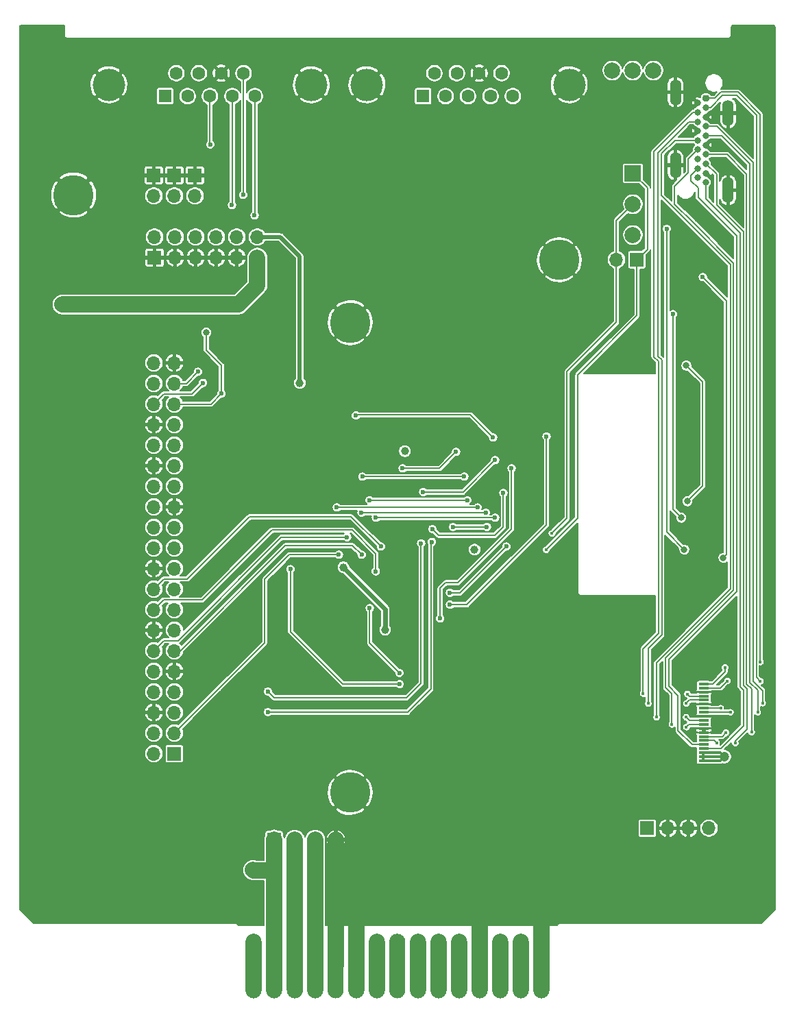
<source format=gbr>
%TF.GenerationSoftware,KiCad,Pcbnew,(5.1.12)-1*%
%TF.CreationDate,2022-03-08T20:35:16+00:00*%
%TF.ProjectId,RGBtoHDMI CDTV v2,52474274-6f48-4444-9d49-204344545620,1*%
%TF.SameCoordinates,Original*%
%TF.FileFunction,Copper,L2,Bot*%
%TF.FilePolarity,Positive*%
%FSLAX46Y46*%
G04 Gerber Fmt 4.6, Leading zero omitted, Abs format (unit mm)*
G04 Created by KiCad (PCBNEW (5.1.12)-1) date 2022-03-08 20:35:16*
%MOMM*%
%LPD*%
G01*
G04 APERTURE LIST*
%TA.AperFunction,ComponentPad*%
%ADD10O,1.700000X1.700000*%
%TD*%
%TA.AperFunction,ComponentPad*%
%ADD11R,1.700000X1.700000*%
%TD*%
%TA.AperFunction,SMDPad,CuDef*%
%ADD12R,1.300000X0.300000*%
%TD*%
%TA.AperFunction,SMDPad,CuDef*%
%ADD13R,3.000000X2.000000*%
%TD*%
%TA.AperFunction,ComponentPad*%
%ADD14R,2.000000X2.000000*%
%TD*%
%TA.AperFunction,ComponentPad*%
%ADD15C,2.000000*%
%TD*%
%TA.AperFunction,ComponentPad*%
%ADD16R,1.600000X1.600000*%
%TD*%
%TA.AperFunction,ComponentPad*%
%ADD17C,1.600000*%
%TD*%
%TA.AperFunction,ComponentPad*%
%ADD18C,4.000000*%
%TD*%
%TA.AperFunction,ComponentPad*%
%ADD19O,1.400000X3.200000*%
%TD*%
%TA.AperFunction,ComponentPad*%
%ADD20C,0.800000*%
%TD*%
%TA.AperFunction,ComponentPad*%
%ADD21C,5.000000*%
%TD*%
%TA.AperFunction,ViaPad*%
%ADD22C,0.600000*%
%TD*%
%TA.AperFunction,ViaPad*%
%ADD23C,0.400000*%
%TD*%
%TA.AperFunction,ViaPad*%
%ADD24C,2.000000*%
%TD*%
%TA.AperFunction,ViaPad*%
%ADD25C,0.800000*%
%TD*%
%TA.AperFunction,ViaPad*%
%ADD26C,1.000000*%
%TD*%
%TA.AperFunction,ViaPad*%
%ADD27C,1.200000*%
%TD*%
%TA.AperFunction,Conductor*%
%ADD28C,2.000000*%
%TD*%
%TA.AperFunction,Conductor*%
%ADD29C,0.500000*%
%TD*%
%TA.AperFunction,Conductor*%
%ADD30C,0.600000*%
%TD*%
%TA.AperFunction,Conductor*%
%ADD31C,0.200000*%
%TD*%
%TA.AperFunction,Conductor*%
%ADD32C,0.300000*%
%TD*%
%TA.AperFunction,Conductor*%
%ADD33C,0.100000*%
%TD*%
G04 APERTURE END LIST*
D10*
%TO.P,P1,4*%
%TO.N,GND*%
X88519000Y-138557000D03*
%TO.P,P1,3*%
%TO.N,-12V*%
X85979000Y-138557000D03*
%TO.P,P1,2*%
%TO.N,+12V*%
X83439000Y-138557000D03*
D11*
%TO.P,P1,1*%
%TO.N,+5V*%
X80899000Y-138557000D03*
%TD*%
D12*
%TO.P,FPV20,17*%
%TO.N,HDMI_4_D1+*%
X133985000Y-120829000D03*
%TO.P,FPV20,16*%
%TO.N,HDMI_6_D1-*%
X133985000Y-121329000D03*
%TO.P,FPV20,20*%
%TO.N,HDMI_1_D2+*%
X133985000Y-119329000D03*
%TO.P,FPV20,19*%
%TO.N,HDMI_3_D2-*%
X133985000Y-119829000D03*
%TO.P,FPV20,18*%
%TO.N,GND*%
X133985000Y-120329000D03*
D13*
%TO.P,FPV20,MP*%
X131635000Y-117679000D03*
X131635000Y-130479000D03*
D12*
%TO.P,FPV20,15*%
X133985000Y-121829000D03*
%TO.P,FPV20,14*%
%TO.N,HDMI_7_D0+*%
X133985000Y-122329000D03*
%TO.P,FPV20,13*%
%TO.N,HDMI_9_D0-*%
X133985000Y-122829000D03*
%TO.P,FPV20,12*%
%TO.N,GND*%
X133985000Y-123329000D03*
%TO.P,FPV20,11*%
%TO.N,HDMI_10_CK+*%
X133985000Y-123829000D03*
%TO.P,FPV20,10*%
%TO.N,HDMI_12_CK-*%
X133985000Y-124329000D03*
%TO.P,FPV20,9*%
%TO.N,GND*%
X133985000Y-124829000D03*
%TO.P,FPV20,8*%
X133985000Y-125329000D03*
%TO.P,FPV20,7*%
%TO.N,HDMI_13_CEC*%
X133985000Y-125829000D03*
%TO.P,FPV20,6*%
%TO.N,HDMI_15_SCL*%
X133985000Y-126329000D03*
%TO.P,FPV20,5*%
%TO.N,HDMI_16_SDA*%
X133985000Y-126829000D03*
%TO.P,FPV20,4*%
%TO.N,HDMI_19_HPD*%
X133985000Y-127329000D03*
%TO.P,FPV20,3*%
%TO.N,HDMI_5V*%
X133985000Y-127829000D03*
%TO.P,FPV20,2*%
X133985000Y-128329000D03*
%TO.P,FPV20,1*%
X133985000Y-128829000D03*
%TD*%
%TO.P,CN10,19*%
%TO.N,GND*%
%TA.AperFunction,ConnectorPad*%
G36*
G01*
X90059000Y-157178000D02*
X90059000Y-151178000D01*
G75*
G02*
X91059000Y-150178000I1000000J0D01*
G01*
X91059000Y-150178000D01*
G75*
G02*
X92059000Y-151178000I0J-1000000D01*
G01*
X92059000Y-157178000D01*
G75*
G02*
X91059000Y-158178000I-1000000J0D01*
G01*
X91059000Y-158178000D01*
G75*
G02*
X90059000Y-157178000I0J1000000D01*
G01*
G37*
%TD.AperFunction*%
%TO.P,CN10,17*%
%TO.N,Net-(CN10-Pad17)*%
%TA.AperFunction,ConnectorPad*%
G36*
G01*
X92599000Y-157178000D02*
X92599000Y-151178000D01*
G75*
G02*
X93599000Y-150178000I1000000J0D01*
G01*
X93599000Y-150178000D01*
G75*
G02*
X94599000Y-151178000I0J-1000000D01*
G01*
X94599000Y-157178000D01*
G75*
G02*
X93599000Y-158178000I-1000000J0D01*
G01*
X93599000Y-158178000D01*
G75*
G02*
X92599000Y-157178000I0J1000000D01*
G01*
G37*
%TD.AperFunction*%
%TO.P,CN10,29*%
%TO.N,Net-(CN10-Pad29)*%
%TA.AperFunction,ConnectorPad*%
G36*
G01*
X77359000Y-157178000D02*
X77359000Y-151178000D01*
G75*
G02*
X78359000Y-150178000I1000000J0D01*
G01*
X78359000Y-150178000D01*
G75*
G02*
X79359000Y-151178000I0J-1000000D01*
G01*
X79359000Y-157178000D01*
G75*
G02*
X78359000Y-158178000I-1000000J0D01*
G01*
X78359000Y-158178000D01*
G75*
G02*
X77359000Y-157178000I0J1000000D01*
G01*
G37*
%TD.AperFunction*%
%TO.P,CN10,15*%
%TO.N,Net-(CN10-Pad15)*%
%TA.AperFunction,ConnectorPad*%
G36*
G01*
X95113600Y-157178000D02*
X95113600Y-151178000D01*
G75*
G02*
X96113600Y-150178000I1000000J0D01*
G01*
X96113600Y-150178000D01*
G75*
G02*
X97113600Y-151178000I0J-1000000D01*
G01*
X97113600Y-157178000D01*
G75*
G02*
X96113600Y-158178000I-1000000J0D01*
G01*
X96113600Y-158178000D01*
G75*
G02*
X95113600Y-157178000I0J1000000D01*
G01*
G37*
%TD.AperFunction*%
%TO.P,CN10,5*%
%TO.N,Net-(CN10-Pad5)*%
%TA.AperFunction,ConnectorPad*%
G36*
G01*
X107839000Y-157178000D02*
X107839000Y-151178000D01*
G75*
G02*
X108839000Y-150178000I1000000J0D01*
G01*
X108839000Y-150178000D01*
G75*
G02*
X109839000Y-151178000I0J-1000000D01*
G01*
X109839000Y-157178000D01*
G75*
G02*
X108839000Y-158178000I-1000000J0D01*
G01*
X108839000Y-158178000D01*
G75*
G02*
X107839000Y-157178000I0J1000000D01*
G01*
G37*
%TD.AperFunction*%
%TO.P,CN10,25*%
%TO.N,+12V*%
%TA.AperFunction,ConnectorPad*%
G36*
G01*
X82464400Y-157178000D02*
X82464400Y-151178000D01*
G75*
G02*
X83464400Y-150178000I1000000J0D01*
G01*
X83464400Y-150178000D01*
G75*
G02*
X84464400Y-151178000I0J-1000000D01*
G01*
X84464400Y-157178000D01*
G75*
G02*
X83464400Y-158178000I-1000000J0D01*
G01*
X83464400Y-158178000D01*
G75*
G02*
X82464400Y-157178000I0J1000000D01*
G01*
G37*
%TD.AperFunction*%
%TO.P,CN10,7*%
%TO.N,GND*%
%TA.AperFunction,ConnectorPad*%
G36*
G01*
X105299000Y-157178000D02*
X105299000Y-151178000D01*
G75*
G02*
X106299000Y-150178000I1000000J0D01*
G01*
X106299000Y-150178000D01*
G75*
G02*
X107299000Y-151178000I0J-1000000D01*
G01*
X107299000Y-157178000D01*
G75*
G02*
X106299000Y-158178000I-1000000J0D01*
G01*
X106299000Y-158178000D01*
G75*
G02*
X105299000Y-157178000I0J1000000D01*
G01*
G37*
%TD.AperFunction*%
%TO.P,CN10,23*%
%TO.N,-12V*%
%TA.AperFunction,ConnectorPad*%
G36*
G01*
X84979000Y-157178000D02*
X84979000Y-151178000D01*
G75*
G02*
X85979000Y-150178000I1000000J0D01*
G01*
X85979000Y-150178000D01*
G75*
G02*
X86979000Y-151178000I0J-1000000D01*
G01*
X86979000Y-157178000D01*
G75*
G02*
X85979000Y-158178000I-1000000J0D01*
G01*
X85979000Y-158178000D01*
G75*
G02*
X84979000Y-157178000I0J1000000D01*
G01*
G37*
%TD.AperFunction*%
%TO.P,CN10,3*%
%TO.N,Net-(CN10-Pad3)*%
%TA.AperFunction,ConnectorPad*%
G36*
G01*
X110379000Y-157178000D02*
X110379000Y-151178000D01*
G75*
G02*
X111379000Y-150178000I1000000J0D01*
G01*
X111379000Y-150178000D01*
G75*
G02*
X112379000Y-151178000I0J-1000000D01*
G01*
X112379000Y-157178000D01*
G75*
G02*
X111379000Y-158178000I-1000000J0D01*
G01*
X111379000Y-158178000D01*
G75*
G02*
X110379000Y-157178000I0J1000000D01*
G01*
G37*
%TD.AperFunction*%
%TO.P,CN10,27*%
%TO.N,+5V*%
%TA.AperFunction,ConnectorPad*%
G36*
G01*
X79899000Y-157178000D02*
X79899000Y-151178000D01*
G75*
G02*
X80899000Y-150178000I1000000J0D01*
G01*
X80899000Y-150178000D01*
G75*
G02*
X81899000Y-151178000I0J-1000000D01*
G01*
X81899000Y-157178000D01*
G75*
G02*
X80899000Y-158178000I-1000000J0D01*
G01*
X80899000Y-158178000D01*
G75*
G02*
X79899000Y-157178000I0J1000000D01*
G01*
G37*
%TD.AperFunction*%
%TO.P,CN10,13*%
%TO.N,Net-(CN10-Pad13)*%
%TA.AperFunction,ConnectorPad*%
G36*
G01*
X97679000Y-157178000D02*
X97679000Y-151178000D01*
G75*
G02*
X98679000Y-150178000I1000000J0D01*
G01*
X98679000Y-150178000D01*
G75*
G02*
X99679000Y-151178000I0J-1000000D01*
G01*
X99679000Y-157178000D01*
G75*
G02*
X98679000Y-158178000I-1000000J0D01*
G01*
X98679000Y-158178000D01*
G75*
G02*
X97679000Y-157178000I0J1000000D01*
G01*
G37*
%TD.AperFunction*%
%TO.P,CN10,11*%
%TO.N,Net-(CN10-Pad11)*%
%TA.AperFunction,ConnectorPad*%
G36*
G01*
X100219000Y-157178000D02*
X100219000Y-151178000D01*
G75*
G02*
X101219000Y-150178000I1000000J0D01*
G01*
X101219000Y-150178000D01*
G75*
G02*
X102219000Y-151178000I0J-1000000D01*
G01*
X102219000Y-157178000D01*
G75*
G02*
X101219000Y-158178000I-1000000J0D01*
G01*
X101219000Y-158178000D01*
G75*
G02*
X100219000Y-157178000I0J1000000D01*
G01*
G37*
%TD.AperFunction*%
%TO.P,CN10,9*%
%TO.N,Net-(CN10-Pad9)*%
%TA.AperFunction,ConnectorPad*%
G36*
G01*
X102759000Y-157178000D02*
X102759000Y-151178000D01*
G75*
G02*
X103759000Y-150178000I1000000J0D01*
G01*
X103759000Y-150178000D01*
G75*
G02*
X104759000Y-151178000I0J-1000000D01*
G01*
X104759000Y-157178000D01*
G75*
G02*
X103759000Y-158178000I-1000000J0D01*
G01*
X103759000Y-158178000D01*
G75*
G02*
X102759000Y-157178000I0J1000000D01*
G01*
G37*
%TD.AperFunction*%
%TO.P,CN10,1*%
%TO.N,GND*%
%TA.AperFunction,ConnectorPad*%
G36*
G01*
X112919000Y-157178000D02*
X112919000Y-151178000D01*
G75*
G02*
X113919000Y-150178000I1000000J0D01*
G01*
X113919000Y-150178000D01*
G75*
G02*
X114919000Y-151178000I0J-1000000D01*
G01*
X114919000Y-157178000D01*
G75*
G02*
X113919000Y-158178000I-1000000J0D01*
G01*
X113919000Y-158178000D01*
G75*
G02*
X112919000Y-157178000I0J1000000D01*
G01*
G37*
%TD.AperFunction*%
%TO.P,CN10,21*%
%TA.AperFunction,ConnectorPad*%
G36*
G01*
X87493600Y-157178000D02*
X87493600Y-151178000D01*
G75*
G02*
X88493600Y-150178000I1000000J0D01*
G01*
X88493600Y-150178000D01*
G75*
G02*
X89493600Y-151178000I0J-1000000D01*
G01*
X89493600Y-157178000D01*
G75*
G02*
X88493600Y-158178000I-1000000J0D01*
G01*
X88493600Y-158178000D01*
G75*
G02*
X87493600Y-157178000I0J1000000D01*
G01*
G37*
%TD.AperFunction*%
%TD*%
D10*
%TO.P,A1,4*%
%TO.N,AUDL*%
X134620000Y-137160000D03*
%TO.P,A1,3*%
%TO.N,GND*%
X132080000Y-137160000D03*
%TO.P,A1,2*%
X129540000Y-137160000D03*
D11*
%TO.P,A1,1*%
%TO.N,AUDR*%
X127000000Y-137160000D03*
%TD*%
D10*
%TO.P,JP15,2*%
%TO.N,JP15_Pin2*%
X123190000Y-66929000D03*
D11*
%TO.P,JP15,1*%
%TO.N,JP15_Pin1*%
X125730000Y-66929000D03*
%TD*%
D14*
%TO.P,TS1,1*%
%TO.N,JP15_Pin1*%
X125222000Y-56261000D03*
D15*
%TO.P,TS1,2*%
%TO.N,JP15_Pin2*%
X125222000Y-60071000D03*
%TO.P,TS1,3*%
%TO.N,Net-(TS1-Pad3)*%
X125222000Y-63881000D03*
%TO.P,TS1,M*%
%TO.N,N/C*%
X122682000Y-43561000D03*
X127762000Y-43561000D03*
X125222000Y-43561000D03*
%TD*%
D16*
%TO.P,PORT2,1*%
%TO.N,Port2_1*%
X67437000Y-46736000D03*
D17*
%TO.P,PORT2,2*%
%TO.N,Port2_2*%
X70207000Y-46736000D03*
%TO.P,PORT2,3*%
%TO.N,Port2_3*%
X72977000Y-46736000D03*
%TO.P,PORT2,4*%
%TO.N,Port2_4*%
X75747000Y-46736000D03*
%TO.P,PORT2,5*%
%TO.N,Port2_5*%
X78517000Y-46736000D03*
%TO.P,PORT2,6*%
%TO.N,Port2_6*%
X68822000Y-43896000D03*
%TO.P,PORT2,7*%
%TO.N,Port2_7*%
X71592000Y-43896000D03*
%TO.P,PORT2,8*%
%TO.N,GND*%
X74362000Y-43896000D03*
%TO.P,PORT2,9*%
%TO.N,Port2_9*%
X77132000Y-43896000D03*
D18*
%TO.P,PORT2,0*%
%TO.N,GND*%
X60477000Y-45316000D03*
X85477000Y-45316000D03*
%TD*%
%TO.P,PORT1,0*%
%TO.N,GND*%
X117354000Y-45316000D03*
X92354000Y-45316000D03*
D17*
%TO.P,PORT1,9*%
%TO.N,Port1_9*%
X109009000Y-43896000D03*
%TO.P,PORT1,8*%
%TO.N,GND*%
X106239000Y-43896000D03*
%TO.P,PORT1,7*%
%TO.N,Port1_7*%
X103469000Y-43896000D03*
%TO.P,PORT1,6*%
%TO.N,Port1_6*%
X100699000Y-43896000D03*
%TO.P,PORT1,5*%
%TO.N,Port1_5*%
X110394000Y-46736000D03*
%TO.P,PORT1,4*%
%TO.N,Port1_4*%
X107624000Y-46736000D03*
%TO.P,PORT1,3*%
%TO.N,Port1_3*%
X104854000Y-46736000D03*
%TO.P,PORT1,2*%
%TO.N,Port1_2*%
X102084000Y-46736000D03*
D16*
%TO.P,PORT1,1*%
%TO.N,Port1_1*%
X99314000Y-46736000D03*
%TD*%
D10*
%TO.P,CN1,12*%
%TO.N,+3V3*%
X78827000Y-64135000D03*
%TO.P,CN1,11*%
%TO.N,+5V*%
X78827000Y-66675000D03*
%TO.P,CN1,10*%
%TO.N,/GPIO16*%
X76287000Y-64135000D03*
%TO.P,CN1,9*%
%TO.N,GND*%
X76287000Y-66675000D03*
%TO.P,CN1,8*%
%TO.N,/GPIO26*%
X73747000Y-64135000D03*
%TO.P,CN1,7*%
%TO.N,GND*%
X73747000Y-66675000D03*
%TO.P,CN1,6*%
%TO.N,/GPIO19*%
X71207000Y-64135000D03*
%TO.P,CN1,5*%
%TO.N,GND*%
X71207000Y-66675000D03*
%TO.P,CN1,4*%
%TO.N,/GPIO14*%
X68667000Y-64135000D03*
%TO.P,CN1,3*%
%TO.N,GND*%
X68667000Y-66675000D03*
%TO.P,CN1,2*%
%TO.N,/GPIO15*%
X66127000Y-64135000D03*
D11*
%TO.P,CN1,1*%
%TO.N,GND*%
X66127000Y-66675000D03*
%TD*%
%TO.P,CN2,1*%
%TO.N,HDMI_1_D2+*%
%TA.AperFunction,ComponentPad*%
G36*
G01*
X133839000Y-47139600D02*
X133839000Y-46840400D01*
G75*
G02*
X134089400Y-46590000I250400J0D01*
G01*
X134388600Y-46590000D01*
G75*
G02*
X134639000Y-46840400I0J-250400D01*
G01*
X134639000Y-47139600D01*
G75*
G02*
X134388600Y-47390000I-250400J0D01*
G01*
X134089400Y-47390000D01*
G75*
G02*
X133839000Y-47139600I0J250400D01*
G01*
G37*
%TD.AperFunction*%
D19*
%TO.P,CN2,SH*%
%TO.N,GND*%
X130489000Y-46240000D03*
D20*
%TO.P,CN2,2*%
X133239000Y-47567500D03*
%TO.P,CN2,3*%
%TO.N,HDMI_3_D2-*%
X134239000Y-48145000D03*
%TO.P,CN2,4*%
%TO.N,HDMI_4_D1+*%
X133239000Y-48722500D03*
%TO.P,CN2,5*%
%TO.N,GND*%
X134239000Y-49300000D03*
%TO.P,CN2,6*%
%TO.N,HDMI_6_D1-*%
X133239000Y-49877500D03*
%TO.P,CN2,7*%
%TO.N,HDMI_7_D0+*%
X134239000Y-50455000D03*
%TO.P,CN2,8*%
%TO.N,GND*%
X133239000Y-51032500D03*
%TO.P,CN2,9*%
%TO.N,HDMI_9_D0-*%
X134239000Y-51610000D03*
%TO.P,CN2,10*%
%TO.N,HDMI_10_CK+*%
X133239000Y-52187500D03*
%TO.P,CN2,11*%
%TO.N,GND*%
X134239000Y-52765000D03*
%TO.P,CN2,12*%
%TO.N,HDMI_12_CK-*%
X133239000Y-53342500D03*
%TO.P,CN2,13*%
%TO.N,HDMI_13_CEC*%
X134239000Y-53920000D03*
%TO.P,CN2,14*%
%TO.N,Net-(CN2-Pad14)*%
X133239000Y-54497500D03*
%TO.P,CN2,15*%
%TO.N,HDMI_15_SCL*%
X134239000Y-55075000D03*
%TO.P,CN2,16*%
%TO.N,HDMI_16_SDA*%
X133239000Y-55652500D03*
%TO.P,CN2,17*%
%TO.N,GND*%
X134239000Y-56230000D03*
%TO.P,CN2,18*%
%TO.N,HDMI_5V*%
X133239000Y-56807500D03*
%TO.P,CN2,19*%
%TO.N,HDMI_19_HPD*%
X134239000Y-57385000D03*
D19*
%TO.P,CN2,SH*%
%TO.N,GND*%
X136989000Y-48840000D03*
X136989000Y-58340000D03*
X130489000Y-55240000D03*
%TD*%
D10*
%TO.P,BT3,2*%
%TO.N,/GPIO19*%
X66040000Y-59055000D03*
D11*
%TO.P,BT3,1*%
%TO.N,GND*%
X66040000Y-56515000D03*
%TD*%
D10*
%TO.P,BT2,2*%
%TO.N,/GPIO26*%
X68580000Y-59055000D03*
D11*
%TO.P,BT2,1*%
%TO.N,GND*%
X68580000Y-56515000D03*
%TD*%
D10*
%TO.P,BT1,2*%
%TO.N,/GPIO16*%
X71120000Y-59055000D03*
D11*
%TO.P,BT1,1*%
%TO.N,GND*%
X71120000Y-56515000D03*
%TD*%
D21*
%TO.P,H4,1*%
%TO.N,GND*%
X90297000Y-132740400D03*
D20*
X90297000Y-134615400D03*
X88971175Y-134066225D03*
X88422000Y-132740400D03*
X88971175Y-131414575D03*
X90297000Y-130865400D03*
X91622825Y-131414575D03*
X92172000Y-132740400D03*
X91622825Y-134066225D03*
%TD*%
D21*
%TO.P,H2,1*%
%TO.N,GND*%
X116127000Y-66942000D03*
D20*
X118002000Y-66942000D03*
X117452825Y-68267825D03*
X116127000Y-68817000D03*
X114801175Y-68267825D03*
X114252000Y-66942000D03*
X114801175Y-65616175D03*
X116127000Y-65067000D03*
X117452825Y-65616175D03*
%TD*%
D21*
%TO.P,H3,1*%
%TO.N,GND*%
X90297000Y-74701400D03*
D20*
X90297000Y-76576400D03*
X88971175Y-76027225D03*
X88422000Y-74701400D03*
X88971175Y-73375575D03*
X90297000Y-72826400D03*
X91622825Y-73375575D03*
X92172000Y-74701400D03*
X91622825Y-76027225D03*
%TD*%
%TO.P,H1,1*%
%TO.N,GND*%
X57452825Y-57616175D03*
X56127000Y-57067000D03*
X54801175Y-57616175D03*
X54252000Y-58942000D03*
X54801175Y-60267825D03*
X56127000Y-60817000D03*
X57452825Y-60267825D03*
X58002000Y-58942000D03*
D21*
X56127000Y-58942000D03*
%TD*%
D10*
%TO.P,Pi0,40*%
%TO.N,/GPIO21*%
X66040000Y-79679800D03*
%TO.P,Pi0,39*%
%TO.N,GND*%
X68580000Y-79679800D03*
%TO.P,Pi0,38*%
%TO.N,/GPIO20*%
X66040000Y-82219800D03*
%TO.P,Pi0,37*%
%TO.N,/GPIO26*%
X68580000Y-82219800D03*
%TO.P,Pi0,36*%
%TO.N,/GPIO16*%
X66040000Y-84759800D03*
%TO.P,Pi0,35*%
%TO.N,/GPIO19*%
X68580000Y-84759800D03*
%TO.P,Pi0,34*%
%TO.N,GND*%
X66040000Y-87299800D03*
%TO.P,Pi0,33*%
%TO.N,/GPIO13*%
X68580000Y-87299800D03*
%TO.P,Pi0,32*%
%TO.N,/GPIO12*%
X66040000Y-89839800D03*
%TO.P,Pi0,31*%
%TO.N,/GPIO6*%
X68580000Y-89839800D03*
%TO.P,Pi0,30*%
%TO.N,GND*%
X66040000Y-92379800D03*
%TO.P,Pi0,29*%
%TO.N,/GPIO5*%
X68580000Y-92379800D03*
%TO.P,Pi0,28*%
%TO.N,/CLKEN*%
X66040000Y-94919800D03*
%TO.P,Pi0,27*%
%TO.N,/GPIO0*%
X68580000Y-94919800D03*
%TO.P,Pi0,26*%
%TO.N,/GPIO7*%
X66040000Y-97459800D03*
%TO.P,Pi0,25*%
%TO.N,GND*%
X68580000Y-97459800D03*
%TO.P,Pi0,24*%
%TO.N,/GPIO8*%
X66040000Y-99999800D03*
%TO.P,Pi0,23*%
%TO.N,/GPIO11*%
X68580000Y-99999800D03*
%TO.P,Pi0,22*%
%TO.N,/GPIO25*%
X66040000Y-102539800D03*
%TO.P,Pi0,21*%
%TO.N,/GPIO9*%
X68580000Y-102539800D03*
%TO.P,Pi0,20*%
%TO.N,GND*%
X66040000Y-105079800D03*
%TO.P,Pi0,19*%
%TO.N,/GPIO10*%
X68580000Y-105079800D03*
%TO.P,Pi0,18*%
%TO.N,/GPIO24*%
X66040000Y-107619800D03*
%TO.P,Pi0,17*%
%TO.N,+3V3*%
X68580000Y-107619800D03*
%TO.P,Pi0,16*%
%TO.N,/GPIO23*%
X66040000Y-110159800D03*
%TO.P,Pi0,15*%
%TO.N,/GPIO22*%
X68580000Y-110159800D03*
%TO.P,Pi0,14*%
%TO.N,GND*%
X66040000Y-112699800D03*
%TO.P,Pi0,13*%
%TO.N,/GPIO27*%
X68580000Y-112699800D03*
%TO.P,Pi0,12*%
%TO.N,/GPIO18*%
X66040000Y-115239800D03*
%TO.P,Pi0,11*%
%TO.N,/GPIO17*%
X68580000Y-115239800D03*
%TO.P,Pi0,10*%
%TO.N,/GPIO15*%
X66040000Y-117779800D03*
%TO.P,Pi0,9*%
%TO.N,GND*%
X68580000Y-117779800D03*
%TO.P,Pi0,8*%
%TO.N,/GPIO14*%
X66040000Y-120319800D03*
%TO.P,Pi0,7*%
%TO.N,/GPIO4*%
X68580000Y-120319800D03*
%TO.P,Pi0,6*%
%TO.N,GND*%
X66040000Y-122859800D03*
%TO.P,Pi0,5*%
%TO.N,/GPIO3*%
X68580000Y-122859800D03*
%TO.P,Pi0,4*%
%TO.N,+5V*%
X66040000Y-125399800D03*
%TO.P,Pi0,3*%
%TO.N,/GPIO2*%
X68580000Y-125399800D03*
%TO.P,Pi0,2*%
%TO.N,+5V*%
X66040000Y-127939800D03*
D11*
%TO.P,Pi0,1*%
%TO.N,+3V3*%
X68580000Y-127939800D03*
%TD*%
D22*
%TO.N,GND*%
X132842000Y-107061000D03*
X131445000Y-107061000D03*
X131445000Y-105918000D03*
X132842000Y-105918000D03*
X131318000Y-84582000D03*
X132715000Y-84582000D03*
X132715000Y-83566000D03*
X131318000Y-83566000D03*
D23*
X131064000Y-117983000D03*
X132080000Y-117983000D03*
X132080000Y-117221000D03*
X131064000Y-117221000D03*
X131191000Y-130937000D03*
X132207000Y-130937000D03*
X132207000Y-130048000D03*
X131191000Y-130048000D03*
D24*
X113919000Y-142240000D03*
X113919000Y-144399000D03*
X113919000Y-146558000D03*
X106299000Y-146558000D03*
D22*
X81407000Y-92329000D03*
X97155000Y-95504000D03*
X96901000Y-110236000D03*
X82931000Y-54102000D03*
X58801000Y-93853000D03*
X100330000Y-88773000D03*
X103378000Y-94742000D03*
X92456000Y-91948000D03*
X100965000Y-82804000D03*
X86614000Y-87249000D03*
X108077000Y-79502000D03*
X96266000Y-67818000D03*
X86995000Y-63500000D03*
X95377000Y-51943000D03*
X132080000Y-74422000D03*
X134620000Y-78232000D03*
X139446000Y-146050000D03*
X58420000Y-147447000D03*
X67437000Y-139700000D03*
X53467000Y-129540000D03*
X78740000Y-133350000D03*
X61341000Y-119761000D03*
X94234000Y-87376000D03*
X95504000Y-88519000D03*
X92964000Y-88519000D03*
X101600000Y-104775000D03*
X102870000Y-105918000D03*
X104140000Y-104775000D03*
X88265000Y-114681000D03*
X89535000Y-115824000D03*
X90805000Y-114681000D03*
X101600000Y-118618000D03*
X101600000Y-119380000D03*
X112014000Y-59690000D03*
X132080000Y-65786000D03*
X96012000Y-91821000D03*
X107315000Y-95758000D03*
X81280000Y-108585000D03*
X84709000Y-108839000D03*
X90170000Y-110363000D03*
X82550000Y-117475000D03*
X81534000Y-105791000D03*
X91694000Y-104775000D03*
X97028000Y-115062000D03*
X95250000Y-101854000D03*
X98298000Y-103886000D03*
X132461000Y-90805000D03*
X132461000Y-99822000D03*
X136144000Y-99822000D03*
D23*
X135610600Y-120650000D03*
X132638800Y-119938800D03*
X132486400Y-122123200D03*
X135610600Y-124358400D03*
X135610600Y-125095000D03*
X132054600Y-125450600D03*
X132613400Y-126009400D03*
X132511800Y-123063000D03*
X135610600Y-123545600D03*
X138938000Y-127127000D03*
X135610600Y-121589800D03*
X125730000Y-76682600D03*
X126796800Y-69342000D03*
X132029200Y-60147200D03*
D22*
X130937000Y-92456000D03*
D25*
X122809000Y-80137000D03*
D22*
X113919000Y-107061000D03*
X115316000Y-107061000D03*
X113919000Y-105918000D03*
X115316000Y-105918000D03*
X115316000Y-83439000D03*
X115316000Y-84582000D03*
X113919000Y-84582000D03*
X113919000Y-83439000D03*
D23*
X86614000Y-99568000D03*
X82931000Y-99568000D03*
X89154000Y-99568000D03*
X79629000Y-99568000D03*
D22*
X87757000Y-105156000D03*
D23*
X118618000Y-76581000D03*
D24*
X91059000Y-138557000D03*
D26*
%TO.N,+3V3*%
X84074000Y-82169000D03*
X97049500Y-90572500D03*
X89458800Y-104927400D03*
X105664000Y-102743000D03*
X94615006Y-112649000D03*
D22*
%TO.N,/GPIO26*%
X71501000Y-80772000D03*
%TO.N,/GPIO16*%
X72111000Y-82144000D03*
%TO.N,/GPIO18*%
X89916000Y-101219008D03*
%TO.N,/GPIO0*%
X96402590Y-119354600D03*
X82931000Y-105156000D03*
%TO.N,/GPIO24*%
X94107000Y-102362006D03*
%TO.N,/GPIO23*%
X93459000Y-105423000D03*
%TO.N,/GPIO17*%
X91731723Y-103378000D03*
%TO.N,/GPIO4*%
X80137000Y-120269000D03*
X99060000Y-101980998D03*
%TO.N,/GPIO3*%
X80137000Y-122809000D03*
X100393500Y-101790500D03*
%TO.N,/GPIO2*%
X88900000Y-103378000D03*
D25*
%TO.N,/GPIO19*%
X72517000Y-75946000D03*
D22*
X74397000Y-83464000D03*
%TO.N,/B0*%
X110236000Y-92710000D03*
X101409500Y-111251994D03*
%TO.N,/R3*%
X108204000Y-91694010D03*
X99314000Y-95631000D03*
%TO.N,/R2*%
X103378000Y-90678000D03*
X96774000Y-92710000D03*
%TO.N,/R1*%
X107950000Y-88900000D03*
X90995500Y-86169500D03*
%TO.N,/R0*%
X114554000Y-88773000D03*
X102616000Y-109537500D03*
%TO.N,/G3*%
X107188000Y-99949000D03*
X102997000Y-99949000D03*
%TO.N,/G2*%
X93472000Y-98806000D03*
X108204000Y-98806000D03*
%TO.N,/G1*%
X91694000Y-98171000D03*
X107061000Y-98171000D03*
%TO.N,/G0*%
X88646000Y-97536000D03*
X106045000Y-97536000D03*
%TO.N,/B3*%
X109220000Y-95758000D03*
X100457000Y-100203000D03*
%TO.N,/B2*%
X92686512Y-96647000D03*
X104775008Y-96647000D03*
%TO.N,/B1*%
X91820996Y-93726000D03*
X104393998Y-93726000D03*
%TO.N,/DETECT*%
X96393000Y-117983000D03*
X92710000Y-109982000D03*
D24*
%TO.N,+5V*%
X54737000Y-72466200D03*
X80899000Y-142367000D03*
X78295500Y-142303500D03*
D22*
%TO.N,/CSYNC*%
X109601000Y-102362000D03*
X102616000Y-108077000D03*
D23*
%TO.N,HDMI_15_SCL*%
X135559800Y-126619000D03*
X137871200Y-126619000D03*
%TO.N,HDMI_13_CEC*%
X136715500Y-125349000D03*
X139890499Y-125285499D03*
%TO.N,HDMI_12_CK-*%
X130048000Y-124333000D03*
X131825996Y-124663200D03*
%TO.N,HDMI_10_CK+*%
X131800600Y-123444000D03*
X128143000Y-123444000D03*
%TO.N,HDMI_9_D0-*%
X137261600Y-122834400D03*
X140639800Y-122834400D03*
%TO.N,HDMI_7_D0+*%
X141249400Y-121691400D03*
X136067800Y-122326400D03*
%TO.N,HDMI_6_D1-*%
X131826000Y-121742200D03*
X127127000Y-121742202D03*
%TO.N,HDMI_4_D1+*%
X131953000Y-120573800D03*
X126492000Y-120523000D03*
%TO.N,HDMI_3_D2-*%
X136906000Y-118973600D03*
X140969998Y-118999000D03*
%TO.N,HDMI_1_D2+*%
X140970000Y-116611400D03*
X136601200Y-117322600D03*
D22*
%TO.N,Port1_5*%
X133858000Y-69088000D03*
D25*
X136398000Y-103759000D03*
D22*
%TO.N,Port1_4*%
X129413000Y-63119000D03*
D25*
X131572000Y-102743000D03*
%TO.N,Port1_2*%
X131191000Y-98806000D03*
D22*
X130175000Y-73660000D03*
D25*
%TO.N,Port1_1*%
X131953000Y-96774000D03*
X131826000Y-80010000D03*
D22*
%TO.N,Port2_3*%
X73025000Y-52705000D03*
%TO.N,Port2_9*%
X77089000Y-58928000D03*
%TO.N,Port2_4*%
X75692000Y-60198000D03*
%TO.N,Port2_5*%
X78486000Y-61468000D03*
D23*
%TO.N,JP15_Pin2*%
X115214400Y-100736400D03*
%TO.N,JP15_Pin1*%
X114503200Y-102768400D03*
D27*
%TO.N,HDMI_5V*%
X136525000Y-128329000D03*
%TD*%
D28*
%TO.N,GND*%
X113919000Y-154178000D02*
X113919000Y-142240000D01*
X106299000Y-154178000D02*
X106299000Y-146685000D01*
X88493600Y-138582400D02*
X88519000Y-138557000D01*
X88493600Y-154178000D02*
X88493600Y-138582400D01*
X91059000Y-154178000D02*
X91059000Y-138557000D01*
X91059000Y-138557000D02*
X91059000Y-138557000D01*
D29*
%TO.N,+3V3*%
X84074000Y-82169000D02*
X84074000Y-82169000D01*
X84074000Y-66548000D02*
X84074000Y-82169000D01*
X81661000Y-64135000D02*
X84074000Y-66548000D01*
X78827000Y-64135000D02*
X81661000Y-64135000D01*
D30*
X89458800Y-104927400D02*
X94615006Y-110083606D01*
X94615006Y-110083606D02*
X94615006Y-112649000D01*
D31*
%TO.N,/GPIO26*%
X68580000Y-82219800D02*
X70053200Y-82219800D01*
X70053200Y-82219800D02*
X71501000Y-80772000D01*
%TO.N,/GPIO16*%
X70765200Y-83489800D02*
X72111000Y-82144000D01*
X67310000Y-83489800D02*
X70765200Y-83489800D01*
X66040000Y-84759800D02*
X67310000Y-83489800D01*
%TO.N,/GPIO18*%
X81762794Y-101219008D02*
X89916000Y-101219008D01*
X66040000Y-115239800D02*
X67310000Y-113969800D01*
X67310000Y-113969800D02*
X69012002Y-113969800D01*
X69012002Y-113969800D02*
X81762794Y-101219008D01*
%TO.N,/GPIO0*%
X82931000Y-112903000D02*
X82931000Y-105156000D01*
X89382600Y-119354600D02*
X82931000Y-112903000D01*
X96402590Y-119354600D02*
X89382600Y-119354600D01*
%TO.N,/GPIO24*%
X67310000Y-106349800D02*
X70180200Y-106349800D01*
X70180200Y-106349800D02*
X77851000Y-98679000D01*
X66040000Y-107619800D02*
X67310000Y-106349800D01*
X90423994Y-98679000D02*
X94107000Y-102362006D01*
X77851000Y-98679000D02*
X90423994Y-98679000D01*
%TO.N,/GPIO23*%
X90551000Y-100330000D02*
X93459000Y-103238000D01*
X80645000Y-100330000D02*
X90551000Y-100330000D01*
X93459000Y-103238000D02*
X93459000Y-105423000D01*
X72009000Y-108966000D02*
X80645000Y-100330000D01*
X67233800Y-108966000D02*
X72009000Y-108966000D01*
X66040000Y-110159800D02*
X67233800Y-108966000D01*
%TO.N,/GPIO17*%
X90588723Y-102235000D02*
X91731723Y-103378000D01*
X82296000Y-102235000D02*
X90588723Y-102235000D01*
X69291200Y-115239800D02*
X82296000Y-102235000D01*
X68580000Y-115239800D02*
X69291200Y-115239800D01*
%TO.N,/GPIO4*%
X99060000Y-119253000D02*
X99060000Y-101980998D01*
X97282000Y-121031000D02*
X99060000Y-119253000D01*
X80899000Y-121031000D02*
X97282000Y-121031000D01*
X80137000Y-120269000D02*
X80899000Y-121031000D01*
%TO.N,/GPIO3*%
X100266500Y-101917500D02*
X100393500Y-101790500D01*
X100266500Y-119951500D02*
X100266500Y-101917500D01*
X97409000Y-122809000D02*
X100266500Y-119951500D01*
X80137000Y-122809000D02*
X97409000Y-122809000D01*
%TO.N,/GPIO2*%
X82804000Y-103378000D02*
X88900000Y-103378000D01*
X79756000Y-106426000D02*
X82804000Y-103378000D01*
X68580000Y-125399800D02*
X79756000Y-114223800D01*
X79756000Y-114223800D02*
X79756000Y-106426000D01*
%TO.N,/GPIO19*%
X68580000Y-84759800D02*
X73101200Y-84759800D01*
X73101200Y-84759800D02*
X74397000Y-83464000D01*
X74397000Y-79985000D02*
X74397000Y-83464000D01*
X72517000Y-78105000D02*
X74397000Y-79985000D01*
X72517000Y-75946000D02*
X72517000Y-78105000D01*
%TO.N,/B0*%
X101409500Y-107505500D02*
X101409500Y-111251994D01*
X102108000Y-106807000D02*
X101409500Y-107505500D01*
X103632000Y-106807000D02*
X102108000Y-106807000D01*
X110236000Y-100203000D02*
X103632000Y-106807000D01*
X110236000Y-92710000D02*
X110236000Y-100203000D01*
%TO.N,/R3*%
X104267010Y-95631000D02*
X99314000Y-95631000D01*
X108204000Y-91694010D02*
X104267010Y-95631000D01*
%TO.N,/R2*%
X101346000Y-92710000D02*
X96774000Y-92710000D01*
X103378000Y-90678000D02*
X101346000Y-92710000D01*
%TO.N,/R1*%
X91059000Y-86106000D02*
X90995500Y-86169500D01*
X105156000Y-86106000D02*
X91059000Y-86106000D01*
X107950000Y-88900000D02*
X105156000Y-86106000D01*
%TO.N,/R0*%
X114554000Y-88773000D02*
X114554000Y-99695000D01*
X114554000Y-99695000D02*
X104711500Y-109537500D01*
X104711500Y-109537500D02*
X102616000Y-109537500D01*
%TO.N,/G3*%
X106763736Y-99949000D02*
X102997000Y-99949000D01*
X107188000Y-99949000D02*
X106763736Y-99949000D01*
%TO.N,/G2*%
X93472000Y-98806000D02*
X108204000Y-98806000D01*
%TO.N,/G1*%
X91694000Y-98171000D02*
X107061000Y-98171000D01*
%TO.N,/G0*%
X88646000Y-97536000D02*
X106045000Y-97536000D01*
%TO.N,/B3*%
X101219000Y-100965000D02*
X100457000Y-100203000D01*
X108175150Y-100965000D02*
X101219000Y-100965000D01*
X109220000Y-99920150D02*
X108175150Y-100965000D01*
X109220000Y-95758000D02*
X109220000Y-99920150D01*
%TO.N,/B2*%
X92686512Y-96647000D02*
X104775008Y-96647000D01*
%TO.N,/B1*%
X91820996Y-93726000D02*
X104393998Y-93726000D01*
%TO.N,/DETECT*%
X92710000Y-114300000D02*
X92710000Y-109982000D01*
X96393000Y-117983000D02*
X92710000Y-114300000D01*
D28*
%TO.N,+5V*%
X78827000Y-66675000D02*
X78827000Y-70144000D01*
X78827000Y-70144000D02*
X76504800Y-72466200D01*
X76504800Y-72466200D02*
X54737000Y-72466200D01*
X80899000Y-154178000D02*
X80899000Y-142367000D01*
X80899000Y-142367000D02*
X80899000Y-142367000D01*
X78359000Y-142367000D02*
X78295500Y-142303500D01*
X80899000Y-142367000D02*
X78359000Y-142367000D01*
X80899000Y-142367000D02*
X80899000Y-138557000D01*
D31*
%TO.N,/CSYNC*%
X109601000Y-102362000D02*
X103886000Y-108077000D01*
X103886000Y-108077000D02*
X102616000Y-108077000D01*
%TO.N,HDMI_19_HPD*%
X134239000Y-59436000D02*
X134239000Y-57385000D01*
X138469944Y-119654148D02*
X138469944Y-63666944D01*
X138887200Y-120071404D02*
X138469944Y-119654148D01*
X138469944Y-63666944D02*
X134239000Y-59436000D01*
X136093200Y-127330200D02*
X138887200Y-124536200D01*
X134780000Y-127329000D02*
X134781200Y-127330200D01*
X133930000Y-127329000D02*
X134780000Y-127329000D01*
X138887200Y-124536200D02*
X138887200Y-120071404D01*
X134781200Y-127330200D02*
X136093200Y-127330200D01*
%TO.N,HDMI_16_SDA*%
X132410200Y-57175400D02*
X132410200Y-56481300D01*
X133273800Y-58039000D02*
X132410200Y-57175400D01*
X133273800Y-59207400D02*
X133273800Y-58039000D01*
X138069933Y-64003533D02*
X133273800Y-59207400D01*
X129667000Y-116332000D02*
X138069933Y-107929067D01*
X130810000Y-120767750D02*
X129667000Y-119624750D01*
X129667000Y-119624750D02*
X129667000Y-116332000D01*
X130810000Y-125120400D02*
X130810000Y-120767750D01*
X132410200Y-56481300D02*
X133239000Y-55652500D01*
X132518600Y-126829000D02*
X130810000Y-125120400D01*
X138069933Y-107929067D02*
X138069933Y-64003533D01*
X133930000Y-126829000D02*
X132518600Y-126829000D01*
%TO.N,HDMI_15_SCL*%
X133930000Y-126329000D02*
X135269800Y-126329000D01*
X135269800Y-126329000D02*
X135559800Y-126619000D01*
X137871200Y-126336158D02*
X137871200Y-126619000D01*
X138869955Y-63501255D02*
X138869955Y-119488459D01*
X135559800Y-60191100D02*
X138869955Y-63501255D01*
X135559800Y-56395800D02*
X135559800Y-60191100D01*
X139290401Y-124916957D02*
X137871200Y-126336158D01*
X139290401Y-119908905D02*
X139290401Y-124916957D01*
X138869955Y-119488459D02*
X139290401Y-119908905D01*
X134239000Y-55075000D02*
X135559800Y-56395800D01*
%TO.N,HDMI_13_CEC*%
X136235500Y-125829000D02*
X136715500Y-125349000D01*
X133930000Y-125829000D02*
X136235500Y-125829000D01*
X134239000Y-53920000D02*
X136825600Y-53920000D01*
X139269966Y-56364366D02*
X139269966Y-119322770D01*
X136825600Y-53920000D02*
X139269966Y-56364366D01*
X139269966Y-119322770D02*
X139890499Y-119943303D01*
X139890499Y-119943303D02*
X139890499Y-125285499D01*
%TO.N,HDMI_12_CK-*%
X133908600Y-124307600D02*
X133930000Y-124329000D01*
X133930000Y-124329000D02*
X132160196Y-124329000D01*
X132160196Y-124329000D02*
X131825996Y-124663200D01*
X130048000Y-124050158D02*
X130048000Y-124333000D01*
X137669922Y-107763378D02*
X129266989Y-116166311D01*
X132695989Y-62370289D02*
X137669922Y-67344222D01*
X132695989Y-62363389D02*
X132695989Y-62370289D01*
X130378200Y-60045600D02*
X132695989Y-62363389D01*
X130378200Y-57886600D02*
X130378200Y-60045600D01*
X129266989Y-119790439D02*
X130048000Y-120571450D01*
X132080000Y-56184800D02*
X130378200Y-57886600D01*
X130048000Y-120571450D02*
X130048000Y-124050158D01*
X137669922Y-67344222D02*
X137669922Y-107763378D01*
X132080000Y-54501500D02*
X132080000Y-56184800D01*
X133239000Y-53342500D02*
X132080000Y-54501500D01*
X129266989Y-116166311D02*
X129266989Y-119790439D01*
%TO.N,HDMI_10_CK+*%
X132185600Y-123829000D02*
X131800600Y-123444000D01*
X133930000Y-123829000D02*
X132185600Y-123829000D01*
X128778000Y-53822600D02*
X128778000Y-59018000D01*
X128143000Y-116724600D02*
X128143000Y-123444000D01*
X133239000Y-52187500D02*
X130413100Y-52187500D01*
X130413100Y-52187500D02*
X128778000Y-53822600D01*
X128778000Y-59018000D02*
X137269911Y-67509911D01*
X137269911Y-67509911D02*
X137269911Y-107597689D01*
X137269911Y-107597689D02*
X128143000Y-116724600D01*
%TO.N,HDMI_9_D0-*%
X134913602Y-122834400D02*
X136677400Y-122834400D01*
X134908202Y-122829000D02*
X134913602Y-122834400D01*
X133930000Y-122829000D02*
X134908202Y-122829000D01*
X136677400Y-122834400D02*
X137261600Y-122834400D01*
X139669977Y-119157081D02*
X139669977Y-55120277D01*
X136159700Y-51610000D02*
X134239000Y-51610000D01*
X139669977Y-55120277D02*
X136159700Y-51610000D01*
X140639800Y-122834400D02*
X140639800Y-120126904D01*
X140639800Y-120126904D02*
X139669977Y-119157081D01*
%TO.N,HDMI_7_D0+*%
X136065200Y-122329000D02*
X136067800Y-122326400D01*
X133930000Y-122329000D02*
X136065200Y-122329000D01*
X140069988Y-118991392D02*
X140069988Y-54954588D01*
X141249400Y-120170804D02*
X140069988Y-118991392D01*
X135570400Y-50455000D02*
X134239000Y-50455000D01*
X140069988Y-54954588D02*
X135570400Y-50455000D01*
X141249400Y-121691400D02*
X141249400Y-120170804D01*
%TO.N,HDMI_6_D1-*%
X133930000Y-121329000D02*
X132239200Y-121329000D01*
X132239200Y-121329000D02*
X131826000Y-121742200D01*
X133239000Y-49877500D02*
X132157400Y-49877500D01*
X132157400Y-49877500D02*
X128333500Y-53701400D01*
X128333500Y-53701400D02*
X128333500Y-78872800D01*
X127127000Y-114935000D02*
X127127000Y-121742202D01*
X128333500Y-78872800D02*
X128797011Y-79336311D01*
X128797011Y-79336311D02*
X128797011Y-113264989D01*
X128797011Y-113264989D02*
X127127000Y-114935000D01*
%TO.N,HDMI_4_D1+*%
X132208200Y-120829000D02*
X131953000Y-120573800D01*
X133930000Y-120829000D02*
X132208200Y-120829000D01*
X133239000Y-48722500D02*
X132673315Y-48722500D01*
X132673315Y-48722500D02*
X127825500Y-53570315D01*
X127825500Y-53570315D02*
X127825500Y-78930500D01*
X127825500Y-78930500D02*
X128397000Y-79502000D01*
X126492000Y-115004300D02*
X126492000Y-120523000D01*
X128397000Y-79502000D02*
X128397000Y-113099300D01*
X128397000Y-113099300D02*
X126492000Y-115004300D01*
%TO.N,HDMI_3_D2-*%
X136050600Y-119829000D02*
X136906000Y-118973600D01*
X133930000Y-119829000D02*
X136050600Y-119829000D01*
X134239000Y-48145000D02*
X134804685Y-48145000D01*
X140469999Y-118499001D02*
X140969998Y-118999000D01*
X134804685Y-48145000D02*
X136315285Y-46634400D01*
X138016700Y-46634400D02*
X140469999Y-49087699D01*
X140469999Y-49087699D02*
X140469999Y-118499001D01*
X136315285Y-46634400D02*
X138016700Y-46634400D01*
%TO.N,HDMI_1_D2+*%
X140970000Y-49022000D02*
X140970000Y-116611400D01*
X138182389Y-46234389D02*
X140970000Y-49022000D01*
X136137611Y-46234389D02*
X138182389Y-46234389D01*
X135382000Y-46990000D02*
X136137611Y-46234389D01*
X134239000Y-46990000D02*
X135382000Y-46990000D01*
X136601200Y-117856000D02*
X136601200Y-117322600D01*
X135128200Y-119329000D02*
X136601200Y-117856000D01*
X133930000Y-119329000D02*
X135128200Y-119329000D01*
%TO.N,Port1_5*%
X136779000Y-103378000D02*
X136398000Y-103759000D01*
X136779000Y-72009000D02*
X136779000Y-103378000D01*
X133858000Y-69088000D02*
X136779000Y-72009000D01*
%TO.N,Port1_4*%
X129413000Y-91081983D02*
X129413000Y-63119000D01*
X129413000Y-100584000D02*
X131572000Y-102743000D01*
X129413000Y-91081983D02*
X129413000Y-100584000D01*
%TO.N,Port1_2*%
X130175000Y-97790000D02*
X131191000Y-98806000D01*
X130175000Y-87884000D02*
X130175000Y-97790000D01*
X130175000Y-88314000D02*
X130175000Y-87884000D01*
X130175000Y-87884000D02*
X130175000Y-73660000D01*
%TO.N,Port1_1*%
X133858000Y-94869000D02*
X133858000Y-82042000D01*
X131953000Y-96774000D02*
X133858000Y-94869000D01*
X133858000Y-82042000D02*
X131826000Y-80010000D01*
%TO.N,Port2_3*%
X72977000Y-52657000D02*
X73025000Y-52705000D01*
X72977000Y-46736000D02*
X72977000Y-52657000D01*
%TO.N,Port2_9*%
X77132000Y-58885000D02*
X77089000Y-58928000D01*
X77132000Y-43896000D02*
X77132000Y-58885000D01*
%TO.N,Port2_4*%
X75747000Y-60143000D02*
X75692000Y-60198000D01*
X75747000Y-46736000D02*
X75747000Y-60143000D01*
%TO.N,Port2_5*%
X78517000Y-61437000D02*
X78486000Y-61468000D01*
X78517000Y-46736000D02*
X78517000Y-61437000D01*
%TO.N,JP15_Pin2*%
X123190000Y-62103000D02*
X123190000Y-66929000D01*
X125222000Y-60071000D02*
X123190000Y-62103000D01*
X117094000Y-98856800D02*
X115214400Y-100736400D01*
X117094000Y-80772000D02*
X117094000Y-98856800D01*
X123190000Y-74676000D02*
X117094000Y-80772000D01*
X123190000Y-66929000D02*
X123190000Y-74676000D01*
%TO.N,JP15_Pin1*%
X125730000Y-66929000D02*
X125730000Y-73835367D01*
X125730000Y-73835367D02*
X118419990Y-81145377D01*
X118419990Y-81145377D02*
X118419990Y-98851610D01*
X118419990Y-98851610D02*
X114503200Y-102768400D01*
X127025400Y-65633600D02*
X125730000Y-66929000D01*
X127025400Y-58064400D02*
X127025400Y-65633600D01*
X125222000Y-56261000D02*
X127025400Y-58064400D01*
D32*
%TO.N,HDMI_5V*%
X133930000Y-127829000D02*
X133930000Y-128329000D01*
X133930000Y-128329000D02*
X133930000Y-128829000D01*
X133930000Y-128329000D02*
X133930000Y-128329000D01*
X133930000Y-128329000D02*
X136525000Y-128329000D01*
X136025000Y-128829000D02*
X136525000Y-128329000D01*
X133930000Y-128829000D02*
X136025000Y-128829000D01*
X133930000Y-127829000D02*
X136025000Y-127829000D01*
X136025000Y-127829000D02*
X136525000Y-128329000D01*
D28*
%TO.N,+12V*%
X83464400Y-154178000D02*
X83464400Y-138582400D01*
X83464400Y-138582400D02*
X83464400Y-138582400D01*
%TO.N,-12V*%
X85979000Y-154178000D02*
X85979000Y-138557000D01*
X85979000Y-138557000D02*
X85979000Y-138557000D01*
%TD*%
D31*
%TO.N,GND*%
X54970800Y-38064987D02*
X54970801Y-39227029D01*
X54969228Y-39243000D01*
X54975503Y-39306711D01*
X54994087Y-39367974D01*
X55024265Y-39424434D01*
X55064879Y-39473921D01*
X55114366Y-39514535D01*
X55170826Y-39544713D01*
X55232089Y-39563297D01*
X55279839Y-39568000D01*
X55279840Y-39568000D01*
X55295800Y-39569572D01*
X55311761Y-39568000D01*
X137004339Y-39568000D01*
X137020300Y-39569572D01*
X137036260Y-39568000D01*
X137036261Y-39568000D01*
X137084011Y-39563297D01*
X137145274Y-39544713D01*
X137201734Y-39514535D01*
X137251221Y-39473921D01*
X137291835Y-39424434D01*
X137322013Y-39367974D01*
X137340597Y-39306711D01*
X137346872Y-39243000D01*
X137345300Y-39227039D01*
X137345300Y-38211509D01*
X137534852Y-37967800D01*
X142614449Y-37967800D01*
X142804000Y-38211510D01*
X142804001Y-147210780D01*
X141089382Y-148925400D01*
X116144761Y-148925400D01*
X116128800Y-148923828D01*
X116112840Y-148925400D01*
X116112839Y-148925400D01*
X116065089Y-148930103D01*
X116003826Y-148948687D01*
X115947366Y-148978865D01*
X115897879Y-149019479D01*
X115857265Y-149068966D01*
X115827315Y-149125000D01*
X87279000Y-149125000D01*
X87279000Y-138895905D01*
X87363674Y-138895905D01*
X87451990Y-139114786D01*
X87581311Y-139312232D01*
X87746667Y-139480654D01*
X87941703Y-139613581D01*
X88158924Y-139705904D01*
X88180096Y-139712319D01*
X88365000Y-139661819D01*
X88365000Y-138711000D01*
X88673000Y-138711000D01*
X88673000Y-139661819D01*
X88857904Y-139712319D01*
X88879076Y-139705904D01*
X89096297Y-139613581D01*
X89291333Y-139480654D01*
X89456689Y-139312232D01*
X89586010Y-139114786D01*
X89674326Y-138895905D01*
X89624618Y-138711000D01*
X88673000Y-138711000D01*
X88365000Y-138711000D01*
X87413382Y-138711000D01*
X87363674Y-138895905D01*
X87279000Y-138895905D01*
X87279000Y-138620864D01*
X87285290Y-138557000D01*
X87260190Y-138302155D01*
X87234691Y-138218095D01*
X87363674Y-138218095D01*
X87413382Y-138403000D01*
X88365000Y-138403000D01*
X88365000Y-137452181D01*
X88673000Y-137452181D01*
X88673000Y-138403000D01*
X89624618Y-138403000D01*
X89674326Y-138218095D01*
X89586010Y-137999214D01*
X89456689Y-137801768D01*
X89291333Y-137633346D01*
X89096297Y-137500419D01*
X88879076Y-137408096D01*
X88857904Y-137401681D01*
X88673000Y-137452181D01*
X88365000Y-137452181D01*
X88180096Y-137401681D01*
X88158924Y-137408096D01*
X87941703Y-137500419D01*
X87746667Y-137633346D01*
X87581311Y-137801768D01*
X87451990Y-137999214D01*
X87363674Y-138218095D01*
X87234691Y-138218095D01*
X87185855Y-138057104D01*
X87065140Y-137831264D01*
X86902687Y-137633313D01*
X86704736Y-137470860D01*
X86478896Y-137350145D01*
X86233845Y-137275810D01*
X86042864Y-137257000D01*
X85979000Y-137250710D01*
X85915137Y-137257000D01*
X85915136Y-137257000D01*
X85724155Y-137275810D01*
X85479104Y-137350145D01*
X85253264Y-137470860D01*
X85055313Y-137633313D01*
X84892860Y-137831264D01*
X84772145Y-138057104D01*
X84717848Y-138236100D01*
X84671255Y-138082504D01*
X84550540Y-137856664D01*
X84388087Y-137658713D01*
X84190136Y-137496260D01*
X83964296Y-137375545D01*
X83719245Y-137301210D01*
X83528264Y-137282400D01*
X83464400Y-137276110D01*
X83400537Y-137282400D01*
X83400536Y-137282400D01*
X83209555Y-137301210D01*
X82964504Y-137375545D01*
X82738664Y-137496260D01*
X82540713Y-137658713D01*
X82378260Y-137856664D01*
X82257545Y-138082504D01*
X82183210Y-138327555D01*
X82182951Y-138330186D01*
X82180190Y-138302155D01*
X82105855Y-138057104D01*
X82050451Y-137953451D01*
X82050451Y-137707000D01*
X82044659Y-137648190D01*
X82027504Y-137591640D01*
X81999647Y-137539523D01*
X81962158Y-137493842D01*
X81916477Y-137456353D01*
X81864360Y-137428496D01*
X81807810Y-137411341D01*
X81749000Y-137405549D01*
X81502549Y-137405549D01*
X81398896Y-137350145D01*
X81153845Y-137275810D01*
X80899000Y-137250710D01*
X80644156Y-137275810D01*
X80399105Y-137350145D01*
X80295452Y-137405549D01*
X80049000Y-137405549D01*
X79990190Y-137411341D01*
X79933640Y-137428496D01*
X79881523Y-137456353D01*
X79835842Y-137493842D01*
X79798353Y-137539523D01*
X79770496Y-137591640D01*
X79753341Y-137648190D01*
X79747549Y-137707000D01*
X79747549Y-137953453D01*
X79692146Y-138057104D01*
X79617811Y-138302155D01*
X79599001Y-138493136D01*
X79599000Y-141067000D01*
X78707389Y-141067000D01*
X78674696Y-141053458D01*
X78611744Y-141040936D01*
X78550344Y-141022311D01*
X78486490Y-141016022D01*
X78423539Y-141003500D01*
X78359361Y-141003500D01*
X78295500Y-140997210D01*
X78231639Y-141003500D01*
X78167461Y-141003500D01*
X78104510Y-141016022D01*
X78040656Y-141022311D01*
X77979256Y-141040936D01*
X77916304Y-141053458D01*
X77857011Y-141078018D01*
X77795605Y-141096645D01*
X77739011Y-141126895D01*
X77679719Y-141151455D01*
X77626354Y-141187112D01*
X77569765Y-141217360D01*
X77520167Y-141258064D01*
X77466798Y-141293724D01*
X77421412Y-141339110D01*
X77371814Y-141379814D01*
X77331110Y-141429412D01*
X77285724Y-141474798D01*
X77250064Y-141528167D01*
X77209360Y-141577765D01*
X77179112Y-141634354D01*
X77143455Y-141687719D01*
X77118895Y-141747011D01*
X77088645Y-141803605D01*
X77070018Y-141865011D01*
X77045458Y-141924304D01*
X77032936Y-141987256D01*
X77014311Y-142048656D01*
X77008022Y-142112510D01*
X76995500Y-142175461D01*
X76995500Y-142239639D01*
X76989210Y-142303500D01*
X76995500Y-142367361D01*
X76995500Y-142431539D01*
X77008022Y-142494490D01*
X77014311Y-142558344D01*
X77032936Y-142619744D01*
X77045458Y-142682696D01*
X77070018Y-142741989D01*
X77088645Y-142803395D01*
X77118895Y-142859989D01*
X77143455Y-142919281D01*
X77179112Y-142972646D01*
X77209360Y-143029235D01*
X77250065Y-143078834D01*
X77285724Y-143132202D01*
X77394601Y-143241079D01*
X77435313Y-143290687D01*
X77620689Y-143442820D01*
X77633265Y-143453141D01*
X77637763Y-143455545D01*
X77859104Y-143573855D01*
X78104155Y-143648190D01*
X78295136Y-143667000D01*
X78295137Y-143667000D01*
X78359000Y-143673290D01*
X78422863Y-143667000D01*
X79599001Y-143667000D01*
X79599000Y-149125000D01*
X76483889Y-149125000D01*
X76476313Y-149100026D01*
X76476234Y-149099878D01*
X76476186Y-149099721D01*
X76461381Y-149072091D01*
X76446135Y-149043566D01*
X76446028Y-149043435D01*
X76445951Y-149043292D01*
X76426082Y-149019132D01*
X76405521Y-148994079D01*
X76405391Y-148993972D01*
X76405287Y-148993846D01*
X76381037Y-148973985D01*
X76356034Y-148953465D01*
X76355886Y-148953386D01*
X76355759Y-148953282D01*
X76328107Y-148938538D01*
X76299574Y-148923287D01*
X76299412Y-148923238D01*
X76299268Y-148923161D01*
X76269266Y-148914093D01*
X76238311Y-148904703D01*
X76238143Y-148904686D01*
X76237986Y-148904639D01*
X76207042Y-148901623D01*
X76174600Y-148898428D01*
X76158465Y-148900017D01*
X51213883Y-148925264D01*
X49499368Y-147210750D01*
X49496838Y-136310000D01*
X125848549Y-136310000D01*
X125848549Y-138010000D01*
X125854341Y-138068810D01*
X125871496Y-138125360D01*
X125899353Y-138177477D01*
X125936842Y-138223158D01*
X125982523Y-138260647D01*
X126034640Y-138288504D01*
X126091190Y-138305659D01*
X126150000Y-138311451D01*
X127850000Y-138311451D01*
X127908810Y-138305659D01*
X127965360Y-138288504D01*
X128017477Y-138260647D01*
X128063158Y-138223158D01*
X128100647Y-138177477D01*
X128128504Y-138125360D01*
X128145659Y-138068810D01*
X128151451Y-138010000D01*
X128151451Y-137498905D01*
X128384674Y-137498905D01*
X128472990Y-137717786D01*
X128602311Y-137915232D01*
X128767667Y-138083654D01*
X128962703Y-138216581D01*
X129179924Y-138308904D01*
X129201096Y-138315319D01*
X129386000Y-138264819D01*
X129386000Y-137314000D01*
X129694000Y-137314000D01*
X129694000Y-138264819D01*
X129878904Y-138315319D01*
X129900076Y-138308904D01*
X130117297Y-138216581D01*
X130312333Y-138083654D01*
X130477689Y-137915232D01*
X130607010Y-137717786D01*
X130695326Y-137498905D01*
X130924674Y-137498905D01*
X131012990Y-137717786D01*
X131142311Y-137915232D01*
X131307667Y-138083654D01*
X131502703Y-138216581D01*
X131719924Y-138308904D01*
X131741096Y-138315319D01*
X131926000Y-138264819D01*
X131926000Y-137314000D01*
X132234000Y-137314000D01*
X132234000Y-138264819D01*
X132418904Y-138315319D01*
X132440076Y-138308904D01*
X132657297Y-138216581D01*
X132852333Y-138083654D01*
X133017689Y-137915232D01*
X133147010Y-137717786D01*
X133235326Y-137498905D01*
X133185618Y-137314000D01*
X132234000Y-137314000D01*
X131926000Y-137314000D01*
X130974382Y-137314000D01*
X130924674Y-137498905D01*
X130695326Y-137498905D01*
X130645618Y-137314000D01*
X129694000Y-137314000D01*
X129386000Y-137314000D01*
X128434382Y-137314000D01*
X128384674Y-137498905D01*
X128151451Y-137498905D01*
X128151451Y-137046735D01*
X133470000Y-137046735D01*
X133470000Y-137273265D01*
X133514194Y-137495443D01*
X133600884Y-137704729D01*
X133726737Y-137893082D01*
X133886918Y-138053263D01*
X134075271Y-138179116D01*
X134284557Y-138265806D01*
X134506735Y-138310000D01*
X134733265Y-138310000D01*
X134955443Y-138265806D01*
X135164729Y-138179116D01*
X135353082Y-138053263D01*
X135513263Y-137893082D01*
X135639116Y-137704729D01*
X135725806Y-137495443D01*
X135770000Y-137273265D01*
X135770000Y-137046735D01*
X135725806Y-136824557D01*
X135639116Y-136615271D01*
X135513263Y-136426918D01*
X135353082Y-136266737D01*
X135164729Y-136140884D01*
X134955443Y-136054194D01*
X134733265Y-136010000D01*
X134506735Y-136010000D01*
X134284557Y-136054194D01*
X134075271Y-136140884D01*
X133886918Y-136266737D01*
X133726737Y-136426918D01*
X133600884Y-136615271D01*
X133514194Y-136824557D01*
X133470000Y-137046735D01*
X128151451Y-137046735D01*
X128151451Y-136821095D01*
X128384674Y-136821095D01*
X128434382Y-137006000D01*
X129386000Y-137006000D01*
X129386000Y-136055181D01*
X129694000Y-136055181D01*
X129694000Y-137006000D01*
X130645618Y-137006000D01*
X130695326Y-136821095D01*
X130924674Y-136821095D01*
X130974382Y-137006000D01*
X131926000Y-137006000D01*
X131926000Y-136055181D01*
X132234000Y-136055181D01*
X132234000Y-137006000D01*
X133185618Y-137006000D01*
X133235326Y-136821095D01*
X133147010Y-136602214D01*
X133017689Y-136404768D01*
X132852333Y-136236346D01*
X132657297Y-136103419D01*
X132440076Y-136011096D01*
X132418904Y-136004681D01*
X132234000Y-136055181D01*
X131926000Y-136055181D01*
X131741096Y-136004681D01*
X131719924Y-136011096D01*
X131502703Y-136103419D01*
X131307667Y-136236346D01*
X131142311Y-136404768D01*
X131012990Y-136602214D01*
X130924674Y-136821095D01*
X130695326Y-136821095D01*
X130607010Y-136602214D01*
X130477689Y-136404768D01*
X130312333Y-136236346D01*
X130117297Y-136103419D01*
X129900076Y-136011096D01*
X129878904Y-136004681D01*
X129694000Y-136055181D01*
X129386000Y-136055181D01*
X129201096Y-136004681D01*
X129179924Y-136011096D01*
X128962703Y-136103419D01*
X128767667Y-136236346D01*
X128602311Y-136404768D01*
X128472990Y-136602214D01*
X128384674Y-136821095D01*
X128151451Y-136821095D01*
X128151451Y-136310000D01*
X128145659Y-136251190D01*
X128128504Y-136194640D01*
X128100647Y-136142523D01*
X128063158Y-136096842D01*
X128017477Y-136059353D01*
X127965360Y-136031496D01*
X127908810Y-136014341D01*
X127850000Y-136008549D01*
X126150000Y-136008549D01*
X126091190Y-136014341D01*
X126034640Y-136031496D01*
X125982523Y-136059353D01*
X125936842Y-136096842D01*
X125899353Y-136142523D01*
X125871496Y-136194640D01*
X125854341Y-136251190D01*
X125848549Y-136310000D01*
X49496838Y-136310000D01*
X49496490Y-134811543D01*
X88443646Y-134811543D01*
X88738365Y-135147678D01*
X89237950Y-135405497D01*
X89778234Y-135560899D01*
X90338453Y-135607910D01*
X90897081Y-135544725D01*
X91432647Y-135373771D01*
X91855635Y-135147678D01*
X92150354Y-134811543D01*
X91974389Y-134635578D01*
X91974389Y-134635577D01*
X91622825Y-134284014D01*
X91234315Y-133895504D01*
X91053473Y-133714661D01*
X91053472Y-133714661D01*
X90297000Y-132958189D01*
X89540528Y-133714661D01*
X89540527Y-133714661D01*
X89359685Y-133895504D01*
X88971175Y-134284014D01*
X88619611Y-134635577D01*
X88619611Y-134635578D01*
X88443646Y-134811543D01*
X49496490Y-134811543D01*
X49496018Y-132781853D01*
X87429490Y-132781853D01*
X87492675Y-133340481D01*
X87663629Y-133876047D01*
X87889722Y-134299035D01*
X88225857Y-134593754D01*
X88401822Y-134417789D01*
X88401823Y-134417789D01*
X88753386Y-134066225D01*
X88971175Y-133848436D01*
X89322739Y-133496873D01*
X89322739Y-133496872D01*
X90079211Y-132740400D01*
X90514789Y-132740400D01*
X91271261Y-133496872D01*
X91271261Y-133496873D01*
X91622825Y-133848436D01*
X91840614Y-134066225D01*
X92192177Y-134417789D01*
X92192178Y-134417789D01*
X92368143Y-134593754D01*
X92704278Y-134299035D01*
X92962097Y-133799450D01*
X93117499Y-133259166D01*
X93164510Y-132698947D01*
X93101325Y-132140319D01*
X92930371Y-131604753D01*
X92704278Y-131181765D01*
X92368143Y-130887046D01*
X92192178Y-131063011D01*
X92192177Y-131063011D01*
X92011335Y-131243854D01*
X91622825Y-131632364D01*
X91271261Y-131983927D01*
X91271261Y-131983928D01*
X90514789Y-132740400D01*
X90079211Y-132740400D01*
X89322739Y-131983928D01*
X89322739Y-131983927D01*
X88971175Y-131632364D01*
X88582665Y-131243854D01*
X88401823Y-131063011D01*
X88401822Y-131063011D01*
X88225857Y-130887046D01*
X87889722Y-131181765D01*
X87631903Y-131681350D01*
X87476501Y-132221634D01*
X87429490Y-132781853D01*
X49496018Y-132781853D01*
X49495528Y-130669257D01*
X88443646Y-130669257D01*
X88619611Y-130845222D01*
X88619611Y-130845223D01*
X88971175Y-131196786D01*
X89188964Y-131414575D01*
X89540527Y-131766139D01*
X89540528Y-131766139D01*
X90297000Y-132522611D01*
X91053472Y-131766139D01*
X91053473Y-131766139D01*
X91405036Y-131414575D01*
X91622825Y-131196786D01*
X91974389Y-130845223D01*
X91974389Y-130845222D01*
X92150354Y-130669257D01*
X91855635Y-130333122D01*
X91356050Y-130075303D01*
X90815766Y-129919901D01*
X90255547Y-129872890D01*
X89696919Y-129936075D01*
X89161353Y-130107029D01*
X88738365Y-130333122D01*
X88443646Y-130669257D01*
X49495528Y-130669257D01*
X49494867Y-127826535D01*
X64890000Y-127826535D01*
X64890000Y-128053065D01*
X64934194Y-128275243D01*
X65020884Y-128484529D01*
X65146737Y-128672882D01*
X65306918Y-128833063D01*
X65495271Y-128958916D01*
X65704557Y-129045606D01*
X65926735Y-129089800D01*
X66153265Y-129089800D01*
X66375443Y-129045606D01*
X66584729Y-128958916D01*
X66773082Y-128833063D01*
X66933263Y-128672882D01*
X67059116Y-128484529D01*
X67145806Y-128275243D01*
X67190000Y-128053065D01*
X67190000Y-127826535D01*
X67145806Y-127604357D01*
X67059116Y-127395071D01*
X66933263Y-127206718D01*
X66816345Y-127089800D01*
X67428549Y-127089800D01*
X67428549Y-128789800D01*
X67434341Y-128848610D01*
X67451496Y-128905160D01*
X67479353Y-128957277D01*
X67516842Y-129002958D01*
X67562523Y-129040447D01*
X67614640Y-129068304D01*
X67671190Y-129085459D01*
X67730000Y-129091251D01*
X69430000Y-129091251D01*
X69488810Y-129085459D01*
X69545360Y-129068304D01*
X69597477Y-129040447D01*
X69643158Y-129002958D01*
X69680647Y-128957277D01*
X69708504Y-128905160D01*
X69725659Y-128848610D01*
X69731451Y-128789800D01*
X69731451Y-127089800D01*
X69725659Y-127030990D01*
X69708504Y-126974440D01*
X69680647Y-126922323D01*
X69643158Y-126876642D01*
X69597477Y-126839153D01*
X69545360Y-126811296D01*
X69488810Y-126794141D01*
X69430000Y-126788349D01*
X67730000Y-126788349D01*
X67671190Y-126794141D01*
X67614640Y-126811296D01*
X67562523Y-126839153D01*
X67516842Y-126876642D01*
X67479353Y-126922323D01*
X67451496Y-126974440D01*
X67434341Y-127030990D01*
X67428549Y-127089800D01*
X66816345Y-127089800D01*
X66773082Y-127046537D01*
X66584729Y-126920684D01*
X66375443Y-126833994D01*
X66153265Y-126789800D01*
X65926735Y-126789800D01*
X65704557Y-126833994D01*
X65495271Y-126920684D01*
X65306918Y-127046537D01*
X65146737Y-127206718D01*
X65020884Y-127395071D01*
X64934194Y-127604357D01*
X64890000Y-127826535D01*
X49494867Y-127826535D01*
X49494277Y-125286535D01*
X64890000Y-125286535D01*
X64890000Y-125513065D01*
X64934194Y-125735243D01*
X65020884Y-125944529D01*
X65146737Y-126132882D01*
X65306918Y-126293063D01*
X65495271Y-126418916D01*
X65704557Y-126505606D01*
X65926735Y-126549800D01*
X66153265Y-126549800D01*
X66375443Y-126505606D01*
X66584729Y-126418916D01*
X66773082Y-126293063D01*
X66933263Y-126132882D01*
X67059116Y-125944529D01*
X67145806Y-125735243D01*
X67190000Y-125513065D01*
X67190000Y-125286535D01*
X67430000Y-125286535D01*
X67430000Y-125513065D01*
X67474194Y-125735243D01*
X67560884Y-125944529D01*
X67686737Y-126132882D01*
X67846918Y-126293063D01*
X68035271Y-126418916D01*
X68244557Y-126505606D01*
X68466735Y-126549800D01*
X68693265Y-126549800D01*
X68915443Y-126505606D01*
X69124729Y-126418916D01*
X69313082Y-126293063D01*
X69473263Y-126132882D01*
X69599116Y-125944529D01*
X69685806Y-125735243D01*
X69730000Y-125513065D01*
X69730000Y-125286535D01*
X69685806Y-125064357D01*
X69625857Y-124919628D01*
X71795580Y-122749905D01*
X79537000Y-122749905D01*
X79537000Y-122868095D01*
X79560058Y-122984014D01*
X79605287Y-123093207D01*
X79670950Y-123191478D01*
X79754522Y-123275050D01*
X79852793Y-123340713D01*
X79961986Y-123385942D01*
X80077905Y-123409000D01*
X80196095Y-123409000D01*
X80312014Y-123385942D01*
X80421207Y-123340713D01*
X80519478Y-123275050D01*
X80585528Y-123209000D01*
X97389354Y-123209000D01*
X97409000Y-123210935D01*
X97428646Y-123209000D01*
X97428647Y-123209000D01*
X97487414Y-123203212D01*
X97562814Y-123180340D01*
X97632303Y-123143197D01*
X97693211Y-123093211D01*
X97705737Y-123077948D01*
X100535454Y-120248232D01*
X100550711Y-120235711D01*
X100571890Y-120209905D01*
X100596770Y-120179588D01*
X100600697Y-120174803D01*
X100637840Y-120105314D01*
X100660712Y-120029914D01*
X100666500Y-119971147D01*
X100666500Y-119971137D01*
X100668434Y-119951501D01*
X100666500Y-119931865D01*
X100666500Y-111192899D01*
X100809500Y-111192899D01*
X100809500Y-111311089D01*
X100832558Y-111427008D01*
X100877787Y-111536201D01*
X100943450Y-111634472D01*
X101027022Y-111718044D01*
X101125293Y-111783707D01*
X101234486Y-111828936D01*
X101350405Y-111851994D01*
X101468595Y-111851994D01*
X101584514Y-111828936D01*
X101693707Y-111783707D01*
X101791978Y-111718044D01*
X101875550Y-111634472D01*
X101941213Y-111536201D01*
X101986442Y-111427008D01*
X102009500Y-111311089D01*
X102009500Y-111192899D01*
X101986442Y-111076980D01*
X101941213Y-110967787D01*
X101875550Y-110869516D01*
X101809500Y-110803466D01*
X101809500Y-109478405D01*
X102016000Y-109478405D01*
X102016000Y-109596595D01*
X102039058Y-109712514D01*
X102084287Y-109821707D01*
X102149950Y-109919978D01*
X102233522Y-110003550D01*
X102331793Y-110069213D01*
X102440986Y-110114442D01*
X102556905Y-110137500D01*
X102675095Y-110137500D01*
X102791014Y-110114442D01*
X102900207Y-110069213D01*
X102998478Y-110003550D01*
X103064528Y-109937500D01*
X104691854Y-109937500D01*
X104711500Y-109939435D01*
X104731146Y-109937500D01*
X104731147Y-109937500D01*
X104789914Y-109931712D01*
X104865314Y-109908840D01*
X104934803Y-109871697D01*
X104995711Y-109821711D01*
X105008237Y-109806448D01*
X112095531Y-102719154D01*
X114003200Y-102719154D01*
X114003200Y-102817646D01*
X114022415Y-102914245D01*
X114060106Y-103005239D01*
X114114825Y-103087131D01*
X114184469Y-103156775D01*
X114266361Y-103211494D01*
X114357355Y-103249185D01*
X114453954Y-103268400D01*
X114552446Y-103268400D01*
X114649045Y-103249185D01*
X114740039Y-103211494D01*
X114821931Y-103156775D01*
X114891575Y-103087131D01*
X114946294Y-103005239D01*
X114983985Y-102914245D01*
X114999118Y-102838167D01*
X118420000Y-99417285D01*
X118420000Y-108061039D01*
X118418428Y-108077000D01*
X118424703Y-108140711D01*
X118443287Y-108201974D01*
X118473465Y-108258434D01*
X118507826Y-108300302D01*
X118514079Y-108307921D01*
X118563566Y-108348535D01*
X118620026Y-108378713D01*
X118681289Y-108397297D01*
X118745000Y-108403572D01*
X118760960Y-108402000D01*
X127997001Y-108402000D01*
X127997001Y-112933613D01*
X126223052Y-114707563D01*
X126207789Y-114720089D01*
X126157803Y-114780998D01*
X126120660Y-114850487D01*
X126100983Y-114915354D01*
X126097788Y-114925887D01*
X126090065Y-115004300D01*
X126092000Y-115023946D01*
X126092001Y-120221665D01*
X126048906Y-120286161D01*
X126011215Y-120377155D01*
X125992000Y-120473754D01*
X125992000Y-120572246D01*
X126011215Y-120668845D01*
X126048906Y-120759839D01*
X126103625Y-120841731D01*
X126173269Y-120911375D01*
X126255161Y-120966094D01*
X126346155Y-121003785D01*
X126442754Y-121023000D01*
X126541246Y-121023000D01*
X126637845Y-121003785D01*
X126727001Y-120966855D01*
X126727001Y-121440867D01*
X126683906Y-121505363D01*
X126646215Y-121596357D01*
X126627000Y-121692956D01*
X126627000Y-121791448D01*
X126646215Y-121888047D01*
X126683906Y-121979041D01*
X126738625Y-122060933D01*
X126808269Y-122130577D01*
X126890161Y-122185296D01*
X126981155Y-122222987D01*
X127077754Y-122242202D01*
X127176246Y-122242202D01*
X127272845Y-122222987D01*
X127363839Y-122185296D01*
X127445731Y-122130577D01*
X127515375Y-122060933D01*
X127570094Y-121979041D01*
X127607785Y-121888047D01*
X127627000Y-121791448D01*
X127627000Y-121692956D01*
X127607785Y-121596357D01*
X127570094Y-121505363D01*
X127527000Y-121440869D01*
X127527000Y-115100685D01*
X129065964Y-113561722D01*
X129081222Y-113549200D01*
X129131208Y-113488292D01*
X129168351Y-113418803D01*
X129191223Y-113343403D01*
X129197011Y-113284636D01*
X129197011Y-113284626D01*
X129198945Y-113264990D01*
X129197011Y-113245354D01*
X129197011Y-100933696D01*
X130882846Y-102619532D01*
X130872000Y-102674056D01*
X130872000Y-102811944D01*
X130898901Y-102947182D01*
X130951668Y-103074574D01*
X131028274Y-103189224D01*
X131125776Y-103286726D01*
X131240426Y-103363332D01*
X131367818Y-103416099D01*
X131503056Y-103443000D01*
X131640944Y-103443000D01*
X131776182Y-103416099D01*
X131903574Y-103363332D01*
X132018224Y-103286726D01*
X132115726Y-103189224D01*
X132192332Y-103074574D01*
X132245099Y-102947182D01*
X132272000Y-102811944D01*
X132272000Y-102674056D01*
X132245099Y-102538818D01*
X132192332Y-102411426D01*
X132115726Y-102296776D01*
X132018224Y-102199274D01*
X131903574Y-102122668D01*
X131776182Y-102069901D01*
X131640944Y-102043000D01*
X131503056Y-102043000D01*
X131448532Y-102053846D01*
X129813000Y-100418315D01*
X129813000Y-97961286D01*
X129840803Y-98013302D01*
X129878265Y-98058950D01*
X129878268Y-98058953D01*
X129890790Y-98074211D01*
X129906048Y-98086733D01*
X130501846Y-98682531D01*
X130491000Y-98737056D01*
X130491000Y-98874944D01*
X130517901Y-99010182D01*
X130570668Y-99137574D01*
X130647274Y-99252224D01*
X130744776Y-99349726D01*
X130859426Y-99426332D01*
X130986818Y-99479099D01*
X131122056Y-99506000D01*
X131259944Y-99506000D01*
X131395182Y-99479099D01*
X131522574Y-99426332D01*
X131637224Y-99349726D01*
X131734726Y-99252224D01*
X131811332Y-99137574D01*
X131864099Y-99010182D01*
X131891000Y-98874944D01*
X131891000Y-98737056D01*
X131864099Y-98601818D01*
X131811332Y-98474426D01*
X131734726Y-98359776D01*
X131637224Y-98262274D01*
X131522574Y-98185668D01*
X131395182Y-98132901D01*
X131259944Y-98106000D01*
X131122056Y-98106000D01*
X131067531Y-98116846D01*
X130575000Y-97624315D01*
X130575000Y-79941056D01*
X131126000Y-79941056D01*
X131126000Y-80078944D01*
X131152901Y-80214182D01*
X131205668Y-80341574D01*
X131282274Y-80456224D01*
X131379776Y-80553726D01*
X131494426Y-80630332D01*
X131621818Y-80683099D01*
X131757056Y-80710000D01*
X131894944Y-80710000D01*
X131949469Y-80699154D01*
X133458001Y-82207687D01*
X133458000Y-94703314D01*
X132076469Y-96084846D01*
X132021944Y-96074000D01*
X131884056Y-96074000D01*
X131748818Y-96100901D01*
X131621426Y-96153668D01*
X131506776Y-96230274D01*
X131409274Y-96327776D01*
X131332668Y-96442426D01*
X131279901Y-96569818D01*
X131253000Y-96705056D01*
X131253000Y-96842944D01*
X131279901Y-96978182D01*
X131332668Y-97105574D01*
X131409274Y-97220224D01*
X131506776Y-97317726D01*
X131621426Y-97394332D01*
X131748818Y-97447099D01*
X131884056Y-97474000D01*
X132021944Y-97474000D01*
X132157182Y-97447099D01*
X132284574Y-97394332D01*
X132399224Y-97317726D01*
X132496726Y-97220224D01*
X132573332Y-97105574D01*
X132626099Y-96978182D01*
X132653000Y-96842944D01*
X132653000Y-96705056D01*
X132642154Y-96650531D01*
X134126954Y-95165732D01*
X134142211Y-95153211D01*
X134192197Y-95092303D01*
X134229340Y-95022814D01*
X134252212Y-94947414D01*
X134258000Y-94888647D01*
X134258000Y-94888646D01*
X134259935Y-94869000D01*
X134258000Y-94849353D01*
X134258000Y-82061646D01*
X134259935Y-82042000D01*
X134252212Y-81963586D01*
X134248349Y-81950850D01*
X134229340Y-81888186D01*
X134192197Y-81818697D01*
X134142211Y-81757789D01*
X134126953Y-81745267D01*
X132515154Y-80133469D01*
X132526000Y-80078944D01*
X132526000Y-79941056D01*
X132499099Y-79805818D01*
X132446332Y-79678426D01*
X132369726Y-79563776D01*
X132272224Y-79466274D01*
X132157574Y-79389668D01*
X132030182Y-79336901D01*
X131894944Y-79310000D01*
X131757056Y-79310000D01*
X131621818Y-79336901D01*
X131494426Y-79389668D01*
X131379776Y-79466274D01*
X131282274Y-79563776D01*
X131205668Y-79678426D01*
X131152901Y-79805818D01*
X131126000Y-79941056D01*
X130575000Y-79941056D01*
X130575000Y-74108528D01*
X130641050Y-74042478D01*
X130706713Y-73944207D01*
X130751942Y-73835014D01*
X130775000Y-73719095D01*
X130775000Y-73600905D01*
X130751942Y-73484986D01*
X130706713Y-73375793D01*
X130641050Y-73277522D01*
X130557478Y-73193950D01*
X130459207Y-73128287D01*
X130350014Y-73083058D01*
X130234095Y-73060000D01*
X130115905Y-73060000D01*
X129999986Y-73083058D01*
X129890793Y-73128287D01*
X129813000Y-73180267D01*
X129813000Y-63567528D01*
X129879050Y-63501478D01*
X129944713Y-63403207D01*
X129989942Y-63294014D01*
X130013000Y-63178095D01*
X130013000Y-63059905D01*
X129989942Y-62943986D01*
X129944713Y-62834793D01*
X129879050Y-62736522D01*
X129795478Y-62652950D01*
X129697207Y-62587287D01*
X129588014Y-62542058D01*
X129472095Y-62519000D01*
X129353905Y-62519000D01*
X129237986Y-62542058D01*
X129128793Y-62587287D01*
X129030522Y-62652950D01*
X128946950Y-62736522D01*
X128881287Y-62834793D01*
X128836058Y-62943986D01*
X128813000Y-63059905D01*
X128813000Y-63178095D01*
X128836058Y-63294014D01*
X128881287Y-63403207D01*
X128946950Y-63501478D01*
X129013001Y-63567529D01*
X129013000Y-78986615D01*
X128733500Y-78707115D01*
X128733500Y-59539185D01*
X136869911Y-67675596D01*
X136869911Y-71534225D01*
X134458000Y-69122315D01*
X134458000Y-69028905D01*
X134434942Y-68912986D01*
X134389713Y-68803793D01*
X134324050Y-68705522D01*
X134240478Y-68621950D01*
X134142207Y-68556287D01*
X134033014Y-68511058D01*
X133917095Y-68488000D01*
X133798905Y-68488000D01*
X133682986Y-68511058D01*
X133573793Y-68556287D01*
X133475522Y-68621950D01*
X133391950Y-68705522D01*
X133326287Y-68803793D01*
X133281058Y-68912986D01*
X133258000Y-69028905D01*
X133258000Y-69147095D01*
X133281058Y-69263014D01*
X133326287Y-69372207D01*
X133391950Y-69470478D01*
X133475522Y-69554050D01*
X133573793Y-69619713D01*
X133682986Y-69664942D01*
X133798905Y-69688000D01*
X133892315Y-69688000D01*
X136379000Y-72174686D01*
X136379001Y-103059000D01*
X136329056Y-103059000D01*
X136193818Y-103085901D01*
X136066426Y-103138668D01*
X135951776Y-103215274D01*
X135854274Y-103312776D01*
X135777668Y-103427426D01*
X135724901Y-103554818D01*
X135698000Y-103690056D01*
X135698000Y-103827944D01*
X135724901Y-103963182D01*
X135777668Y-104090574D01*
X135854274Y-104205224D01*
X135951776Y-104302726D01*
X136066426Y-104379332D01*
X136193818Y-104432099D01*
X136329056Y-104459000D01*
X136466944Y-104459000D01*
X136602182Y-104432099D01*
X136729574Y-104379332D01*
X136844224Y-104302726D01*
X136869912Y-104277038D01*
X136869912Y-107432002D01*
X127874052Y-116427863D01*
X127858789Y-116440389D01*
X127808803Y-116501298D01*
X127771660Y-116570787D01*
X127754082Y-116628735D01*
X127748788Y-116646187D01*
X127741065Y-116724600D01*
X127743000Y-116744246D01*
X127743001Y-123142665D01*
X127699906Y-123207161D01*
X127662215Y-123298155D01*
X127643000Y-123394754D01*
X127643000Y-123493246D01*
X127662215Y-123589845D01*
X127699906Y-123680839D01*
X127754625Y-123762731D01*
X127824269Y-123832375D01*
X127906161Y-123887094D01*
X127997155Y-123924785D01*
X128093754Y-123944000D01*
X128192246Y-123944000D01*
X128288845Y-123924785D01*
X128379839Y-123887094D01*
X128461731Y-123832375D01*
X128531375Y-123762731D01*
X128586094Y-123680839D01*
X128623785Y-123589845D01*
X128643000Y-123493246D01*
X128643000Y-123394754D01*
X128623785Y-123298155D01*
X128586094Y-123207161D01*
X128543000Y-123142667D01*
X128543000Y-116890285D01*
X128866989Y-116566296D01*
X128866990Y-119770783D01*
X128865054Y-119790439D01*
X128872777Y-119868852D01*
X128895650Y-119944253D01*
X128932792Y-120013741D01*
X128970254Y-120059389D01*
X128970257Y-120059392D01*
X128982779Y-120074650D01*
X128998037Y-120087172D01*
X129648000Y-120737135D01*
X129648001Y-124030502D01*
X129648000Y-124030512D01*
X129648000Y-124031667D01*
X129604906Y-124096161D01*
X129567215Y-124187155D01*
X129548000Y-124283754D01*
X129548000Y-124382246D01*
X129567215Y-124478845D01*
X129604906Y-124569839D01*
X129659625Y-124651731D01*
X129729269Y-124721375D01*
X129811161Y-124776094D01*
X129902155Y-124813785D01*
X129998754Y-124833000D01*
X130097246Y-124833000D01*
X130193845Y-124813785D01*
X130284839Y-124776094D01*
X130366731Y-124721375D01*
X130410000Y-124678106D01*
X130410000Y-125100754D01*
X130408065Y-125120400D01*
X130410000Y-125140046D01*
X130415788Y-125198813D01*
X130438660Y-125274213D01*
X130475803Y-125343702D01*
X130525789Y-125404611D01*
X130541052Y-125417137D01*
X132221867Y-127097953D01*
X132234389Y-127113211D01*
X132249647Y-127125733D01*
X132249649Y-127125735D01*
X132274924Y-127146477D01*
X132295297Y-127163197D01*
X132364786Y-127200340D01*
X132440186Y-127223212D01*
X132498953Y-127229000D01*
X132498963Y-127229000D01*
X132518599Y-127230934D01*
X132538235Y-127229000D01*
X133033549Y-127229000D01*
X133033549Y-127479000D01*
X133039341Y-127537810D01*
X133051836Y-127579000D01*
X133039341Y-127620190D01*
X133033549Y-127679000D01*
X133033549Y-127979000D01*
X133039341Y-128037810D01*
X133051836Y-128079000D01*
X133039341Y-128120190D01*
X133033549Y-128179000D01*
X133033549Y-128479000D01*
X133039341Y-128537810D01*
X133051836Y-128579000D01*
X133039341Y-128620190D01*
X133033549Y-128679000D01*
X133033549Y-128979000D01*
X133039341Y-129037810D01*
X133056496Y-129094360D01*
X133084353Y-129146477D01*
X133121842Y-129192158D01*
X133167523Y-129229647D01*
X133219640Y-129257504D01*
X133276190Y-129274659D01*
X133335000Y-129280451D01*
X133922629Y-129280451D01*
X133930000Y-129281177D01*
X133937372Y-129280451D01*
X134635000Y-129280451D01*
X134649733Y-129279000D01*
X136002906Y-129279000D01*
X136025000Y-129281176D01*
X136047094Y-129279000D01*
X136047105Y-129279000D01*
X136113215Y-129272489D01*
X136198041Y-129246757D01*
X136276216Y-129204971D01*
X136283890Y-129198673D01*
X136436358Y-129229000D01*
X136613642Y-129229000D01*
X136787520Y-129194414D01*
X136951310Y-129126570D01*
X137098717Y-129028076D01*
X137224076Y-128902717D01*
X137322570Y-128755310D01*
X137390414Y-128591520D01*
X137425000Y-128417642D01*
X137425000Y-128240358D01*
X137390414Y-128066480D01*
X137322570Y-127902690D01*
X137224076Y-127755283D01*
X137098717Y-127629924D01*
X136951310Y-127531430D01*
X136787520Y-127463586D01*
X136613642Y-127429000D01*
X136560085Y-127429000D01*
X137371200Y-126617885D01*
X137371200Y-126668246D01*
X137390415Y-126764845D01*
X137428106Y-126855839D01*
X137482825Y-126937731D01*
X137552469Y-127007375D01*
X137634361Y-127062094D01*
X137725355Y-127099785D01*
X137821954Y-127119000D01*
X137920446Y-127119000D01*
X138017045Y-127099785D01*
X138108039Y-127062094D01*
X138189931Y-127007375D01*
X138259575Y-126937731D01*
X138314294Y-126855839D01*
X138351985Y-126764845D01*
X138371200Y-126668246D01*
X138371200Y-126569754D01*
X138351985Y-126473155D01*
X138336726Y-126436317D01*
X139398430Y-125374614D01*
X139409714Y-125431344D01*
X139447405Y-125522338D01*
X139502124Y-125604230D01*
X139571768Y-125673874D01*
X139653660Y-125728593D01*
X139744654Y-125766284D01*
X139841253Y-125785499D01*
X139939745Y-125785499D01*
X140036344Y-125766284D01*
X140127338Y-125728593D01*
X140209230Y-125673874D01*
X140278874Y-125604230D01*
X140333593Y-125522338D01*
X140371284Y-125431344D01*
X140390499Y-125334745D01*
X140390499Y-125236253D01*
X140371284Y-125139654D01*
X140333593Y-125048660D01*
X140290499Y-124984166D01*
X140290499Y-123192205D01*
X140321069Y-123222775D01*
X140402961Y-123277494D01*
X140493955Y-123315185D01*
X140590554Y-123334400D01*
X140689046Y-123334400D01*
X140785645Y-123315185D01*
X140876639Y-123277494D01*
X140958531Y-123222775D01*
X141028175Y-123153131D01*
X141082894Y-123071239D01*
X141120585Y-122980245D01*
X141139800Y-122883646D01*
X141139800Y-122785154D01*
X141120585Y-122688555D01*
X141082894Y-122597561D01*
X141039800Y-122533067D01*
X141039800Y-122145777D01*
X141103555Y-122172185D01*
X141200154Y-122191400D01*
X141298646Y-122191400D01*
X141395245Y-122172185D01*
X141486239Y-122134494D01*
X141568131Y-122079775D01*
X141637775Y-122010131D01*
X141692494Y-121928239D01*
X141730185Y-121837245D01*
X141749400Y-121740646D01*
X141749400Y-121642154D01*
X141730185Y-121545555D01*
X141692494Y-121454561D01*
X141649400Y-121390067D01*
X141649400Y-120190439D01*
X141651334Y-120170803D01*
X141649400Y-120151167D01*
X141649400Y-120151157D01*
X141643612Y-120092390D01*
X141620740Y-120016990D01*
X141583597Y-119947501D01*
X141533611Y-119886593D01*
X141518348Y-119874067D01*
X141121658Y-119477377D01*
X141206837Y-119442094D01*
X141288729Y-119387375D01*
X141358373Y-119317731D01*
X141413092Y-119235839D01*
X141450783Y-119144845D01*
X141469998Y-119048246D01*
X141469998Y-118949754D01*
X141450783Y-118853155D01*
X141413092Y-118762161D01*
X141358373Y-118680269D01*
X141288729Y-118610625D01*
X141206837Y-118555906D01*
X141115843Y-118518215D01*
X141039765Y-118503082D01*
X140869999Y-118333316D01*
X140869999Y-117101304D01*
X140920754Y-117111400D01*
X141019246Y-117111400D01*
X141115845Y-117092185D01*
X141206839Y-117054494D01*
X141288731Y-116999775D01*
X141358375Y-116930131D01*
X141413094Y-116848239D01*
X141450785Y-116757245D01*
X141470000Y-116660646D01*
X141470000Y-116562154D01*
X141450785Y-116465555D01*
X141413094Y-116374561D01*
X141370000Y-116310067D01*
X141370000Y-49041635D01*
X141371934Y-49021999D01*
X141370000Y-49002363D01*
X141370000Y-49002353D01*
X141364212Y-48943586D01*
X141341340Y-48868186D01*
X141304197Y-48798697D01*
X141276815Y-48765332D01*
X141266735Y-48753049D01*
X141266733Y-48753047D01*
X141254211Y-48737789D01*
X141238954Y-48725268D01*
X138479126Y-45965441D01*
X138466600Y-45950178D01*
X138405692Y-45900192D01*
X138336203Y-45863049D01*
X138260803Y-45840177D01*
X138202036Y-45834389D01*
X138202035Y-45834389D01*
X138182389Y-45832454D01*
X138162743Y-45834389D01*
X136157246Y-45834389D01*
X136137610Y-45832455D01*
X136121282Y-45834063D01*
X136132263Y-45823082D01*
X136258116Y-45634729D01*
X136344806Y-45425443D01*
X136389000Y-45203265D01*
X136389000Y-44976735D01*
X136344806Y-44754557D01*
X136258116Y-44545271D01*
X136132263Y-44356918D01*
X135972082Y-44196737D01*
X135783729Y-44070884D01*
X135574443Y-43984194D01*
X135352265Y-43940000D01*
X135125735Y-43940000D01*
X134903557Y-43984194D01*
X134694271Y-44070884D01*
X134505918Y-44196737D01*
X134345737Y-44356918D01*
X134219884Y-44545271D01*
X134133194Y-44754557D01*
X134089000Y-44976735D01*
X134089000Y-45203265D01*
X134133194Y-45425443D01*
X134219884Y-45634729D01*
X134345737Y-45823082D01*
X134505918Y-45983263D01*
X134694271Y-46109116D01*
X134903557Y-46195806D01*
X135125735Y-46240000D01*
X135352265Y-46240000D01*
X135574443Y-46195806D01*
X135636011Y-46170304D01*
X135216315Y-46590000D01*
X134877482Y-46590000D01*
X134847447Y-46533808D01*
X134778818Y-46450182D01*
X134695192Y-46381553D01*
X134599784Y-46330556D01*
X134496261Y-46299153D01*
X134388600Y-46288549D01*
X134089400Y-46288549D01*
X133981739Y-46299153D01*
X133878216Y-46330556D01*
X133782808Y-46381553D01*
X133699182Y-46450182D01*
X133630553Y-46533808D01*
X133579556Y-46629216D01*
X133548153Y-46732739D01*
X133537549Y-46840400D01*
X133537549Y-46872473D01*
X133409721Y-46829337D01*
X133262432Y-46810214D01*
X133114243Y-46820193D01*
X132970848Y-46858891D01*
X132927551Y-46876826D01*
X132887436Y-46998148D01*
X133239000Y-47349711D01*
X133253142Y-47335569D01*
X133470931Y-47553358D01*
X133456789Y-47567500D01*
X133470931Y-47581642D01*
X133253142Y-47799431D01*
X133239000Y-47785289D01*
X132932510Y-48091778D01*
X132907426Y-48102168D01*
X132792776Y-48178774D01*
X132695274Y-48276276D01*
X132665144Y-48321370D01*
X132653668Y-48322500D01*
X132594901Y-48328288D01*
X132519501Y-48351160D01*
X132450012Y-48388303D01*
X132389104Y-48438289D01*
X132376578Y-48453552D01*
X127556552Y-53273578D01*
X127541289Y-53286104D01*
X127491303Y-53347013D01*
X127454160Y-53416502D01*
X127435476Y-53478097D01*
X127431288Y-53491902D01*
X127423565Y-53570315D01*
X127425500Y-53589961D01*
X127425500Y-58045770D01*
X127419612Y-57985986D01*
X127396740Y-57910586D01*
X127359597Y-57841097D01*
X127322135Y-57795449D01*
X127322133Y-57795447D01*
X127309611Y-57780189D01*
X127294354Y-57767668D01*
X126523451Y-56996765D01*
X126523451Y-55261000D01*
X126517659Y-55202190D01*
X126500504Y-55145640D01*
X126472647Y-55093523D01*
X126435158Y-55047842D01*
X126389477Y-55010353D01*
X126337360Y-54982496D01*
X126280810Y-54965341D01*
X126222000Y-54959549D01*
X124222000Y-54959549D01*
X124163190Y-54965341D01*
X124106640Y-54982496D01*
X124054523Y-55010353D01*
X124008842Y-55047842D01*
X123971353Y-55093523D01*
X123943496Y-55145640D01*
X123926341Y-55202190D01*
X123920549Y-55261000D01*
X123920549Y-57261000D01*
X123926341Y-57319810D01*
X123943496Y-57376360D01*
X123971353Y-57428477D01*
X124008842Y-57474158D01*
X124054523Y-57511647D01*
X124106640Y-57539504D01*
X124163190Y-57556659D01*
X124222000Y-57562451D01*
X125957765Y-57562451D01*
X126625400Y-58230086D01*
X126625401Y-65467913D01*
X126315765Y-65777549D01*
X124880000Y-65777549D01*
X124821190Y-65783341D01*
X124764640Y-65800496D01*
X124712523Y-65828353D01*
X124666842Y-65865842D01*
X124629353Y-65911523D01*
X124601496Y-65963640D01*
X124584341Y-66020190D01*
X124578549Y-66079000D01*
X124578549Y-67779000D01*
X124584341Y-67837810D01*
X124601496Y-67894360D01*
X124629353Y-67946477D01*
X124666842Y-67992158D01*
X124712523Y-68029647D01*
X124764640Y-68057504D01*
X124821190Y-68074659D01*
X124880000Y-68080451D01*
X125330000Y-68080451D01*
X125330001Y-73669680D01*
X118151042Y-80848640D01*
X118135779Y-80861166D01*
X118085793Y-80922075D01*
X118048650Y-80991564D01*
X118033669Y-81040951D01*
X118025778Y-81066964D01*
X118018055Y-81145377D01*
X118019990Y-81165023D01*
X118019991Y-98685924D01*
X114433433Y-102272482D01*
X114357355Y-102287615D01*
X114266361Y-102325306D01*
X114184469Y-102380025D01*
X114114825Y-102449669D01*
X114060106Y-102531561D01*
X114022415Y-102622555D01*
X114003200Y-102719154D01*
X112095531Y-102719154D01*
X114127531Y-100687154D01*
X114714400Y-100687154D01*
X114714400Y-100785646D01*
X114733615Y-100882245D01*
X114771306Y-100973239D01*
X114826025Y-101055131D01*
X114895669Y-101124775D01*
X114977561Y-101179494D01*
X115068555Y-101217185D01*
X115165154Y-101236400D01*
X115263646Y-101236400D01*
X115360245Y-101217185D01*
X115451239Y-101179494D01*
X115533131Y-101124775D01*
X115602775Y-101055131D01*
X115657494Y-100973239D01*
X115695185Y-100882245D01*
X115710318Y-100806167D01*
X117362953Y-99153533D01*
X117378211Y-99141011D01*
X117409624Y-99102735D01*
X117428197Y-99080103D01*
X117465340Y-99010614D01*
X117488212Y-98935214D01*
X117495935Y-98856800D01*
X117494000Y-98837153D01*
X117494000Y-80937685D01*
X123458953Y-74972733D01*
X123474211Y-74960211D01*
X123524197Y-74899303D01*
X123538726Y-74872121D01*
X123561340Y-74829815D01*
X123584212Y-74754414D01*
X123591935Y-74676000D01*
X123590000Y-74656354D01*
X123590000Y-68008065D01*
X123734729Y-67948116D01*
X123923082Y-67822263D01*
X124083263Y-67662082D01*
X124209116Y-67473729D01*
X124295806Y-67264443D01*
X124340000Y-67042265D01*
X124340000Y-66815735D01*
X124295806Y-66593557D01*
X124209116Y-66384271D01*
X124083263Y-66195918D01*
X123923082Y-66035737D01*
X123734729Y-65909884D01*
X123590000Y-65849935D01*
X123590000Y-63752961D01*
X123922000Y-63752961D01*
X123922000Y-64009039D01*
X123971958Y-64260196D01*
X124069955Y-64496781D01*
X124212224Y-64709702D01*
X124393298Y-64890776D01*
X124606219Y-65033045D01*
X124842804Y-65131042D01*
X125093961Y-65181000D01*
X125350039Y-65181000D01*
X125601196Y-65131042D01*
X125837781Y-65033045D01*
X126050702Y-64890776D01*
X126231776Y-64709702D01*
X126374045Y-64496781D01*
X126472042Y-64260196D01*
X126522000Y-64009039D01*
X126522000Y-63752961D01*
X126472042Y-63501804D01*
X126374045Y-63265219D01*
X126231776Y-63052298D01*
X126050702Y-62871224D01*
X125837781Y-62728955D01*
X125601196Y-62630958D01*
X125350039Y-62581000D01*
X125093961Y-62581000D01*
X124842804Y-62630958D01*
X124606219Y-62728955D01*
X124393298Y-62871224D01*
X124212224Y-63052298D01*
X124069955Y-63265219D01*
X123971958Y-63501804D01*
X123922000Y-63752961D01*
X123590000Y-63752961D01*
X123590000Y-62268685D01*
X124627023Y-61231662D01*
X124842804Y-61321042D01*
X125093961Y-61371000D01*
X125350039Y-61371000D01*
X125601196Y-61321042D01*
X125837781Y-61223045D01*
X126050702Y-61080776D01*
X126231776Y-60899702D01*
X126374045Y-60686781D01*
X126472042Y-60450196D01*
X126522000Y-60199039D01*
X126522000Y-59942961D01*
X126472042Y-59691804D01*
X126374045Y-59455219D01*
X126231776Y-59242298D01*
X126050702Y-59061224D01*
X125837781Y-58918955D01*
X125601196Y-58820958D01*
X125350039Y-58771000D01*
X125093961Y-58771000D01*
X124842804Y-58820958D01*
X124606219Y-58918955D01*
X124393298Y-59061224D01*
X124212224Y-59242298D01*
X124069955Y-59455219D01*
X123971958Y-59691804D01*
X123922000Y-59942961D01*
X123922000Y-60199039D01*
X123971958Y-60450196D01*
X124061338Y-60665977D01*
X122921052Y-61806263D01*
X122905789Y-61818789D01*
X122855803Y-61879698D01*
X122818660Y-61949187D01*
X122795788Y-62024586D01*
X122795788Y-62024587D01*
X122788065Y-62103000D01*
X122790000Y-62122646D01*
X122790001Y-65849934D01*
X122645271Y-65909884D01*
X122456918Y-66035737D01*
X122296737Y-66195918D01*
X122170884Y-66384271D01*
X122084194Y-66593557D01*
X122040000Y-66815735D01*
X122040000Y-67042265D01*
X122084194Y-67264443D01*
X122170884Y-67473729D01*
X122296737Y-67662082D01*
X122456918Y-67822263D01*
X122645271Y-67948116D01*
X122790000Y-68008065D01*
X122790001Y-74510313D01*
X116825052Y-80475263D01*
X116809789Y-80487789D01*
X116759803Y-80548698D01*
X116722660Y-80618187D01*
X116699788Y-80693586D01*
X116699788Y-80693587D01*
X116692065Y-80772000D01*
X116694000Y-80791646D01*
X116694001Y-98691113D01*
X115144633Y-100240482D01*
X115068555Y-100255615D01*
X114977561Y-100293306D01*
X114895669Y-100348025D01*
X114826025Y-100417669D01*
X114771306Y-100499561D01*
X114733615Y-100590555D01*
X114714400Y-100687154D01*
X114127531Y-100687154D01*
X114822953Y-99991733D01*
X114838211Y-99979211D01*
X114873848Y-99935788D01*
X114888197Y-99918303D01*
X114894631Y-99906266D01*
X114925340Y-99848814D01*
X114948212Y-99773414D01*
X114954000Y-99714647D01*
X114955935Y-99695000D01*
X114954000Y-99675354D01*
X114954000Y-89221528D01*
X115020050Y-89155478D01*
X115085713Y-89057207D01*
X115130942Y-88948014D01*
X115154000Y-88832095D01*
X115154000Y-88713905D01*
X115130942Y-88597986D01*
X115085713Y-88488793D01*
X115020050Y-88390522D01*
X114936478Y-88306950D01*
X114838207Y-88241287D01*
X114729014Y-88196058D01*
X114613095Y-88173000D01*
X114494905Y-88173000D01*
X114378986Y-88196058D01*
X114269793Y-88241287D01*
X114171522Y-88306950D01*
X114087950Y-88390522D01*
X114022287Y-88488793D01*
X113977058Y-88597986D01*
X113954000Y-88713905D01*
X113954000Y-88832095D01*
X113977058Y-88948014D01*
X114022287Y-89057207D01*
X114087950Y-89155478D01*
X114154000Y-89221528D01*
X114154001Y-99529313D01*
X104545815Y-109137500D01*
X103064528Y-109137500D01*
X102998478Y-109071450D01*
X102900207Y-109005787D01*
X102791014Y-108960558D01*
X102675095Y-108937500D01*
X102556905Y-108937500D01*
X102440986Y-108960558D01*
X102331793Y-109005787D01*
X102233522Y-109071450D01*
X102149950Y-109155022D01*
X102084287Y-109253293D01*
X102039058Y-109362486D01*
X102016000Y-109478405D01*
X101809500Y-109478405D01*
X101809500Y-108017905D01*
X102016000Y-108017905D01*
X102016000Y-108136095D01*
X102039058Y-108252014D01*
X102084287Y-108361207D01*
X102149950Y-108459478D01*
X102233522Y-108543050D01*
X102331793Y-108608713D01*
X102440986Y-108653942D01*
X102556905Y-108677000D01*
X102675095Y-108677000D01*
X102791014Y-108653942D01*
X102900207Y-108608713D01*
X102998478Y-108543050D01*
X103064528Y-108477000D01*
X103866354Y-108477000D01*
X103886000Y-108478935D01*
X103905646Y-108477000D01*
X103905647Y-108477000D01*
X103964414Y-108471212D01*
X104039814Y-108448340D01*
X104109303Y-108411197D01*
X104170211Y-108361211D01*
X104182737Y-108345948D01*
X109566685Y-102962000D01*
X109660095Y-102962000D01*
X109776014Y-102938942D01*
X109885207Y-102893713D01*
X109983478Y-102828050D01*
X110067050Y-102744478D01*
X110132713Y-102646207D01*
X110177942Y-102537014D01*
X110201000Y-102421095D01*
X110201000Y-102302905D01*
X110177942Y-102186986D01*
X110132713Y-102077793D01*
X110067050Y-101979522D01*
X109983478Y-101895950D01*
X109885207Y-101830287D01*
X109776014Y-101785058D01*
X109660095Y-101762000D01*
X109541905Y-101762000D01*
X109425986Y-101785058D01*
X109316793Y-101830287D01*
X109218522Y-101895950D01*
X109134950Y-101979522D01*
X109069287Y-102077793D01*
X109024058Y-102186986D01*
X109001000Y-102302905D01*
X109001000Y-102396315D01*
X103720315Y-107677000D01*
X103064528Y-107677000D01*
X102998478Y-107610950D01*
X102900207Y-107545287D01*
X102791014Y-107500058D01*
X102675095Y-107477000D01*
X102556905Y-107477000D01*
X102440986Y-107500058D01*
X102331793Y-107545287D01*
X102233522Y-107610950D01*
X102149950Y-107694522D01*
X102084287Y-107792793D01*
X102039058Y-107901986D01*
X102016000Y-108017905D01*
X101809500Y-108017905D01*
X101809500Y-107671185D01*
X102273686Y-107207000D01*
X103612354Y-107207000D01*
X103632000Y-107208935D01*
X103651646Y-107207000D01*
X103651647Y-107207000D01*
X103710414Y-107201212D01*
X103785814Y-107178340D01*
X103855303Y-107141197D01*
X103916211Y-107091211D01*
X103928737Y-107075948D01*
X110504948Y-100499737D01*
X110520211Y-100487211D01*
X110570197Y-100426303D01*
X110607340Y-100356814D01*
X110630212Y-100281414D01*
X110636000Y-100222647D01*
X110636000Y-100222637D01*
X110637934Y-100203001D01*
X110636000Y-100183365D01*
X110636000Y-93158528D01*
X110702050Y-93092478D01*
X110767713Y-92994207D01*
X110812942Y-92885014D01*
X110836000Y-92769095D01*
X110836000Y-92650905D01*
X110812942Y-92534986D01*
X110767713Y-92425793D01*
X110702050Y-92327522D01*
X110618478Y-92243950D01*
X110520207Y-92178287D01*
X110411014Y-92133058D01*
X110295095Y-92110000D01*
X110176905Y-92110000D01*
X110060986Y-92133058D01*
X109951793Y-92178287D01*
X109853522Y-92243950D01*
X109769950Y-92327522D01*
X109704287Y-92425793D01*
X109659058Y-92534986D01*
X109636000Y-92650905D01*
X109636000Y-92769095D01*
X109659058Y-92885014D01*
X109704287Y-92994207D01*
X109769950Y-93092478D01*
X109836000Y-93158528D01*
X109836001Y-100037314D01*
X103466315Y-106407000D01*
X102127635Y-106407000D01*
X102107999Y-106405066D01*
X102088363Y-106407000D01*
X102088353Y-106407000D01*
X102029586Y-106412788D01*
X101954186Y-106435660D01*
X101884697Y-106472803D01*
X101884695Y-106472804D01*
X101884696Y-106472804D01*
X101839049Y-106510265D01*
X101839047Y-106510267D01*
X101823789Y-106522789D01*
X101811267Y-106538047D01*
X101140552Y-107208763D01*
X101125289Y-107221289D01*
X101075303Y-107282198D01*
X101038160Y-107351687D01*
X101025920Y-107392038D01*
X101015288Y-107427087D01*
X101007565Y-107505500D01*
X101009500Y-107525147D01*
X101009501Y-110803465D01*
X100943450Y-110869516D01*
X100877787Y-110967787D01*
X100832558Y-111076980D01*
X100809500Y-111192899D01*
X100666500Y-111192899D01*
X100666500Y-102664207D01*
X104864000Y-102664207D01*
X104864000Y-102821793D01*
X104894743Y-102976351D01*
X104955049Y-103121942D01*
X105042599Y-103252970D01*
X105154030Y-103364401D01*
X105285058Y-103451951D01*
X105430649Y-103512257D01*
X105585207Y-103543000D01*
X105742793Y-103543000D01*
X105897351Y-103512257D01*
X106042942Y-103451951D01*
X106173970Y-103364401D01*
X106285401Y-103252970D01*
X106372951Y-103121942D01*
X106433257Y-102976351D01*
X106464000Y-102821793D01*
X106464000Y-102664207D01*
X106433257Y-102509649D01*
X106372951Y-102364058D01*
X106285401Y-102233030D01*
X106173970Y-102121599D01*
X106042942Y-102034049D01*
X105897351Y-101973743D01*
X105742793Y-101943000D01*
X105585207Y-101943000D01*
X105430649Y-101973743D01*
X105285058Y-102034049D01*
X105154030Y-102121599D01*
X105042599Y-102233030D01*
X104955049Y-102364058D01*
X104894743Y-102509649D01*
X104864000Y-102664207D01*
X100666500Y-102664207D01*
X100666500Y-102326855D01*
X100677707Y-102322213D01*
X100775978Y-102256550D01*
X100859550Y-102172978D01*
X100925213Y-102074707D01*
X100970442Y-101965514D01*
X100993500Y-101849595D01*
X100993500Y-101731405D01*
X100970442Y-101615486D01*
X100925213Y-101506293D01*
X100859550Y-101408022D01*
X100775978Y-101324450D01*
X100677707Y-101258787D01*
X100568514Y-101213558D01*
X100452595Y-101190500D01*
X100334405Y-101190500D01*
X100218486Y-101213558D01*
X100109293Y-101258787D01*
X100011022Y-101324450D01*
X99927450Y-101408022D01*
X99861787Y-101506293D01*
X99816558Y-101615486D01*
X99793500Y-101731405D01*
X99793500Y-101849595D01*
X99816558Y-101965514D01*
X99861787Y-102074707D01*
X99866501Y-102081762D01*
X99866500Y-119785814D01*
X97243315Y-122409000D01*
X80585528Y-122409000D01*
X80519478Y-122342950D01*
X80421207Y-122277287D01*
X80312014Y-122232058D01*
X80196095Y-122209000D01*
X80077905Y-122209000D01*
X79961986Y-122232058D01*
X79852793Y-122277287D01*
X79754522Y-122342950D01*
X79670950Y-122426522D01*
X79605287Y-122524793D01*
X79560058Y-122633986D01*
X79537000Y-122749905D01*
X71795580Y-122749905D01*
X74335580Y-120209905D01*
X79537000Y-120209905D01*
X79537000Y-120328095D01*
X79560058Y-120444014D01*
X79605287Y-120553207D01*
X79670950Y-120651478D01*
X79754522Y-120735050D01*
X79852793Y-120800713D01*
X79961986Y-120845942D01*
X80077905Y-120869000D01*
X80171315Y-120869000D01*
X80602263Y-121299948D01*
X80614789Y-121315211D01*
X80675697Y-121365197D01*
X80745186Y-121402340D01*
X80820586Y-121425212D01*
X80843543Y-121427473D01*
X80899000Y-121432935D01*
X80918647Y-121431000D01*
X97262354Y-121431000D01*
X97282000Y-121432935D01*
X97301646Y-121431000D01*
X97301647Y-121431000D01*
X97360414Y-121425212D01*
X97435814Y-121402340D01*
X97505303Y-121365197D01*
X97566211Y-121315211D01*
X97578737Y-121299948D01*
X99328949Y-119549736D01*
X99344211Y-119537211D01*
X99394197Y-119476303D01*
X99431340Y-119406814D01*
X99454212Y-119331414D01*
X99460000Y-119272647D01*
X99460000Y-119272646D01*
X99461935Y-119253000D01*
X99460000Y-119233353D01*
X99460000Y-102429526D01*
X99526050Y-102363476D01*
X99591713Y-102265205D01*
X99636942Y-102156012D01*
X99660000Y-102040093D01*
X99660000Y-101921903D01*
X99636942Y-101805984D01*
X99591713Y-101696791D01*
X99526050Y-101598520D01*
X99442478Y-101514948D01*
X99344207Y-101449285D01*
X99235014Y-101404056D01*
X99119095Y-101380998D01*
X99000905Y-101380998D01*
X98884986Y-101404056D01*
X98775793Y-101449285D01*
X98677522Y-101514948D01*
X98593950Y-101598520D01*
X98528287Y-101696791D01*
X98483058Y-101805984D01*
X98460000Y-101921903D01*
X98460000Y-102040093D01*
X98483058Y-102156012D01*
X98528287Y-102265205D01*
X98593950Y-102363476D01*
X98660001Y-102429527D01*
X98660000Y-119087315D01*
X97116315Y-120631000D01*
X81064685Y-120631000D01*
X80737000Y-120303315D01*
X80737000Y-120209905D01*
X80713942Y-120093986D01*
X80668713Y-119984793D01*
X80603050Y-119886522D01*
X80519478Y-119802950D01*
X80421207Y-119737287D01*
X80312014Y-119692058D01*
X80196095Y-119669000D01*
X80077905Y-119669000D01*
X79961986Y-119692058D01*
X79852793Y-119737287D01*
X79754522Y-119802950D01*
X79670950Y-119886522D01*
X79605287Y-119984793D01*
X79560058Y-120093986D01*
X79537000Y-120209905D01*
X74335580Y-120209905D01*
X80024954Y-114520532D01*
X80040211Y-114508011D01*
X80090197Y-114447103D01*
X80127340Y-114377614D01*
X80150212Y-114302214D01*
X80156000Y-114243447D01*
X80156000Y-114243446D01*
X80157935Y-114223800D01*
X80156000Y-114204153D01*
X80156000Y-106591685D01*
X81650780Y-105096905D01*
X82331000Y-105096905D01*
X82331000Y-105215095D01*
X82354058Y-105331014D01*
X82399287Y-105440207D01*
X82464950Y-105538478D01*
X82531001Y-105604529D01*
X82531000Y-112883354D01*
X82529065Y-112903000D01*
X82531000Y-112922646D01*
X82536788Y-112981413D01*
X82559660Y-113056813D01*
X82596803Y-113126302D01*
X82646789Y-113187211D01*
X82662052Y-113199737D01*
X89085867Y-119623553D01*
X89098389Y-119638811D01*
X89113647Y-119651333D01*
X89113649Y-119651335D01*
X89135174Y-119669000D01*
X89159297Y-119688797D01*
X89228786Y-119725940D01*
X89304186Y-119748812D01*
X89362953Y-119754600D01*
X89362963Y-119754600D01*
X89382599Y-119756534D01*
X89402235Y-119754600D01*
X95954062Y-119754600D01*
X96020112Y-119820650D01*
X96118383Y-119886313D01*
X96227576Y-119931542D01*
X96343495Y-119954600D01*
X96461685Y-119954600D01*
X96577604Y-119931542D01*
X96686797Y-119886313D01*
X96785068Y-119820650D01*
X96868640Y-119737078D01*
X96934303Y-119638807D01*
X96979532Y-119529614D01*
X97002590Y-119413695D01*
X97002590Y-119295505D01*
X96979532Y-119179586D01*
X96934303Y-119070393D01*
X96868640Y-118972122D01*
X96785068Y-118888550D01*
X96686797Y-118822887D01*
X96577604Y-118777658D01*
X96461685Y-118754600D01*
X96343495Y-118754600D01*
X96227576Y-118777658D01*
X96118383Y-118822887D01*
X96020112Y-118888550D01*
X95954062Y-118954600D01*
X89548286Y-118954600D01*
X83331000Y-112737315D01*
X83331000Y-109922905D01*
X92110000Y-109922905D01*
X92110000Y-110041095D01*
X92133058Y-110157014D01*
X92178287Y-110266207D01*
X92243950Y-110364478D01*
X92310001Y-110430529D01*
X92310000Y-114280354D01*
X92308065Y-114300000D01*
X92314370Y-114364012D01*
X92315788Y-114378413D01*
X92338660Y-114453813D01*
X92375803Y-114523302D01*
X92425789Y-114584211D01*
X92441052Y-114596737D01*
X95793000Y-117948685D01*
X95793000Y-118042095D01*
X95816058Y-118158014D01*
X95861287Y-118267207D01*
X95926950Y-118365478D01*
X96010522Y-118449050D01*
X96108793Y-118514713D01*
X96217986Y-118559942D01*
X96333905Y-118583000D01*
X96452095Y-118583000D01*
X96568014Y-118559942D01*
X96677207Y-118514713D01*
X96775478Y-118449050D01*
X96859050Y-118365478D01*
X96924713Y-118267207D01*
X96969942Y-118158014D01*
X96993000Y-118042095D01*
X96993000Y-117923905D01*
X96969942Y-117807986D01*
X96924713Y-117698793D01*
X96859050Y-117600522D01*
X96775478Y-117516950D01*
X96677207Y-117451287D01*
X96568014Y-117406058D01*
X96452095Y-117383000D01*
X96358685Y-117383000D01*
X93110000Y-114134315D01*
X93110000Y-110430528D01*
X93176050Y-110364478D01*
X93241713Y-110266207D01*
X93286942Y-110157014D01*
X93310000Y-110041095D01*
X93310000Y-109922905D01*
X93286942Y-109806986D01*
X93241713Y-109697793D01*
X93176050Y-109599522D01*
X93092478Y-109515950D01*
X92994207Y-109450287D01*
X92885014Y-109405058D01*
X92769095Y-109382000D01*
X92650905Y-109382000D01*
X92534986Y-109405058D01*
X92425793Y-109450287D01*
X92327522Y-109515950D01*
X92243950Y-109599522D01*
X92178287Y-109697793D01*
X92133058Y-109806986D01*
X92110000Y-109922905D01*
X83331000Y-109922905D01*
X83331000Y-105604528D01*
X83397050Y-105538478D01*
X83462713Y-105440207D01*
X83507942Y-105331014D01*
X83531000Y-105215095D01*
X83531000Y-105096905D01*
X83507942Y-104980986D01*
X83462713Y-104871793D01*
X83447221Y-104848607D01*
X88658800Y-104848607D01*
X88658800Y-105006193D01*
X88689543Y-105160751D01*
X88749849Y-105306342D01*
X88837399Y-105437370D01*
X88948830Y-105548801D01*
X89079858Y-105636351D01*
X89225449Y-105696657D01*
X89380007Y-105727400D01*
X89410273Y-105727400D01*
X94015006Y-110332135D01*
X94015007Y-112117628D01*
X93993605Y-112139030D01*
X93906055Y-112270058D01*
X93845749Y-112415649D01*
X93815006Y-112570207D01*
X93815006Y-112727793D01*
X93845749Y-112882351D01*
X93906055Y-113027942D01*
X93993605Y-113158970D01*
X94105036Y-113270401D01*
X94236064Y-113357951D01*
X94381655Y-113418257D01*
X94536213Y-113449000D01*
X94693799Y-113449000D01*
X94848357Y-113418257D01*
X94993948Y-113357951D01*
X95124976Y-113270401D01*
X95236407Y-113158970D01*
X95323957Y-113027942D01*
X95384263Y-112882351D01*
X95415006Y-112727793D01*
X95415006Y-112570207D01*
X95384263Y-112415649D01*
X95323957Y-112270058D01*
X95236407Y-112139030D01*
X95215006Y-112117629D01*
X95215006Y-110113071D01*
X95217908Y-110083605D01*
X95215006Y-110054139D01*
X95215006Y-110054132D01*
X95206324Y-109965985D01*
X95205223Y-109962353D01*
X95192368Y-109919978D01*
X95172016Y-109852885D01*
X95116302Y-109748651D01*
X95041323Y-109657289D01*
X95018432Y-109638503D01*
X90258800Y-104878873D01*
X90258800Y-104848607D01*
X90228057Y-104694049D01*
X90167751Y-104548458D01*
X90080201Y-104417430D01*
X89968770Y-104305999D01*
X89837742Y-104218449D01*
X89692151Y-104158143D01*
X89537593Y-104127400D01*
X89380007Y-104127400D01*
X89225449Y-104158143D01*
X89079858Y-104218449D01*
X88948830Y-104305999D01*
X88837399Y-104417430D01*
X88749849Y-104548458D01*
X88689543Y-104694049D01*
X88658800Y-104848607D01*
X83447221Y-104848607D01*
X83397050Y-104773522D01*
X83313478Y-104689950D01*
X83215207Y-104624287D01*
X83106014Y-104579058D01*
X82990095Y-104556000D01*
X82871905Y-104556000D01*
X82755986Y-104579058D01*
X82646793Y-104624287D01*
X82548522Y-104689950D01*
X82464950Y-104773522D01*
X82399287Y-104871793D01*
X82354058Y-104980986D01*
X82331000Y-105096905D01*
X81650780Y-105096905D01*
X82969686Y-103778000D01*
X88451472Y-103778000D01*
X88517522Y-103844050D01*
X88615793Y-103909713D01*
X88724986Y-103954942D01*
X88840905Y-103978000D01*
X88959095Y-103978000D01*
X89075014Y-103954942D01*
X89184207Y-103909713D01*
X89282478Y-103844050D01*
X89366050Y-103760478D01*
X89431713Y-103662207D01*
X89476942Y-103553014D01*
X89500000Y-103437095D01*
X89500000Y-103318905D01*
X89476942Y-103202986D01*
X89431713Y-103093793D01*
X89366050Y-102995522D01*
X89282478Y-102911950D01*
X89184207Y-102846287D01*
X89075014Y-102801058D01*
X88959095Y-102778000D01*
X88840905Y-102778000D01*
X88724986Y-102801058D01*
X88615793Y-102846287D01*
X88517522Y-102911950D01*
X88451472Y-102978000D01*
X82823646Y-102978000D01*
X82804000Y-102976065D01*
X82784353Y-102978000D01*
X82725586Y-102983788D01*
X82650186Y-103006660D01*
X82611740Y-103027210D01*
X82580697Y-103043803D01*
X82535049Y-103081265D01*
X82535048Y-103081266D01*
X82519789Y-103093789D01*
X82507267Y-103109047D01*
X79487048Y-106129267D01*
X79471790Y-106141789D01*
X79459268Y-106157047D01*
X79459265Y-106157050D01*
X79421803Y-106202698D01*
X79384661Y-106272186D01*
X79361788Y-106347587D01*
X79354065Y-106426000D01*
X79356001Y-106445657D01*
X79356000Y-114058114D01*
X69060172Y-124353943D01*
X68915443Y-124293994D01*
X68693265Y-124249800D01*
X68466735Y-124249800D01*
X68244557Y-124293994D01*
X68035271Y-124380684D01*
X67846918Y-124506537D01*
X67686737Y-124666718D01*
X67560884Y-124855071D01*
X67474194Y-125064357D01*
X67430000Y-125286535D01*
X67190000Y-125286535D01*
X67145806Y-125064357D01*
X67059116Y-124855071D01*
X66933263Y-124666718D01*
X66773082Y-124506537D01*
X66584729Y-124380684D01*
X66375443Y-124293994D01*
X66153265Y-124249800D01*
X65926735Y-124249800D01*
X65704557Y-124293994D01*
X65495271Y-124380684D01*
X65306918Y-124506537D01*
X65146737Y-124666718D01*
X65020884Y-124855071D01*
X64934194Y-125064357D01*
X64890000Y-125286535D01*
X49494277Y-125286535D01*
X49493792Y-123198704D01*
X64884681Y-123198704D01*
X64891096Y-123219876D01*
X64983419Y-123437097D01*
X65116346Y-123632133D01*
X65284768Y-123797489D01*
X65482214Y-123926810D01*
X65701095Y-124015126D01*
X65886000Y-123965418D01*
X65886000Y-123013800D01*
X66194000Y-123013800D01*
X66194000Y-123965418D01*
X66378905Y-124015126D01*
X66597786Y-123926810D01*
X66795232Y-123797489D01*
X66963654Y-123632133D01*
X67096581Y-123437097D01*
X67188904Y-123219876D01*
X67195319Y-123198704D01*
X67144819Y-123013800D01*
X66194000Y-123013800D01*
X65886000Y-123013800D01*
X64935181Y-123013800D01*
X64884681Y-123198704D01*
X49493792Y-123198704D01*
X49493688Y-122746535D01*
X67430000Y-122746535D01*
X67430000Y-122973065D01*
X67474194Y-123195243D01*
X67560884Y-123404529D01*
X67686737Y-123592882D01*
X67846918Y-123753063D01*
X68035271Y-123878916D01*
X68244557Y-123965606D01*
X68466735Y-124009800D01*
X68693265Y-124009800D01*
X68915443Y-123965606D01*
X69124729Y-123878916D01*
X69313082Y-123753063D01*
X69473263Y-123592882D01*
X69599116Y-123404529D01*
X69685806Y-123195243D01*
X69730000Y-122973065D01*
X69730000Y-122746535D01*
X69685806Y-122524357D01*
X69599116Y-122315071D01*
X69473263Y-122126718D01*
X69313082Y-121966537D01*
X69124729Y-121840684D01*
X68915443Y-121753994D01*
X68693265Y-121709800D01*
X68466735Y-121709800D01*
X68244557Y-121753994D01*
X68035271Y-121840684D01*
X67846918Y-121966537D01*
X67686737Y-122126718D01*
X67560884Y-122315071D01*
X67474194Y-122524357D01*
X67430000Y-122746535D01*
X49493688Y-122746535D01*
X49493635Y-122520896D01*
X64884681Y-122520896D01*
X64935181Y-122705800D01*
X65886000Y-122705800D01*
X65886000Y-121754182D01*
X66194000Y-121754182D01*
X66194000Y-122705800D01*
X67144819Y-122705800D01*
X67195319Y-122520896D01*
X67188904Y-122499724D01*
X67096581Y-122282503D01*
X66963654Y-122087467D01*
X66795232Y-121922111D01*
X66597786Y-121792790D01*
X66378905Y-121704474D01*
X66194000Y-121754182D01*
X65886000Y-121754182D01*
X65701095Y-121704474D01*
X65482214Y-121792790D01*
X65284768Y-121922111D01*
X65116346Y-122087467D01*
X64983419Y-122282503D01*
X64891096Y-122499724D01*
X64884681Y-122520896D01*
X49493635Y-122520896D01*
X49493098Y-120206535D01*
X64890000Y-120206535D01*
X64890000Y-120433065D01*
X64934194Y-120655243D01*
X65020884Y-120864529D01*
X65146737Y-121052882D01*
X65306918Y-121213063D01*
X65495271Y-121338916D01*
X65704557Y-121425606D01*
X65926735Y-121469800D01*
X66153265Y-121469800D01*
X66375443Y-121425606D01*
X66584729Y-121338916D01*
X66773082Y-121213063D01*
X66933263Y-121052882D01*
X67059116Y-120864529D01*
X67145806Y-120655243D01*
X67190000Y-120433065D01*
X67190000Y-120206535D01*
X67430000Y-120206535D01*
X67430000Y-120433065D01*
X67474194Y-120655243D01*
X67560884Y-120864529D01*
X67686737Y-121052882D01*
X67846918Y-121213063D01*
X68035271Y-121338916D01*
X68244557Y-121425606D01*
X68466735Y-121469800D01*
X68693265Y-121469800D01*
X68915443Y-121425606D01*
X69124729Y-121338916D01*
X69313082Y-121213063D01*
X69473263Y-121052882D01*
X69599116Y-120864529D01*
X69685806Y-120655243D01*
X69730000Y-120433065D01*
X69730000Y-120206535D01*
X69685806Y-119984357D01*
X69599116Y-119775071D01*
X69473263Y-119586718D01*
X69313082Y-119426537D01*
X69124729Y-119300684D01*
X68915443Y-119213994D01*
X68693265Y-119169800D01*
X68466735Y-119169800D01*
X68244557Y-119213994D01*
X68035271Y-119300684D01*
X67846918Y-119426537D01*
X67686737Y-119586718D01*
X67560884Y-119775071D01*
X67474194Y-119984357D01*
X67430000Y-120206535D01*
X67190000Y-120206535D01*
X67145806Y-119984357D01*
X67059116Y-119775071D01*
X66933263Y-119586718D01*
X66773082Y-119426537D01*
X66584729Y-119300684D01*
X66375443Y-119213994D01*
X66153265Y-119169800D01*
X65926735Y-119169800D01*
X65704557Y-119213994D01*
X65495271Y-119300684D01*
X65306918Y-119426537D01*
X65146737Y-119586718D01*
X65020884Y-119775071D01*
X64934194Y-119984357D01*
X64890000Y-120206535D01*
X49493098Y-120206535D01*
X49492508Y-117666535D01*
X64890000Y-117666535D01*
X64890000Y-117893065D01*
X64934194Y-118115243D01*
X65020884Y-118324529D01*
X65146737Y-118512882D01*
X65306918Y-118673063D01*
X65495271Y-118798916D01*
X65704557Y-118885606D01*
X65926735Y-118929800D01*
X66153265Y-118929800D01*
X66375443Y-118885606D01*
X66584729Y-118798916D01*
X66773082Y-118673063D01*
X66933263Y-118512882D01*
X67059116Y-118324529D01*
X67144372Y-118118704D01*
X67424681Y-118118704D01*
X67431096Y-118139876D01*
X67523419Y-118357097D01*
X67656346Y-118552133D01*
X67824768Y-118717489D01*
X68022214Y-118846810D01*
X68241095Y-118935126D01*
X68426000Y-118885418D01*
X68426000Y-117933800D01*
X68734000Y-117933800D01*
X68734000Y-118885418D01*
X68918905Y-118935126D01*
X69137786Y-118846810D01*
X69335232Y-118717489D01*
X69503654Y-118552133D01*
X69636581Y-118357097D01*
X69728904Y-118139876D01*
X69735319Y-118118704D01*
X69684819Y-117933800D01*
X68734000Y-117933800D01*
X68426000Y-117933800D01*
X67475181Y-117933800D01*
X67424681Y-118118704D01*
X67144372Y-118118704D01*
X67145806Y-118115243D01*
X67190000Y-117893065D01*
X67190000Y-117666535D01*
X67145806Y-117444357D01*
X67144373Y-117440896D01*
X67424681Y-117440896D01*
X67475181Y-117625800D01*
X68426000Y-117625800D01*
X68426000Y-116674182D01*
X68734000Y-116674182D01*
X68734000Y-117625800D01*
X69684819Y-117625800D01*
X69735319Y-117440896D01*
X69728904Y-117419724D01*
X69636581Y-117202503D01*
X69503654Y-117007467D01*
X69335232Y-116842111D01*
X69137786Y-116712790D01*
X68918905Y-116624474D01*
X68734000Y-116674182D01*
X68426000Y-116674182D01*
X68241095Y-116624474D01*
X68022214Y-116712790D01*
X67824768Y-116842111D01*
X67656346Y-117007467D01*
X67523419Y-117202503D01*
X67431096Y-117419724D01*
X67424681Y-117440896D01*
X67144373Y-117440896D01*
X67059116Y-117235071D01*
X66933263Y-117046718D01*
X66773082Y-116886537D01*
X66584729Y-116760684D01*
X66375443Y-116673994D01*
X66153265Y-116629800D01*
X65926735Y-116629800D01*
X65704557Y-116673994D01*
X65495271Y-116760684D01*
X65306918Y-116886537D01*
X65146737Y-117046718D01*
X65020884Y-117235071D01*
X64934194Y-117444357D01*
X64890000Y-117666535D01*
X49492508Y-117666535D01*
X49491433Y-113038704D01*
X64884681Y-113038704D01*
X64891096Y-113059876D01*
X64983419Y-113277097D01*
X65116346Y-113472133D01*
X65284768Y-113637489D01*
X65482214Y-113766810D01*
X65701095Y-113855126D01*
X65886000Y-113805418D01*
X65886000Y-112853800D01*
X66194000Y-112853800D01*
X66194000Y-113805418D01*
X66378905Y-113855126D01*
X66597786Y-113766810D01*
X66795232Y-113637489D01*
X66963654Y-113472133D01*
X67096581Y-113277097D01*
X67188904Y-113059876D01*
X67195319Y-113038704D01*
X67144819Y-112853800D01*
X66194000Y-112853800D01*
X65886000Y-112853800D01*
X64935181Y-112853800D01*
X64884681Y-113038704D01*
X49491433Y-113038704D01*
X49491276Y-112360896D01*
X64884681Y-112360896D01*
X64935181Y-112545800D01*
X65886000Y-112545800D01*
X65886000Y-111594182D01*
X66194000Y-111594182D01*
X66194000Y-112545800D01*
X67144819Y-112545800D01*
X67195319Y-112360896D01*
X67188904Y-112339724D01*
X67096581Y-112122503D01*
X66963654Y-111927467D01*
X66795232Y-111762111D01*
X66597786Y-111632790D01*
X66378905Y-111544474D01*
X66194000Y-111594182D01*
X65886000Y-111594182D01*
X65701095Y-111544474D01*
X65482214Y-111632790D01*
X65284768Y-111762111D01*
X65116346Y-111927467D01*
X64983419Y-112122503D01*
X64891096Y-112339724D01*
X64884681Y-112360896D01*
X49491276Y-112360896D01*
X49490149Y-107506535D01*
X64890000Y-107506535D01*
X64890000Y-107733065D01*
X64934194Y-107955243D01*
X65020884Y-108164529D01*
X65146737Y-108352882D01*
X65306918Y-108513063D01*
X65495271Y-108638916D01*
X65704557Y-108725606D01*
X65926735Y-108769800D01*
X66153265Y-108769800D01*
X66375443Y-108725606D01*
X66584729Y-108638916D01*
X66773082Y-108513063D01*
X66933263Y-108352882D01*
X67059116Y-108164529D01*
X67145806Y-107955243D01*
X67190000Y-107733065D01*
X67190000Y-107506535D01*
X67145806Y-107284357D01*
X67085857Y-107139629D01*
X67475686Y-106749800D01*
X67823655Y-106749800D01*
X67686737Y-106886718D01*
X67560884Y-107075071D01*
X67474194Y-107284357D01*
X67430000Y-107506535D01*
X67430000Y-107733065D01*
X67474194Y-107955243D01*
X67560884Y-108164529D01*
X67686737Y-108352882D01*
X67846918Y-108513063D01*
X67926144Y-108566000D01*
X67253435Y-108566000D01*
X67233799Y-108564066D01*
X67214163Y-108566000D01*
X67214153Y-108566000D01*
X67155386Y-108571788D01*
X67079986Y-108594660D01*
X67010497Y-108631803D01*
X67010495Y-108631804D01*
X67010496Y-108631804D01*
X66964849Y-108669265D01*
X66964847Y-108669267D01*
X66949589Y-108681789D01*
X66937067Y-108697047D01*
X66520171Y-109113943D01*
X66375443Y-109053994D01*
X66153265Y-109009800D01*
X65926735Y-109009800D01*
X65704557Y-109053994D01*
X65495271Y-109140684D01*
X65306918Y-109266537D01*
X65146737Y-109426718D01*
X65020884Y-109615071D01*
X64934194Y-109824357D01*
X64890000Y-110046535D01*
X64890000Y-110273065D01*
X64934194Y-110495243D01*
X65020884Y-110704529D01*
X65146737Y-110892882D01*
X65306918Y-111053063D01*
X65495271Y-111178916D01*
X65704557Y-111265606D01*
X65926735Y-111309800D01*
X66153265Y-111309800D01*
X66375443Y-111265606D01*
X66584729Y-111178916D01*
X66773082Y-111053063D01*
X66933263Y-110892882D01*
X67059116Y-110704529D01*
X67145806Y-110495243D01*
X67190000Y-110273065D01*
X67190000Y-110046535D01*
X67145806Y-109824357D01*
X67085857Y-109679629D01*
X67399486Y-109366000D01*
X67747455Y-109366000D01*
X67686737Y-109426718D01*
X67560884Y-109615071D01*
X67474194Y-109824357D01*
X67430000Y-110046535D01*
X67430000Y-110273065D01*
X67474194Y-110495243D01*
X67560884Y-110704529D01*
X67686737Y-110892882D01*
X67846918Y-111053063D01*
X68035271Y-111178916D01*
X68244557Y-111265606D01*
X68466735Y-111309800D01*
X68693265Y-111309800D01*
X68915443Y-111265606D01*
X69124729Y-111178916D01*
X69313082Y-111053063D01*
X69473263Y-110892882D01*
X69599116Y-110704529D01*
X69685806Y-110495243D01*
X69730000Y-110273065D01*
X69730000Y-110046535D01*
X69685806Y-109824357D01*
X69599116Y-109615071D01*
X69473263Y-109426718D01*
X69412545Y-109366000D01*
X71989354Y-109366000D01*
X72009000Y-109367935D01*
X72028646Y-109366000D01*
X72028647Y-109366000D01*
X72087414Y-109360212D01*
X72162814Y-109337340D01*
X72232303Y-109300197D01*
X72293211Y-109250211D01*
X72305737Y-109234948D01*
X80810686Y-100730000D01*
X89567881Y-100730000D01*
X89533522Y-100752958D01*
X89467472Y-100819008D01*
X81782440Y-100819008D01*
X81762794Y-100817073D01*
X81743147Y-100819008D01*
X81684380Y-100824796D01*
X81608980Y-100847668D01*
X81544292Y-100882245D01*
X81539491Y-100884811D01*
X81493843Y-100922273D01*
X81493841Y-100922275D01*
X81478583Y-100934797D01*
X81466061Y-100950055D01*
X69730000Y-112686117D01*
X69730000Y-112586535D01*
X69685806Y-112364357D01*
X69599116Y-112155071D01*
X69473263Y-111966718D01*
X69313082Y-111806537D01*
X69124729Y-111680684D01*
X68915443Y-111593994D01*
X68693265Y-111549800D01*
X68466735Y-111549800D01*
X68244557Y-111593994D01*
X68035271Y-111680684D01*
X67846918Y-111806537D01*
X67686737Y-111966718D01*
X67560884Y-112155071D01*
X67474194Y-112364357D01*
X67430000Y-112586535D01*
X67430000Y-112813065D01*
X67474194Y-113035243D01*
X67560884Y-113244529D01*
X67686737Y-113432882D01*
X67823655Y-113569800D01*
X67329635Y-113569800D01*
X67309999Y-113567866D01*
X67290363Y-113569800D01*
X67290353Y-113569800D01*
X67231586Y-113575588D01*
X67156186Y-113598460D01*
X67086697Y-113635603D01*
X67084399Y-113637489D01*
X67041049Y-113673065D01*
X67041047Y-113673067D01*
X67025789Y-113685589D01*
X67013267Y-113700847D01*
X66520171Y-114193943D01*
X66375443Y-114133994D01*
X66153265Y-114089800D01*
X65926735Y-114089800D01*
X65704557Y-114133994D01*
X65495271Y-114220684D01*
X65306918Y-114346537D01*
X65146737Y-114506718D01*
X65020884Y-114695071D01*
X64934194Y-114904357D01*
X64890000Y-115126535D01*
X64890000Y-115353065D01*
X64934194Y-115575243D01*
X65020884Y-115784529D01*
X65146737Y-115972882D01*
X65306918Y-116133063D01*
X65495271Y-116258916D01*
X65704557Y-116345606D01*
X65926735Y-116389800D01*
X66153265Y-116389800D01*
X66375443Y-116345606D01*
X66584729Y-116258916D01*
X66773082Y-116133063D01*
X66933263Y-115972882D01*
X67059116Y-115784529D01*
X67145806Y-115575243D01*
X67190000Y-115353065D01*
X67190000Y-115126535D01*
X67145806Y-114904357D01*
X67085857Y-114759629D01*
X67475686Y-114369800D01*
X67823655Y-114369800D01*
X67686737Y-114506718D01*
X67560884Y-114695071D01*
X67474194Y-114904357D01*
X67430000Y-115126535D01*
X67430000Y-115353065D01*
X67474194Y-115575243D01*
X67560884Y-115784529D01*
X67686737Y-115972882D01*
X67846918Y-116133063D01*
X68035271Y-116258916D01*
X68244557Y-116345606D01*
X68466735Y-116389800D01*
X68693265Y-116389800D01*
X68915443Y-116345606D01*
X69124729Y-116258916D01*
X69313082Y-116133063D01*
X69473263Y-115972882D01*
X69599116Y-115784529D01*
X69685806Y-115575243D01*
X69726618Y-115370067D01*
X82461685Y-102635000D01*
X90423038Y-102635000D01*
X91131723Y-103343686D01*
X91131723Y-103437095D01*
X91154781Y-103553014D01*
X91200010Y-103662207D01*
X91265673Y-103760478D01*
X91349245Y-103844050D01*
X91447516Y-103909713D01*
X91556709Y-103954942D01*
X91672628Y-103978000D01*
X91790818Y-103978000D01*
X91906737Y-103954942D01*
X92015930Y-103909713D01*
X92114201Y-103844050D01*
X92197773Y-103760478D01*
X92263436Y-103662207D01*
X92308665Y-103553014D01*
X92331723Y-103437095D01*
X92331723Y-103318905D01*
X92308665Y-103202986D01*
X92263436Y-103093793D01*
X92197773Y-102995522D01*
X92114201Y-102911950D01*
X92015930Y-102846287D01*
X91906737Y-102801058D01*
X91790818Y-102778000D01*
X91697409Y-102778000D01*
X90885460Y-101966052D01*
X90872934Y-101950789D01*
X90812026Y-101900803D01*
X90742537Y-101863660D01*
X90667137Y-101840788D01*
X90608370Y-101835000D01*
X90608369Y-101835000D01*
X90588723Y-101833065D01*
X90569077Y-101835000D01*
X82315647Y-101835000D01*
X82296000Y-101833065D01*
X82276353Y-101835000D01*
X82217586Y-101840788D01*
X82142186Y-101863660D01*
X82072697Y-101900803D01*
X82011789Y-101950789D01*
X81999263Y-101966052D01*
X69465930Y-114499385D01*
X69313082Y-114346537D01*
X69241638Y-114298800D01*
X69296213Y-114254011D01*
X69308739Y-114238748D01*
X81928480Y-101619008D01*
X89467472Y-101619008D01*
X89533522Y-101685058D01*
X89631793Y-101750721D01*
X89740986Y-101795950D01*
X89856905Y-101819008D01*
X89975095Y-101819008D01*
X90091014Y-101795950D01*
X90200207Y-101750721D01*
X90298478Y-101685058D01*
X90382050Y-101601486D01*
X90447713Y-101503215D01*
X90492942Y-101394022D01*
X90516000Y-101278103D01*
X90516000Y-101159913D01*
X90492942Y-101043994D01*
X90447713Y-100934801D01*
X90382050Y-100836530D01*
X90298478Y-100752958D01*
X90264119Y-100730000D01*
X90385315Y-100730000D01*
X93059000Y-103403686D01*
X93059001Y-104974471D01*
X92992950Y-105040522D01*
X92927287Y-105138793D01*
X92882058Y-105247986D01*
X92859000Y-105363905D01*
X92859000Y-105482095D01*
X92882058Y-105598014D01*
X92927287Y-105707207D01*
X92992950Y-105805478D01*
X93076522Y-105889050D01*
X93174793Y-105954713D01*
X93283986Y-105999942D01*
X93399905Y-106023000D01*
X93518095Y-106023000D01*
X93634014Y-105999942D01*
X93743207Y-105954713D01*
X93841478Y-105889050D01*
X93925050Y-105805478D01*
X93990713Y-105707207D01*
X94035942Y-105598014D01*
X94059000Y-105482095D01*
X94059000Y-105363905D01*
X94035942Y-105247986D01*
X93990713Y-105138793D01*
X93925050Y-105040522D01*
X93859000Y-104974472D01*
X93859000Y-103257646D01*
X93860935Y-103237999D01*
X93853212Y-103159586D01*
X93848767Y-103144934D01*
X93830340Y-103084186D01*
X93793197Y-103014697D01*
X93785435Y-103005239D01*
X93755735Y-102969049D01*
X93755733Y-102969047D01*
X93743211Y-102953789D01*
X93727954Y-102941268D01*
X90847737Y-100061052D01*
X90835211Y-100045789D01*
X90774303Y-99995803D01*
X90704814Y-99958660D01*
X90629414Y-99935788D01*
X90570647Y-99930000D01*
X90570646Y-99930000D01*
X90551000Y-99928065D01*
X90531354Y-99930000D01*
X80664635Y-99930000D01*
X80644999Y-99928066D01*
X80625363Y-99930000D01*
X80625353Y-99930000D01*
X80566586Y-99935788D01*
X80491186Y-99958660D01*
X80421697Y-99995803D01*
X80421695Y-99995804D01*
X80421696Y-99995804D01*
X80376049Y-100033265D01*
X80376047Y-100033267D01*
X80360789Y-100045789D01*
X80348267Y-100061047D01*
X71843315Y-108566000D01*
X69233856Y-108566000D01*
X69313082Y-108513063D01*
X69473263Y-108352882D01*
X69599116Y-108164529D01*
X69685806Y-107955243D01*
X69730000Y-107733065D01*
X69730000Y-107506535D01*
X69685806Y-107284357D01*
X69599116Y-107075071D01*
X69473263Y-106886718D01*
X69336345Y-106749800D01*
X70160554Y-106749800D01*
X70180200Y-106751735D01*
X70199846Y-106749800D01*
X70199847Y-106749800D01*
X70258614Y-106744012D01*
X70334014Y-106721140D01*
X70403503Y-106683997D01*
X70464411Y-106634011D01*
X70476937Y-106618748D01*
X78016685Y-99079000D01*
X90258309Y-99079000D01*
X93507000Y-102327692D01*
X93507000Y-102421101D01*
X93530058Y-102537020D01*
X93575287Y-102646213D01*
X93640950Y-102744484D01*
X93724522Y-102828056D01*
X93822793Y-102893719D01*
X93931986Y-102938948D01*
X94047905Y-102962006D01*
X94166095Y-102962006D01*
X94282014Y-102938948D01*
X94391207Y-102893719D01*
X94489478Y-102828056D01*
X94573050Y-102744484D01*
X94638713Y-102646213D01*
X94683942Y-102537020D01*
X94707000Y-102421101D01*
X94707000Y-102302911D01*
X94683942Y-102186992D01*
X94638713Y-102077799D01*
X94573050Y-101979528D01*
X94489478Y-101895956D01*
X94391207Y-101830293D01*
X94282014Y-101785064D01*
X94166095Y-101762006D01*
X94072686Y-101762006D01*
X92454585Y-100143905D01*
X99857000Y-100143905D01*
X99857000Y-100262095D01*
X99880058Y-100378014D01*
X99925287Y-100487207D01*
X99990950Y-100585478D01*
X100074522Y-100669050D01*
X100172793Y-100734713D01*
X100281986Y-100779942D01*
X100397905Y-100803000D01*
X100491315Y-100803000D01*
X100922263Y-101233948D01*
X100934789Y-101249211D01*
X100950050Y-101261735D01*
X100995697Y-101299197D01*
X101065186Y-101336340D01*
X101140586Y-101359212D01*
X101219000Y-101366935D01*
X101238647Y-101365000D01*
X108155504Y-101365000D01*
X108175150Y-101366935D01*
X108194796Y-101365000D01*
X108194797Y-101365000D01*
X108253564Y-101359212D01*
X108328964Y-101336340D01*
X108398453Y-101299197D01*
X108459361Y-101249211D01*
X108471887Y-101233948D01*
X109488953Y-100216883D01*
X109504211Y-100204361D01*
X109530521Y-100172303D01*
X109554197Y-100143453D01*
X109573843Y-100106698D01*
X109591340Y-100073964D01*
X109614212Y-99998564D01*
X109620000Y-99939797D01*
X109621935Y-99920151D01*
X109620000Y-99900504D01*
X109620000Y-96206528D01*
X109686050Y-96140478D01*
X109751713Y-96042207D01*
X109796942Y-95933014D01*
X109820000Y-95817095D01*
X109820000Y-95698905D01*
X109796942Y-95582986D01*
X109751713Y-95473793D01*
X109686050Y-95375522D01*
X109602478Y-95291950D01*
X109504207Y-95226287D01*
X109395014Y-95181058D01*
X109279095Y-95158000D01*
X109160905Y-95158000D01*
X109044986Y-95181058D01*
X108935793Y-95226287D01*
X108837522Y-95291950D01*
X108753950Y-95375522D01*
X108688287Y-95473793D01*
X108643058Y-95582986D01*
X108620000Y-95698905D01*
X108620000Y-95817095D01*
X108643058Y-95933014D01*
X108688287Y-96042207D01*
X108753950Y-96140478D01*
X108820000Y-96206528D01*
X108820001Y-99754463D01*
X108009465Y-100565000D01*
X101384685Y-100565000D01*
X101057000Y-100237315D01*
X101057000Y-100143905D01*
X101033942Y-100027986D01*
X100988713Y-99918793D01*
X100969411Y-99889905D01*
X102397000Y-99889905D01*
X102397000Y-100008095D01*
X102420058Y-100124014D01*
X102465287Y-100233207D01*
X102530950Y-100331478D01*
X102614522Y-100415050D01*
X102712793Y-100480713D01*
X102821986Y-100525942D01*
X102937905Y-100549000D01*
X103056095Y-100549000D01*
X103172014Y-100525942D01*
X103281207Y-100480713D01*
X103379478Y-100415050D01*
X103445528Y-100349000D01*
X106739472Y-100349000D01*
X106805522Y-100415050D01*
X106903793Y-100480713D01*
X107012986Y-100525942D01*
X107128905Y-100549000D01*
X107247095Y-100549000D01*
X107363014Y-100525942D01*
X107472207Y-100480713D01*
X107570478Y-100415050D01*
X107654050Y-100331478D01*
X107719713Y-100233207D01*
X107764942Y-100124014D01*
X107788000Y-100008095D01*
X107788000Y-99889905D01*
X107764942Y-99773986D01*
X107719713Y-99664793D01*
X107654050Y-99566522D01*
X107570478Y-99482950D01*
X107472207Y-99417287D01*
X107363014Y-99372058D01*
X107247095Y-99349000D01*
X107128905Y-99349000D01*
X107012986Y-99372058D01*
X106903793Y-99417287D01*
X106805522Y-99482950D01*
X106739472Y-99549000D01*
X103445528Y-99549000D01*
X103379478Y-99482950D01*
X103281207Y-99417287D01*
X103172014Y-99372058D01*
X103056095Y-99349000D01*
X102937905Y-99349000D01*
X102821986Y-99372058D01*
X102712793Y-99417287D01*
X102614522Y-99482950D01*
X102530950Y-99566522D01*
X102465287Y-99664793D01*
X102420058Y-99773986D01*
X102397000Y-99889905D01*
X100969411Y-99889905D01*
X100923050Y-99820522D01*
X100839478Y-99736950D01*
X100741207Y-99671287D01*
X100632014Y-99626058D01*
X100516095Y-99603000D01*
X100397905Y-99603000D01*
X100281986Y-99626058D01*
X100172793Y-99671287D01*
X100074522Y-99736950D01*
X99990950Y-99820522D01*
X99925287Y-99918793D01*
X99880058Y-100027986D01*
X99857000Y-100143905D01*
X92454585Y-100143905D01*
X90720731Y-98410052D01*
X90708205Y-98394789D01*
X90647297Y-98344803D01*
X90577808Y-98307660D01*
X90502408Y-98284788D01*
X90443641Y-98279000D01*
X90443640Y-98279000D01*
X90423994Y-98277065D01*
X90404348Y-98279000D01*
X77870635Y-98279000D01*
X77850999Y-98277066D01*
X77831363Y-98279000D01*
X77831353Y-98279000D01*
X77772586Y-98284788D01*
X77697186Y-98307660D01*
X77627697Y-98344803D01*
X77566789Y-98394789D01*
X77554263Y-98410052D01*
X70014515Y-105949800D01*
X69336345Y-105949800D01*
X69473263Y-105812882D01*
X69599116Y-105624529D01*
X69685806Y-105415243D01*
X69730000Y-105193065D01*
X69730000Y-104966535D01*
X69685806Y-104744357D01*
X69599116Y-104535071D01*
X69473263Y-104346718D01*
X69313082Y-104186537D01*
X69124729Y-104060684D01*
X68915443Y-103973994D01*
X68693265Y-103929800D01*
X68466735Y-103929800D01*
X68244557Y-103973994D01*
X68035271Y-104060684D01*
X67846918Y-104186537D01*
X67686737Y-104346718D01*
X67560884Y-104535071D01*
X67474194Y-104744357D01*
X67430000Y-104966535D01*
X67430000Y-105193065D01*
X67474194Y-105415243D01*
X67560884Y-105624529D01*
X67686737Y-105812882D01*
X67823655Y-105949800D01*
X67329635Y-105949800D01*
X67309999Y-105947866D01*
X67290363Y-105949800D01*
X67290353Y-105949800D01*
X67231586Y-105955588D01*
X67156186Y-105978460D01*
X67086697Y-106015603D01*
X67086695Y-106015604D01*
X67086696Y-106015604D01*
X67041049Y-106053065D01*
X67041047Y-106053067D01*
X67025789Y-106065589D01*
X67013267Y-106080847D01*
X66520171Y-106573943D01*
X66375443Y-106513994D01*
X66153265Y-106469800D01*
X65926735Y-106469800D01*
X65704557Y-106513994D01*
X65495271Y-106600684D01*
X65306918Y-106726537D01*
X65146737Y-106886718D01*
X65020884Y-107075071D01*
X64934194Y-107284357D01*
X64890000Y-107506535D01*
X49490149Y-107506535D01*
X49489664Y-105418704D01*
X64884681Y-105418704D01*
X64891096Y-105439876D01*
X64983419Y-105657097D01*
X65116346Y-105852133D01*
X65284768Y-106017489D01*
X65482214Y-106146810D01*
X65701095Y-106235126D01*
X65886000Y-106185418D01*
X65886000Y-105233800D01*
X66194000Y-105233800D01*
X66194000Y-106185418D01*
X66378905Y-106235126D01*
X66597786Y-106146810D01*
X66795232Y-106017489D01*
X66963654Y-105852133D01*
X67096581Y-105657097D01*
X67188904Y-105439876D01*
X67195319Y-105418704D01*
X67144819Y-105233800D01*
X66194000Y-105233800D01*
X65886000Y-105233800D01*
X64935181Y-105233800D01*
X64884681Y-105418704D01*
X49489664Y-105418704D01*
X49489507Y-104740896D01*
X64884681Y-104740896D01*
X64935181Y-104925800D01*
X65886000Y-104925800D01*
X65886000Y-103974182D01*
X66194000Y-103974182D01*
X66194000Y-104925800D01*
X67144819Y-104925800D01*
X67195319Y-104740896D01*
X67188904Y-104719724D01*
X67096581Y-104502503D01*
X66963654Y-104307467D01*
X66795232Y-104142111D01*
X66597786Y-104012790D01*
X66378905Y-103924474D01*
X66194000Y-103974182D01*
X65886000Y-103974182D01*
X65701095Y-103924474D01*
X65482214Y-104012790D01*
X65284768Y-104142111D01*
X65116346Y-104307467D01*
X64983419Y-104502503D01*
X64891096Y-104719724D01*
X64884681Y-104740896D01*
X49489507Y-104740896D01*
X49488970Y-102426535D01*
X64890000Y-102426535D01*
X64890000Y-102653065D01*
X64934194Y-102875243D01*
X65020884Y-103084529D01*
X65146737Y-103272882D01*
X65306918Y-103433063D01*
X65495271Y-103558916D01*
X65704557Y-103645606D01*
X65926735Y-103689800D01*
X66153265Y-103689800D01*
X66375443Y-103645606D01*
X66584729Y-103558916D01*
X66773082Y-103433063D01*
X66933263Y-103272882D01*
X67059116Y-103084529D01*
X67145806Y-102875243D01*
X67190000Y-102653065D01*
X67190000Y-102426535D01*
X67430000Y-102426535D01*
X67430000Y-102653065D01*
X67474194Y-102875243D01*
X67560884Y-103084529D01*
X67686737Y-103272882D01*
X67846918Y-103433063D01*
X68035271Y-103558916D01*
X68244557Y-103645606D01*
X68466735Y-103689800D01*
X68693265Y-103689800D01*
X68915443Y-103645606D01*
X69124729Y-103558916D01*
X69313082Y-103433063D01*
X69473263Y-103272882D01*
X69599116Y-103084529D01*
X69685806Y-102875243D01*
X69730000Y-102653065D01*
X69730000Y-102426535D01*
X69685806Y-102204357D01*
X69599116Y-101995071D01*
X69473263Y-101806718D01*
X69313082Y-101646537D01*
X69124729Y-101520684D01*
X68915443Y-101433994D01*
X68693265Y-101389800D01*
X68466735Y-101389800D01*
X68244557Y-101433994D01*
X68035271Y-101520684D01*
X67846918Y-101646537D01*
X67686737Y-101806718D01*
X67560884Y-101995071D01*
X67474194Y-102204357D01*
X67430000Y-102426535D01*
X67190000Y-102426535D01*
X67145806Y-102204357D01*
X67059116Y-101995071D01*
X66933263Y-101806718D01*
X66773082Y-101646537D01*
X66584729Y-101520684D01*
X66375443Y-101433994D01*
X66153265Y-101389800D01*
X65926735Y-101389800D01*
X65704557Y-101433994D01*
X65495271Y-101520684D01*
X65306918Y-101646537D01*
X65146737Y-101806718D01*
X65020884Y-101995071D01*
X64934194Y-102204357D01*
X64890000Y-102426535D01*
X49488970Y-102426535D01*
X49488380Y-99886535D01*
X64890000Y-99886535D01*
X64890000Y-100113065D01*
X64934194Y-100335243D01*
X65020884Y-100544529D01*
X65146737Y-100732882D01*
X65306918Y-100893063D01*
X65495271Y-101018916D01*
X65704557Y-101105606D01*
X65926735Y-101149800D01*
X66153265Y-101149800D01*
X66375443Y-101105606D01*
X66584729Y-101018916D01*
X66773082Y-100893063D01*
X66933263Y-100732882D01*
X67059116Y-100544529D01*
X67145806Y-100335243D01*
X67190000Y-100113065D01*
X67190000Y-99886535D01*
X67430000Y-99886535D01*
X67430000Y-100113065D01*
X67474194Y-100335243D01*
X67560884Y-100544529D01*
X67686737Y-100732882D01*
X67846918Y-100893063D01*
X68035271Y-101018916D01*
X68244557Y-101105606D01*
X68466735Y-101149800D01*
X68693265Y-101149800D01*
X68915443Y-101105606D01*
X69124729Y-101018916D01*
X69313082Y-100893063D01*
X69473263Y-100732882D01*
X69599116Y-100544529D01*
X69685806Y-100335243D01*
X69730000Y-100113065D01*
X69730000Y-99886535D01*
X69685806Y-99664357D01*
X69599116Y-99455071D01*
X69473263Y-99266718D01*
X69313082Y-99106537D01*
X69124729Y-98980684D01*
X68915443Y-98893994D01*
X68693265Y-98849800D01*
X68466735Y-98849800D01*
X68244557Y-98893994D01*
X68035271Y-98980684D01*
X67846918Y-99106537D01*
X67686737Y-99266718D01*
X67560884Y-99455071D01*
X67474194Y-99664357D01*
X67430000Y-99886535D01*
X67190000Y-99886535D01*
X67145806Y-99664357D01*
X67059116Y-99455071D01*
X66933263Y-99266718D01*
X66773082Y-99106537D01*
X66584729Y-98980684D01*
X66375443Y-98893994D01*
X66153265Y-98849800D01*
X65926735Y-98849800D01*
X65704557Y-98893994D01*
X65495271Y-98980684D01*
X65306918Y-99106537D01*
X65146737Y-99266718D01*
X65020884Y-99455071D01*
X64934194Y-99664357D01*
X64890000Y-99886535D01*
X49488380Y-99886535D01*
X49487790Y-97346535D01*
X64890000Y-97346535D01*
X64890000Y-97573065D01*
X64934194Y-97795243D01*
X65020884Y-98004529D01*
X65146737Y-98192882D01*
X65306918Y-98353063D01*
X65495271Y-98478916D01*
X65704557Y-98565606D01*
X65926735Y-98609800D01*
X66153265Y-98609800D01*
X66375443Y-98565606D01*
X66584729Y-98478916D01*
X66773082Y-98353063D01*
X66933263Y-98192882D01*
X67059116Y-98004529D01*
X67144372Y-97798704D01*
X67424681Y-97798704D01*
X67431096Y-97819876D01*
X67523419Y-98037097D01*
X67656346Y-98232133D01*
X67824768Y-98397489D01*
X68022214Y-98526810D01*
X68241095Y-98615126D01*
X68426000Y-98565418D01*
X68426000Y-97613800D01*
X68734000Y-97613800D01*
X68734000Y-98565418D01*
X68918905Y-98615126D01*
X69137786Y-98526810D01*
X69335232Y-98397489D01*
X69503654Y-98232133D01*
X69636581Y-98037097D01*
X69728904Y-97819876D01*
X69735319Y-97798704D01*
X69684819Y-97613800D01*
X68734000Y-97613800D01*
X68426000Y-97613800D01*
X67475181Y-97613800D01*
X67424681Y-97798704D01*
X67144372Y-97798704D01*
X67145806Y-97795243D01*
X67190000Y-97573065D01*
X67190000Y-97476905D01*
X88046000Y-97476905D01*
X88046000Y-97595095D01*
X88069058Y-97711014D01*
X88114287Y-97820207D01*
X88179950Y-97918478D01*
X88263522Y-98002050D01*
X88361793Y-98067713D01*
X88470986Y-98112942D01*
X88586905Y-98136000D01*
X88705095Y-98136000D01*
X88821014Y-98112942D01*
X88930207Y-98067713D01*
X89028478Y-98002050D01*
X89094528Y-97936000D01*
X91141905Y-97936000D01*
X91117058Y-97995986D01*
X91094000Y-98111905D01*
X91094000Y-98230095D01*
X91117058Y-98346014D01*
X91162287Y-98455207D01*
X91227950Y-98553478D01*
X91311522Y-98637050D01*
X91409793Y-98702713D01*
X91518986Y-98747942D01*
X91634905Y-98771000D01*
X91753095Y-98771000D01*
X91869014Y-98747942D01*
X91978207Y-98702713D01*
X92076478Y-98637050D01*
X92142528Y-98571000D01*
X92919905Y-98571000D01*
X92895058Y-98630986D01*
X92872000Y-98746905D01*
X92872000Y-98865095D01*
X92895058Y-98981014D01*
X92940287Y-99090207D01*
X93005950Y-99188478D01*
X93089522Y-99272050D01*
X93187793Y-99337713D01*
X93296986Y-99382942D01*
X93412905Y-99406000D01*
X93531095Y-99406000D01*
X93647014Y-99382942D01*
X93756207Y-99337713D01*
X93854478Y-99272050D01*
X93920528Y-99206000D01*
X107755472Y-99206000D01*
X107821522Y-99272050D01*
X107919793Y-99337713D01*
X108028986Y-99382942D01*
X108144905Y-99406000D01*
X108263095Y-99406000D01*
X108379014Y-99382942D01*
X108488207Y-99337713D01*
X108586478Y-99272050D01*
X108670050Y-99188478D01*
X108735713Y-99090207D01*
X108780942Y-98981014D01*
X108804000Y-98865095D01*
X108804000Y-98746905D01*
X108780942Y-98630986D01*
X108735713Y-98521793D01*
X108670050Y-98423522D01*
X108586478Y-98339950D01*
X108488207Y-98274287D01*
X108379014Y-98229058D01*
X108263095Y-98206000D01*
X108144905Y-98206000D01*
X108028986Y-98229058D01*
X107919793Y-98274287D01*
X107821522Y-98339950D01*
X107755472Y-98406000D01*
X107613095Y-98406000D01*
X107637942Y-98346014D01*
X107661000Y-98230095D01*
X107661000Y-98111905D01*
X107637942Y-97995986D01*
X107592713Y-97886793D01*
X107527050Y-97788522D01*
X107443478Y-97704950D01*
X107345207Y-97639287D01*
X107236014Y-97594058D01*
X107120095Y-97571000D01*
X107001905Y-97571000D01*
X106885986Y-97594058D01*
X106776793Y-97639287D01*
X106678522Y-97704950D01*
X106612472Y-97771000D01*
X106597095Y-97771000D01*
X106621942Y-97711014D01*
X106645000Y-97595095D01*
X106645000Y-97476905D01*
X106621942Y-97360986D01*
X106576713Y-97251793D01*
X106511050Y-97153522D01*
X106427478Y-97069950D01*
X106329207Y-97004287D01*
X106220014Y-96959058D01*
X106104095Y-96936000D01*
X105985905Y-96936000D01*
X105869986Y-96959058D01*
X105760793Y-97004287D01*
X105662522Y-97069950D01*
X105596472Y-97136000D01*
X105123139Y-97136000D01*
X105157486Y-97113050D01*
X105241058Y-97029478D01*
X105306721Y-96931207D01*
X105351950Y-96822014D01*
X105375008Y-96706095D01*
X105375008Y-96587905D01*
X105351950Y-96471986D01*
X105306721Y-96362793D01*
X105241058Y-96264522D01*
X105157486Y-96180950D01*
X105059215Y-96115287D01*
X104950022Y-96070058D01*
X104834103Y-96047000D01*
X104715913Y-96047000D01*
X104599994Y-96070058D01*
X104490801Y-96115287D01*
X104392530Y-96180950D01*
X104326480Y-96247000D01*
X93135040Y-96247000D01*
X93068990Y-96180950D01*
X92970719Y-96115287D01*
X92861526Y-96070058D01*
X92745607Y-96047000D01*
X92627417Y-96047000D01*
X92511498Y-96070058D01*
X92402305Y-96115287D01*
X92304034Y-96180950D01*
X92220462Y-96264522D01*
X92154799Y-96362793D01*
X92109570Y-96471986D01*
X92086512Y-96587905D01*
X92086512Y-96706095D01*
X92109570Y-96822014D01*
X92154799Y-96931207D01*
X92220462Y-97029478D01*
X92304034Y-97113050D01*
X92338381Y-97136000D01*
X89094528Y-97136000D01*
X89028478Y-97069950D01*
X88930207Y-97004287D01*
X88821014Y-96959058D01*
X88705095Y-96936000D01*
X88586905Y-96936000D01*
X88470986Y-96959058D01*
X88361793Y-97004287D01*
X88263522Y-97069950D01*
X88179950Y-97153522D01*
X88114287Y-97251793D01*
X88069058Y-97360986D01*
X88046000Y-97476905D01*
X67190000Y-97476905D01*
X67190000Y-97346535D01*
X67145806Y-97124357D01*
X67144373Y-97120896D01*
X67424681Y-97120896D01*
X67475181Y-97305800D01*
X68426000Y-97305800D01*
X68426000Y-96354182D01*
X68734000Y-96354182D01*
X68734000Y-97305800D01*
X69684819Y-97305800D01*
X69735319Y-97120896D01*
X69728904Y-97099724D01*
X69636581Y-96882503D01*
X69503654Y-96687467D01*
X69335232Y-96522111D01*
X69137786Y-96392790D01*
X68918905Y-96304474D01*
X68734000Y-96354182D01*
X68426000Y-96354182D01*
X68241095Y-96304474D01*
X68022214Y-96392790D01*
X67824768Y-96522111D01*
X67656346Y-96687467D01*
X67523419Y-96882503D01*
X67431096Y-97099724D01*
X67424681Y-97120896D01*
X67144373Y-97120896D01*
X67059116Y-96915071D01*
X66933263Y-96726718D01*
X66773082Y-96566537D01*
X66584729Y-96440684D01*
X66375443Y-96353994D01*
X66153265Y-96309800D01*
X65926735Y-96309800D01*
X65704557Y-96353994D01*
X65495271Y-96440684D01*
X65306918Y-96566537D01*
X65146737Y-96726718D01*
X65020884Y-96915071D01*
X64934194Y-97124357D01*
X64890000Y-97346535D01*
X49487790Y-97346535D01*
X49487200Y-94806535D01*
X64890000Y-94806535D01*
X64890000Y-95033065D01*
X64934194Y-95255243D01*
X65020884Y-95464529D01*
X65146737Y-95652882D01*
X65306918Y-95813063D01*
X65495271Y-95938916D01*
X65704557Y-96025606D01*
X65926735Y-96069800D01*
X66153265Y-96069800D01*
X66375443Y-96025606D01*
X66584729Y-95938916D01*
X66773082Y-95813063D01*
X66933263Y-95652882D01*
X67059116Y-95464529D01*
X67145806Y-95255243D01*
X67190000Y-95033065D01*
X67190000Y-94806535D01*
X67430000Y-94806535D01*
X67430000Y-95033065D01*
X67474194Y-95255243D01*
X67560884Y-95464529D01*
X67686737Y-95652882D01*
X67846918Y-95813063D01*
X68035271Y-95938916D01*
X68244557Y-96025606D01*
X68466735Y-96069800D01*
X68693265Y-96069800D01*
X68915443Y-96025606D01*
X69124729Y-95938916D01*
X69313082Y-95813063D01*
X69473263Y-95652882D01*
X69527369Y-95571905D01*
X98714000Y-95571905D01*
X98714000Y-95690095D01*
X98737058Y-95806014D01*
X98782287Y-95915207D01*
X98847950Y-96013478D01*
X98931522Y-96097050D01*
X99029793Y-96162713D01*
X99138986Y-96207942D01*
X99254905Y-96231000D01*
X99373095Y-96231000D01*
X99489014Y-96207942D01*
X99598207Y-96162713D01*
X99696478Y-96097050D01*
X99762528Y-96031000D01*
X104247364Y-96031000D01*
X104267010Y-96032935D01*
X104286656Y-96031000D01*
X104286657Y-96031000D01*
X104345424Y-96025212D01*
X104420824Y-96002340D01*
X104490313Y-95965197D01*
X104551221Y-95915211D01*
X104563747Y-95899948D01*
X108169685Y-92294010D01*
X108263095Y-92294010D01*
X108379014Y-92270952D01*
X108488207Y-92225723D01*
X108586478Y-92160060D01*
X108670050Y-92076488D01*
X108735713Y-91978217D01*
X108780942Y-91869024D01*
X108804000Y-91753105D01*
X108804000Y-91634915D01*
X108780942Y-91518996D01*
X108735713Y-91409803D01*
X108670050Y-91311532D01*
X108586478Y-91227960D01*
X108488207Y-91162297D01*
X108379014Y-91117068D01*
X108263095Y-91094010D01*
X108144905Y-91094010D01*
X108028986Y-91117068D01*
X107919793Y-91162297D01*
X107821522Y-91227960D01*
X107737950Y-91311532D01*
X107672287Y-91409803D01*
X107627058Y-91518996D01*
X107604000Y-91634915D01*
X107604000Y-91728325D01*
X104101325Y-95231000D01*
X99762528Y-95231000D01*
X99696478Y-95164950D01*
X99598207Y-95099287D01*
X99489014Y-95054058D01*
X99373095Y-95031000D01*
X99254905Y-95031000D01*
X99138986Y-95054058D01*
X99029793Y-95099287D01*
X98931522Y-95164950D01*
X98847950Y-95248522D01*
X98782287Y-95346793D01*
X98737058Y-95455986D01*
X98714000Y-95571905D01*
X69527369Y-95571905D01*
X69599116Y-95464529D01*
X69685806Y-95255243D01*
X69730000Y-95033065D01*
X69730000Y-94806535D01*
X69685806Y-94584357D01*
X69599116Y-94375071D01*
X69473263Y-94186718D01*
X69313082Y-94026537D01*
X69124729Y-93900684D01*
X68915443Y-93813994D01*
X68693265Y-93769800D01*
X68466735Y-93769800D01*
X68244557Y-93813994D01*
X68035271Y-93900684D01*
X67846918Y-94026537D01*
X67686737Y-94186718D01*
X67560884Y-94375071D01*
X67474194Y-94584357D01*
X67430000Y-94806535D01*
X67190000Y-94806535D01*
X67145806Y-94584357D01*
X67059116Y-94375071D01*
X66933263Y-94186718D01*
X66773082Y-94026537D01*
X66584729Y-93900684D01*
X66375443Y-93813994D01*
X66153265Y-93769800D01*
X65926735Y-93769800D01*
X65704557Y-93813994D01*
X65495271Y-93900684D01*
X65306918Y-94026537D01*
X65146737Y-94186718D01*
X65020884Y-94375071D01*
X64934194Y-94584357D01*
X64890000Y-94806535D01*
X49487200Y-94806535D01*
X49486936Y-93666905D01*
X91220996Y-93666905D01*
X91220996Y-93785095D01*
X91244054Y-93901014D01*
X91289283Y-94010207D01*
X91354946Y-94108478D01*
X91438518Y-94192050D01*
X91536789Y-94257713D01*
X91645982Y-94302942D01*
X91761901Y-94326000D01*
X91880091Y-94326000D01*
X91996010Y-94302942D01*
X92105203Y-94257713D01*
X92203474Y-94192050D01*
X92269524Y-94126000D01*
X103945470Y-94126000D01*
X104011520Y-94192050D01*
X104109791Y-94257713D01*
X104218984Y-94302942D01*
X104334903Y-94326000D01*
X104453093Y-94326000D01*
X104569012Y-94302942D01*
X104678205Y-94257713D01*
X104776476Y-94192050D01*
X104860048Y-94108478D01*
X104925711Y-94010207D01*
X104970940Y-93901014D01*
X104993998Y-93785095D01*
X104993998Y-93666905D01*
X104970940Y-93550986D01*
X104925711Y-93441793D01*
X104860048Y-93343522D01*
X104776476Y-93259950D01*
X104678205Y-93194287D01*
X104569012Y-93149058D01*
X104453093Y-93126000D01*
X104334903Y-93126000D01*
X104218984Y-93149058D01*
X104109791Y-93194287D01*
X104011520Y-93259950D01*
X103945470Y-93326000D01*
X92269524Y-93326000D01*
X92203474Y-93259950D01*
X92105203Y-93194287D01*
X91996010Y-93149058D01*
X91880091Y-93126000D01*
X91761901Y-93126000D01*
X91645982Y-93149058D01*
X91536789Y-93194287D01*
X91438518Y-93259950D01*
X91354946Y-93343522D01*
X91289283Y-93441793D01*
X91244054Y-93550986D01*
X91220996Y-93666905D01*
X49486936Y-93666905D01*
X49486715Y-92718704D01*
X64884681Y-92718704D01*
X64891096Y-92739876D01*
X64983419Y-92957097D01*
X65116346Y-93152133D01*
X65284768Y-93317489D01*
X65482214Y-93446810D01*
X65701095Y-93535126D01*
X65886000Y-93485418D01*
X65886000Y-92533800D01*
X66194000Y-92533800D01*
X66194000Y-93485418D01*
X66378905Y-93535126D01*
X66597786Y-93446810D01*
X66795232Y-93317489D01*
X66963654Y-93152133D01*
X67096581Y-92957097D01*
X67188904Y-92739876D01*
X67195319Y-92718704D01*
X67144819Y-92533800D01*
X66194000Y-92533800D01*
X65886000Y-92533800D01*
X64935181Y-92533800D01*
X64884681Y-92718704D01*
X49486715Y-92718704D01*
X49486611Y-92266535D01*
X67430000Y-92266535D01*
X67430000Y-92493065D01*
X67474194Y-92715243D01*
X67560884Y-92924529D01*
X67686737Y-93112882D01*
X67846918Y-93273063D01*
X68035271Y-93398916D01*
X68244557Y-93485606D01*
X68466735Y-93529800D01*
X68693265Y-93529800D01*
X68915443Y-93485606D01*
X69124729Y-93398916D01*
X69313082Y-93273063D01*
X69473263Y-93112882D01*
X69599116Y-92924529D01*
X69685806Y-92715243D01*
X69698603Y-92650905D01*
X96174000Y-92650905D01*
X96174000Y-92769095D01*
X96197058Y-92885014D01*
X96242287Y-92994207D01*
X96307950Y-93092478D01*
X96391522Y-93176050D01*
X96489793Y-93241713D01*
X96598986Y-93286942D01*
X96714905Y-93310000D01*
X96833095Y-93310000D01*
X96949014Y-93286942D01*
X97058207Y-93241713D01*
X97156478Y-93176050D01*
X97222528Y-93110000D01*
X101326354Y-93110000D01*
X101346000Y-93111935D01*
X101365646Y-93110000D01*
X101365647Y-93110000D01*
X101424414Y-93104212D01*
X101499814Y-93081340D01*
X101569303Y-93044197D01*
X101630211Y-92994211D01*
X101642737Y-92978948D01*
X103343686Y-91278000D01*
X103437095Y-91278000D01*
X103553014Y-91254942D01*
X103662207Y-91209713D01*
X103760478Y-91144050D01*
X103844050Y-91060478D01*
X103909713Y-90962207D01*
X103954942Y-90853014D01*
X103978000Y-90737095D01*
X103978000Y-90618905D01*
X103954942Y-90502986D01*
X103909713Y-90393793D01*
X103844050Y-90295522D01*
X103760478Y-90211950D01*
X103662207Y-90146287D01*
X103553014Y-90101058D01*
X103437095Y-90078000D01*
X103318905Y-90078000D01*
X103202986Y-90101058D01*
X103093793Y-90146287D01*
X102995522Y-90211950D01*
X102911950Y-90295522D01*
X102846287Y-90393793D01*
X102801058Y-90502986D01*
X102778000Y-90618905D01*
X102778000Y-90712314D01*
X101180315Y-92310000D01*
X97222528Y-92310000D01*
X97156478Y-92243950D01*
X97058207Y-92178287D01*
X96949014Y-92133058D01*
X96833095Y-92110000D01*
X96714905Y-92110000D01*
X96598986Y-92133058D01*
X96489793Y-92178287D01*
X96391522Y-92243950D01*
X96307950Y-92327522D01*
X96242287Y-92425793D01*
X96197058Y-92534986D01*
X96174000Y-92650905D01*
X69698603Y-92650905D01*
X69730000Y-92493065D01*
X69730000Y-92266535D01*
X69685806Y-92044357D01*
X69599116Y-91835071D01*
X69473263Y-91646718D01*
X69313082Y-91486537D01*
X69124729Y-91360684D01*
X68915443Y-91273994D01*
X68693265Y-91229800D01*
X68466735Y-91229800D01*
X68244557Y-91273994D01*
X68035271Y-91360684D01*
X67846918Y-91486537D01*
X67686737Y-91646718D01*
X67560884Y-91835071D01*
X67474194Y-92044357D01*
X67430000Y-92266535D01*
X49486611Y-92266535D01*
X49486558Y-92040896D01*
X64884681Y-92040896D01*
X64935181Y-92225800D01*
X65886000Y-92225800D01*
X65886000Y-91274182D01*
X66194000Y-91274182D01*
X66194000Y-92225800D01*
X67144819Y-92225800D01*
X67195319Y-92040896D01*
X67188904Y-92019724D01*
X67096581Y-91802503D01*
X66963654Y-91607467D01*
X66795232Y-91442111D01*
X66597786Y-91312790D01*
X66378905Y-91224474D01*
X66194000Y-91274182D01*
X65886000Y-91274182D01*
X65701095Y-91224474D01*
X65482214Y-91312790D01*
X65284768Y-91442111D01*
X65116346Y-91607467D01*
X64983419Y-91802503D01*
X64891096Y-92019724D01*
X64884681Y-92040896D01*
X49486558Y-92040896D01*
X49486021Y-89726535D01*
X64890000Y-89726535D01*
X64890000Y-89953065D01*
X64934194Y-90175243D01*
X65020884Y-90384529D01*
X65146737Y-90572882D01*
X65306918Y-90733063D01*
X65495271Y-90858916D01*
X65704557Y-90945606D01*
X65926735Y-90989800D01*
X66153265Y-90989800D01*
X66375443Y-90945606D01*
X66584729Y-90858916D01*
X66773082Y-90733063D01*
X66933263Y-90572882D01*
X67059116Y-90384529D01*
X67145806Y-90175243D01*
X67190000Y-89953065D01*
X67190000Y-89726535D01*
X67430000Y-89726535D01*
X67430000Y-89953065D01*
X67474194Y-90175243D01*
X67560884Y-90384529D01*
X67686737Y-90572882D01*
X67846918Y-90733063D01*
X68035271Y-90858916D01*
X68244557Y-90945606D01*
X68466735Y-90989800D01*
X68693265Y-90989800D01*
X68915443Y-90945606D01*
X69124729Y-90858916D01*
X69313082Y-90733063D01*
X69473263Y-90572882D01*
X69526165Y-90493707D01*
X96249500Y-90493707D01*
X96249500Y-90651293D01*
X96280243Y-90805851D01*
X96340549Y-90951442D01*
X96428099Y-91082470D01*
X96539530Y-91193901D01*
X96670558Y-91281451D01*
X96816149Y-91341757D01*
X96970707Y-91372500D01*
X97128293Y-91372500D01*
X97282851Y-91341757D01*
X97428442Y-91281451D01*
X97559470Y-91193901D01*
X97670901Y-91082470D01*
X97758451Y-90951442D01*
X97818757Y-90805851D01*
X97849500Y-90651293D01*
X97849500Y-90493707D01*
X97818757Y-90339149D01*
X97758451Y-90193558D01*
X97670901Y-90062530D01*
X97559470Y-89951099D01*
X97428442Y-89863549D01*
X97282851Y-89803243D01*
X97128293Y-89772500D01*
X96970707Y-89772500D01*
X96816149Y-89803243D01*
X96670558Y-89863549D01*
X96539530Y-89951099D01*
X96428099Y-90062530D01*
X96340549Y-90193558D01*
X96280243Y-90339149D01*
X96249500Y-90493707D01*
X69526165Y-90493707D01*
X69599116Y-90384529D01*
X69685806Y-90175243D01*
X69730000Y-89953065D01*
X69730000Y-89726535D01*
X69685806Y-89504357D01*
X69599116Y-89295071D01*
X69473263Y-89106718D01*
X69313082Y-88946537D01*
X69124729Y-88820684D01*
X68915443Y-88733994D01*
X68693265Y-88689800D01*
X68466735Y-88689800D01*
X68244557Y-88733994D01*
X68035271Y-88820684D01*
X67846918Y-88946537D01*
X67686737Y-89106718D01*
X67560884Y-89295071D01*
X67474194Y-89504357D01*
X67430000Y-89726535D01*
X67190000Y-89726535D01*
X67145806Y-89504357D01*
X67059116Y-89295071D01*
X66933263Y-89106718D01*
X66773082Y-88946537D01*
X66584729Y-88820684D01*
X66375443Y-88733994D01*
X66153265Y-88689800D01*
X65926735Y-88689800D01*
X65704557Y-88733994D01*
X65495271Y-88820684D01*
X65306918Y-88946537D01*
X65146737Y-89106718D01*
X65020884Y-89295071D01*
X64934194Y-89504357D01*
X64890000Y-89726535D01*
X49486021Y-89726535D01*
X49485536Y-87638704D01*
X64884681Y-87638704D01*
X64891096Y-87659876D01*
X64983419Y-87877097D01*
X65116346Y-88072133D01*
X65284768Y-88237489D01*
X65482214Y-88366810D01*
X65701095Y-88455126D01*
X65886000Y-88405418D01*
X65886000Y-87453800D01*
X66194000Y-87453800D01*
X66194000Y-88405418D01*
X66378905Y-88455126D01*
X66597786Y-88366810D01*
X66795232Y-88237489D01*
X66963654Y-88072133D01*
X67096581Y-87877097D01*
X67188904Y-87659876D01*
X67195319Y-87638704D01*
X67144819Y-87453800D01*
X66194000Y-87453800D01*
X65886000Y-87453800D01*
X64935181Y-87453800D01*
X64884681Y-87638704D01*
X49485536Y-87638704D01*
X49485432Y-87186535D01*
X67430000Y-87186535D01*
X67430000Y-87413065D01*
X67474194Y-87635243D01*
X67560884Y-87844529D01*
X67686737Y-88032882D01*
X67846918Y-88193063D01*
X68035271Y-88318916D01*
X68244557Y-88405606D01*
X68466735Y-88449800D01*
X68693265Y-88449800D01*
X68915443Y-88405606D01*
X69124729Y-88318916D01*
X69313082Y-88193063D01*
X69473263Y-88032882D01*
X69599116Y-87844529D01*
X69685806Y-87635243D01*
X69730000Y-87413065D01*
X69730000Y-87186535D01*
X69685806Y-86964357D01*
X69599116Y-86755071D01*
X69473263Y-86566718D01*
X69313082Y-86406537D01*
X69124729Y-86280684D01*
X68915443Y-86193994D01*
X68693265Y-86149800D01*
X68466735Y-86149800D01*
X68244557Y-86193994D01*
X68035271Y-86280684D01*
X67846918Y-86406537D01*
X67686737Y-86566718D01*
X67560884Y-86755071D01*
X67474194Y-86964357D01*
X67430000Y-87186535D01*
X49485432Y-87186535D01*
X49485379Y-86960896D01*
X64884681Y-86960896D01*
X64935181Y-87145800D01*
X65886000Y-87145800D01*
X65886000Y-86194182D01*
X66194000Y-86194182D01*
X66194000Y-87145800D01*
X67144819Y-87145800D01*
X67195319Y-86960896D01*
X67188904Y-86939724D01*
X67096581Y-86722503D01*
X66963654Y-86527467D01*
X66795232Y-86362111D01*
X66597786Y-86232790D01*
X66378905Y-86144474D01*
X66194000Y-86194182D01*
X65886000Y-86194182D01*
X65701095Y-86144474D01*
X65482214Y-86232790D01*
X65284768Y-86362111D01*
X65116346Y-86527467D01*
X64983419Y-86722503D01*
X64891096Y-86939724D01*
X64884681Y-86960896D01*
X49485379Y-86960896D01*
X49485182Y-86110405D01*
X90395500Y-86110405D01*
X90395500Y-86228595D01*
X90418558Y-86344514D01*
X90463787Y-86453707D01*
X90529450Y-86551978D01*
X90613022Y-86635550D01*
X90711293Y-86701213D01*
X90820486Y-86746442D01*
X90936405Y-86769500D01*
X91054595Y-86769500D01*
X91170514Y-86746442D01*
X91279707Y-86701213D01*
X91377978Y-86635550D01*
X91461550Y-86551978D01*
X91492272Y-86506000D01*
X104990315Y-86506000D01*
X107350000Y-88865685D01*
X107350000Y-88959095D01*
X107373058Y-89075014D01*
X107418287Y-89184207D01*
X107483950Y-89282478D01*
X107567522Y-89366050D01*
X107665793Y-89431713D01*
X107774986Y-89476942D01*
X107890905Y-89500000D01*
X108009095Y-89500000D01*
X108125014Y-89476942D01*
X108234207Y-89431713D01*
X108332478Y-89366050D01*
X108416050Y-89282478D01*
X108481713Y-89184207D01*
X108526942Y-89075014D01*
X108550000Y-88959095D01*
X108550000Y-88840905D01*
X108526942Y-88724986D01*
X108481713Y-88615793D01*
X108416050Y-88517522D01*
X108332478Y-88433950D01*
X108234207Y-88368287D01*
X108125014Y-88323058D01*
X108009095Y-88300000D01*
X107915685Y-88300000D01*
X105452737Y-85837052D01*
X105440211Y-85821789D01*
X105379303Y-85771803D01*
X105309814Y-85734660D01*
X105234414Y-85711788D01*
X105175647Y-85706000D01*
X105175646Y-85706000D01*
X105156000Y-85704065D01*
X105136354Y-85706000D01*
X91380528Y-85706000D01*
X91377978Y-85703450D01*
X91279707Y-85637787D01*
X91170514Y-85592558D01*
X91054595Y-85569500D01*
X90936405Y-85569500D01*
X90820486Y-85592558D01*
X90711293Y-85637787D01*
X90613022Y-85703450D01*
X90529450Y-85787022D01*
X90463787Y-85885293D01*
X90418558Y-85994486D01*
X90395500Y-86110405D01*
X49485182Y-86110405D01*
X49484842Y-84646535D01*
X64890000Y-84646535D01*
X64890000Y-84873065D01*
X64934194Y-85095243D01*
X65020884Y-85304529D01*
X65146737Y-85492882D01*
X65306918Y-85653063D01*
X65495271Y-85778916D01*
X65704557Y-85865606D01*
X65926735Y-85909800D01*
X66153265Y-85909800D01*
X66375443Y-85865606D01*
X66584729Y-85778916D01*
X66773082Y-85653063D01*
X66933263Y-85492882D01*
X67059116Y-85304529D01*
X67145806Y-85095243D01*
X67190000Y-84873065D01*
X67190000Y-84646535D01*
X67145806Y-84424357D01*
X67085857Y-84279629D01*
X67475686Y-83889800D01*
X67823655Y-83889800D01*
X67686737Y-84026718D01*
X67560884Y-84215071D01*
X67474194Y-84424357D01*
X67430000Y-84646535D01*
X67430000Y-84873065D01*
X67474194Y-85095243D01*
X67560884Y-85304529D01*
X67686737Y-85492882D01*
X67846918Y-85653063D01*
X68035271Y-85778916D01*
X68244557Y-85865606D01*
X68466735Y-85909800D01*
X68693265Y-85909800D01*
X68915443Y-85865606D01*
X69124729Y-85778916D01*
X69313082Y-85653063D01*
X69473263Y-85492882D01*
X69599116Y-85304529D01*
X69659065Y-85159800D01*
X73081554Y-85159800D01*
X73101200Y-85161735D01*
X73120846Y-85159800D01*
X73120847Y-85159800D01*
X73179614Y-85154012D01*
X73255014Y-85131140D01*
X73324503Y-85093997D01*
X73385411Y-85044011D01*
X73397937Y-85028748D01*
X74362686Y-84064000D01*
X74456095Y-84064000D01*
X74572014Y-84040942D01*
X74681207Y-83995713D01*
X74779478Y-83930050D01*
X74863050Y-83846478D01*
X74928713Y-83748207D01*
X74973942Y-83639014D01*
X74997000Y-83523095D01*
X74997000Y-83404905D01*
X74973942Y-83288986D01*
X74928713Y-83179793D01*
X74863050Y-83081522D01*
X74797000Y-83015472D01*
X74797000Y-80004635D01*
X74798934Y-79984999D01*
X74797000Y-79965363D01*
X74797000Y-79965353D01*
X74791212Y-79906586D01*
X74768340Y-79831186D01*
X74731197Y-79761697D01*
X74681211Y-79700789D01*
X74665949Y-79688264D01*
X72917000Y-77939315D01*
X72917000Y-76520612D01*
X72963224Y-76489726D01*
X73060726Y-76392224D01*
X73137332Y-76277574D01*
X73190099Y-76150182D01*
X73217000Y-76014944D01*
X73217000Y-75877056D01*
X73190099Y-75741818D01*
X73137332Y-75614426D01*
X73060726Y-75499776D01*
X72963224Y-75402274D01*
X72848574Y-75325668D01*
X72721182Y-75272901D01*
X72585944Y-75246000D01*
X72448056Y-75246000D01*
X72312818Y-75272901D01*
X72185426Y-75325668D01*
X72070776Y-75402274D01*
X71973274Y-75499776D01*
X71896668Y-75614426D01*
X71843901Y-75741818D01*
X71817000Y-75877056D01*
X71817000Y-76014944D01*
X71843901Y-76150182D01*
X71896668Y-76277574D01*
X71973274Y-76392224D01*
X72070776Y-76489726D01*
X72117000Y-76520612D01*
X72117001Y-78085344D01*
X72115065Y-78105000D01*
X72122788Y-78183413D01*
X72145661Y-78258814D01*
X72182803Y-78328302D01*
X72220265Y-78373950D01*
X72220268Y-78373953D01*
X72232790Y-78389211D01*
X72248048Y-78401733D01*
X73997000Y-80150685D01*
X73997001Y-83015471D01*
X73930950Y-83081522D01*
X73865287Y-83179793D01*
X73820058Y-83288986D01*
X73797000Y-83404905D01*
X73797000Y-83498314D01*
X72935515Y-84359800D01*
X69659065Y-84359800D01*
X69599116Y-84215071D01*
X69473263Y-84026718D01*
X69336345Y-83889800D01*
X70745554Y-83889800D01*
X70765200Y-83891735D01*
X70784846Y-83889800D01*
X70784847Y-83889800D01*
X70843614Y-83884012D01*
X70919014Y-83861140D01*
X70988503Y-83823997D01*
X71049411Y-83774011D01*
X71061937Y-83758748D01*
X72076685Y-82744000D01*
X72170095Y-82744000D01*
X72286014Y-82720942D01*
X72395207Y-82675713D01*
X72493478Y-82610050D01*
X72577050Y-82526478D01*
X72642713Y-82428207D01*
X72687942Y-82319014D01*
X72711000Y-82203095D01*
X72711000Y-82084905D01*
X72687942Y-81968986D01*
X72642713Y-81859793D01*
X72577050Y-81761522D01*
X72493478Y-81677950D01*
X72395207Y-81612287D01*
X72286014Y-81567058D01*
X72170095Y-81544000D01*
X72051905Y-81544000D01*
X71935986Y-81567058D01*
X71826793Y-81612287D01*
X71728522Y-81677950D01*
X71644950Y-81761522D01*
X71579287Y-81859793D01*
X71534058Y-81968986D01*
X71511000Y-82084905D01*
X71511000Y-82178315D01*
X70599515Y-83089800D01*
X69336345Y-83089800D01*
X69473263Y-82952882D01*
X69599116Y-82764529D01*
X69659065Y-82619800D01*
X70033554Y-82619800D01*
X70053200Y-82621735D01*
X70072846Y-82619800D01*
X70072847Y-82619800D01*
X70131614Y-82614012D01*
X70207014Y-82591140D01*
X70276503Y-82553997D01*
X70337411Y-82504011D01*
X70349937Y-82488748D01*
X71466685Y-81372000D01*
X71560095Y-81372000D01*
X71676014Y-81348942D01*
X71785207Y-81303713D01*
X71883478Y-81238050D01*
X71967050Y-81154478D01*
X72032713Y-81056207D01*
X72077942Y-80947014D01*
X72101000Y-80831095D01*
X72101000Y-80712905D01*
X72077942Y-80596986D01*
X72032713Y-80487793D01*
X71967050Y-80389522D01*
X71883478Y-80305950D01*
X71785207Y-80240287D01*
X71676014Y-80195058D01*
X71560095Y-80172000D01*
X71441905Y-80172000D01*
X71325986Y-80195058D01*
X71216793Y-80240287D01*
X71118522Y-80305950D01*
X71034950Y-80389522D01*
X70969287Y-80487793D01*
X70924058Y-80596986D01*
X70901000Y-80712905D01*
X70901000Y-80806315D01*
X69887515Y-81819800D01*
X69659065Y-81819800D01*
X69599116Y-81675071D01*
X69473263Y-81486718D01*
X69313082Y-81326537D01*
X69124729Y-81200684D01*
X68915443Y-81113994D01*
X68693265Y-81069800D01*
X68466735Y-81069800D01*
X68244557Y-81113994D01*
X68035271Y-81200684D01*
X67846918Y-81326537D01*
X67686737Y-81486718D01*
X67560884Y-81675071D01*
X67474194Y-81884357D01*
X67430000Y-82106535D01*
X67430000Y-82333065D01*
X67474194Y-82555243D01*
X67560884Y-82764529D01*
X67686737Y-82952882D01*
X67823655Y-83089800D01*
X67329635Y-83089800D01*
X67309999Y-83087866D01*
X67290363Y-83089800D01*
X67290353Y-83089800D01*
X67231586Y-83095588D01*
X67156186Y-83118460D01*
X67086697Y-83155603D01*
X67086695Y-83155604D01*
X67086696Y-83155604D01*
X67041049Y-83193065D01*
X67041047Y-83193067D01*
X67025789Y-83205589D01*
X67013267Y-83220847D01*
X66520171Y-83713943D01*
X66375443Y-83653994D01*
X66153265Y-83609800D01*
X65926735Y-83609800D01*
X65704557Y-83653994D01*
X65495271Y-83740684D01*
X65306918Y-83866537D01*
X65146737Y-84026718D01*
X65020884Y-84215071D01*
X64934194Y-84424357D01*
X64890000Y-84646535D01*
X49484842Y-84646535D01*
X49484252Y-82106535D01*
X64890000Y-82106535D01*
X64890000Y-82333065D01*
X64934194Y-82555243D01*
X65020884Y-82764529D01*
X65146737Y-82952882D01*
X65306918Y-83113063D01*
X65495271Y-83238916D01*
X65704557Y-83325606D01*
X65926735Y-83369800D01*
X66153265Y-83369800D01*
X66375443Y-83325606D01*
X66584729Y-83238916D01*
X66773082Y-83113063D01*
X66933263Y-82952882D01*
X67059116Y-82764529D01*
X67145806Y-82555243D01*
X67190000Y-82333065D01*
X67190000Y-82106535D01*
X67145806Y-81884357D01*
X67059116Y-81675071D01*
X66933263Y-81486718D01*
X66773082Y-81326537D01*
X66584729Y-81200684D01*
X66375443Y-81113994D01*
X66153265Y-81069800D01*
X65926735Y-81069800D01*
X65704557Y-81113994D01*
X65495271Y-81200684D01*
X65306918Y-81326537D01*
X65146737Y-81486718D01*
X65020884Y-81675071D01*
X64934194Y-81884357D01*
X64890000Y-82106535D01*
X49484252Y-82106535D01*
X49483662Y-79566535D01*
X64890000Y-79566535D01*
X64890000Y-79793065D01*
X64934194Y-80015243D01*
X65020884Y-80224529D01*
X65146737Y-80412882D01*
X65306918Y-80573063D01*
X65495271Y-80698916D01*
X65704557Y-80785606D01*
X65926735Y-80829800D01*
X66153265Y-80829800D01*
X66375443Y-80785606D01*
X66584729Y-80698916D01*
X66773082Y-80573063D01*
X66933263Y-80412882D01*
X67059116Y-80224529D01*
X67144372Y-80018704D01*
X67424681Y-80018704D01*
X67431096Y-80039876D01*
X67523419Y-80257097D01*
X67656346Y-80452133D01*
X67824768Y-80617489D01*
X68022214Y-80746810D01*
X68241095Y-80835126D01*
X68426000Y-80785418D01*
X68426000Y-79833800D01*
X68734000Y-79833800D01*
X68734000Y-80785418D01*
X68918905Y-80835126D01*
X69137786Y-80746810D01*
X69335232Y-80617489D01*
X69503654Y-80452133D01*
X69636581Y-80257097D01*
X69728904Y-80039876D01*
X69735319Y-80018704D01*
X69684819Y-79833800D01*
X68734000Y-79833800D01*
X68426000Y-79833800D01*
X67475181Y-79833800D01*
X67424681Y-80018704D01*
X67144372Y-80018704D01*
X67145806Y-80015243D01*
X67190000Y-79793065D01*
X67190000Y-79566535D01*
X67145806Y-79344357D01*
X67144373Y-79340896D01*
X67424681Y-79340896D01*
X67475181Y-79525800D01*
X68426000Y-79525800D01*
X68426000Y-78574182D01*
X68734000Y-78574182D01*
X68734000Y-79525800D01*
X69684819Y-79525800D01*
X69735319Y-79340896D01*
X69728904Y-79319724D01*
X69636581Y-79102503D01*
X69503654Y-78907467D01*
X69335232Y-78742111D01*
X69137786Y-78612790D01*
X68918905Y-78524474D01*
X68734000Y-78574182D01*
X68426000Y-78574182D01*
X68241095Y-78524474D01*
X68022214Y-78612790D01*
X67824768Y-78742111D01*
X67656346Y-78907467D01*
X67523419Y-79102503D01*
X67431096Y-79319724D01*
X67424681Y-79340896D01*
X67144373Y-79340896D01*
X67059116Y-79135071D01*
X66933263Y-78946718D01*
X66773082Y-78786537D01*
X66584729Y-78660684D01*
X66375443Y-78573994D01*
X66153265Y-78529800D01*
X65926735Y-78529800D01*
X65704557Y-78573994D01*
X65495271Y-78660684D01*
X65306918Y-78786537D01*
X65146737Y-78946718D01*
X65020884Y-79135071D01*
X64934194Y-79344357D01*
X64890000Y-79566535D01*
X49483662Y-79566535D01*
X49482011Y-72466200D01*
X53430710Y-72466200D01*
X53437000Y-72530064D01*
X53437000Y-72594239D01*
X53449520Y-72657182D01*
X53455810Y-72721045D01*
X53474438Y-72782454D01*
X53486958Y-72845396D01*
X53511516Y-72904684D01*
X53530145Y-72966096D01*
X53560397Y-73022693D01*
X53584955Y-73081981D01*
X53620610Y-73135342D01*
X53650860Y-73191936D01*
X53691569Y-73241540D01*
X53727224Y-73294902D01*
X53772601Y-73340279D01*
X53813313Y-73389887D01*
X53862919Y-73430597D01*
X53908298Y-73475976D01*
X53961660Y-73511631D01*
X54011264Y-73552340D01*
X54067858Y-73582590D01*
X54121219Y-73618245D01*
X54180507Y-73642803D01*
X54237104Y-73673055D01*
X54298516Y-73691684D01*
X54357804Y-73716242D01*
X54420746Y-73728762D01*
X54482155Y-73747390D01*
X54546018Y-73753680D01*
X54608961Y-73766200D01*
X76440939Y-73766200D01*
X76504800Y-73772490D01*
X76568661Y-73766200D01*
X76568664Y-73766200D01*
X76759645Y-73747390D01*
X77004696Y-73673055D01*
X77230536Y-73552340D01*
X77428487Y-73389887D01*
X77469203Y-73340274D01*
X79701074Y-71108403D01*
X79750687Y-71067687D01*
X79913140Y-70869736D01*
X80033855Y-70643896D01*
X80108190Y-70398845D01*
X80127000Y-70207864D01*
X80127000Y-70207861D01*
X80133290Y-70144000D01*
X80127000Y-70080139D01*
X80127000Y-66611136D01*
X80108190Y-66420155D01*
X80033855Y-66175104D01*
X79913140Y-65949264D01*
X79750687Y-65751313D01*
X79552735Y-65588860D01*
X79326895Y-65468145D01*
X79081844Y-65393810D01*
X78827000Y-65368710D01*
X78572155Y-65393810D01*
X78327104Y-65468145D01*
X78101264Y-65588860D01*
X77903313Y-65751313D01*
X77740860Y-65949265D01*
X77620145Y-66175105D01*
X77545810Y-66420156D01*
X77527000Y-66611137D01*
X77527001Y-69605522D01*
X75966323Y-71166200D01*
X54608961Y-71166200D01*
X54546018Y-71178720D01*
X54482155Y-71185010D01*
X54420746Y-71203638D01*
X54357804Y-71216158D01*
X54298516Y-71240716D01*
X54237104Y-71259345D01*
X54180507Y-71289597D01*
X54121219Y-71314155D01*
X54067858Y-71349810D01*
X54011264Y-71380060D01*
X53961660Y-71420769D01*
X53908298Y-71456424D01*
X53862921Y-71501801D01*
X53813313Y-71542513D01*
X53772602Y-71592120D01*
X53727224Y-71637498D01*
X53691569Y-71690860D01*
X53650860Y-71740464D01*
X53620610Y-71797058D01*
X53584955Y-71850419D01*
X53560397Y-71909707D01*
X53530145Y-71966304D01*
X53511516Y-72027716D01*
X53486958Y-72087004D01*
X53474438Y-72149946D01*
X53455810Y-72211355D01*
X53449520Y-72275218D01*
X53437000Y-72338161D01*
X53437000Y-72402336D01*
X53430710Y-72466200D01*
X49482011Y-72466200D01*
X49480864Y-67525000D01*
X64921287Y-67525000D01*
X64928122Y-67594396D01*
X64948364Y-67661125D01*
X64981235Y-67722624D01*
X65025473Y-67776527D01*
X65079376Y-67820765D01*
X65140875Y-67853636D01*
X65207604Y-67873878D01*
X65277000Y-67880713D01*
X65884500Y-67879000D01*
X65973000Y-67790500D01*
X65973000Y-66829000D01*
X66281000Y-66829000D01*
X66281000Y-67790500D01*
X66369500Y-67879000D01*
X66977000Y-67880713D01*
X67046396Y-67873878D01*
X67113125Y-67853636D01*
X67174624Y-67820765D01*
X67228527Y-67776527D01*
X67272765Y-67722624D01*
X67305636Y-67661125D01*
X67325878Y-67594396D01*
X67332713Y-67525000D01*
X67331272Y-67013905D01*
X67511674Y-67013905D01*
X67599990Y-67232786D01*
X67729311Y-67430232D01*
X67894667Y-67598654D01*
X68089703Y-67731581D01*
X68306924Y-67823904D01*
X68328096Y-67830319D01*
X68513000Y-67779819D01*
X68513000Y-66829000D01*
X68821000Y-66829000D01*
X68821000Y-67779819D01*
X69005904Y-67830319D01*
X69027076Y-67823904D01*
X69244297Y-67731581D01*
X69439333Y-67598654D01*
X69604689Y-67430232D01*
X69734010Y-67232786D01*
X69822326Y-67013905D01*
X70051674Y-67013905D01*
X70139990Y-67232786D01*
X70269311Y-67430232D01*
X70434667Y-67598654D01*
X70629703Y-67731581D01*
X70846924Y-67823904D01*
X70868096Y-67830319D01*
X71053000Y-67779819D01*
X71053000Y-66829000D01*
X71361000Y-66829000D01*
X71361000Y-67779819D01*
X71545904Y-67830319D01*
X71567076Y-67823904D01*
X71784297Y-67731581D01*
X71979333Y-67598654D01*
X72144689Y-67430232D01*
X72274010Y-67232786D01*
X72362326Y-67013905D01*
X72591674Y-67013905D01*
X72679990Y-67232786D01*
X72809311Y-67430232D01*
X72974667Y-67598654D01*
X73169703Y-67731581D01*
X73386924Y-67823904D01*
X73408096Y-67830319D01*
X73593000Y-67779819D01*
X73593000Y-66829000D01*
X73901000Y-66829000D01*
X73901000Y-67779819D01*
X74085904Y-67830319D01*
X74107076Y-67823904D01*
X74324297Y-67731581D01*
X74519333Y-67598654D01*
X74684689Y-67430232D01*
X74814010Y-67232786D01*
X74902326Y-67013905D01*
X75131674Y-67013905D01*
X75219990Y-67232786D01*
X75349311Y-67430232D01*
X75514667Y-67598654D01*
X75709703Y-67731581D01*
X75926924Y-67823904D01*
X75948096Y-67830319D01*
X76133000Y-67779819D01*
X76133000Y-66829000D01*
X76441000Y-66829000D01*
X76441000Y-67779819D01*
X76625904Y-67830319D01*
X76647076Y-67823904D01*
X76864297Y-67731581D01*
X77059333Y-67598654D01*
X77224689Y-67430232D01*
X77354010Y-67232786D01*
X77442326Y-67013905D01*
X77392618Y-66829000D01*
X76441000Y-66829000D01*
X76133000Y-66829000D01*
X75181382Y-66829000D01*
X75131674Y-67013905D01*
X74902326Y-67013905D01*
X74852618Y-66829000D01*
X73901000Y-66829000D01*
X73593000Y-66829000D01*
X72641382Y-66829000D01*
X72591674Y-67013905D01*
X72362326Y-67013905D01*
X72312618Y-66829000D01*
X71361000Y-66829000D01*
X71053000Y-66829000D01*
X70101382Y-66829000D01*
X70051674Y-67013905D01*
X69822326Y-67013905D01*
X69772618Y-66829000D01*
X68821000Y-66829000D01*
X68513000Y-66829000D01*
X67561382Y-66829000D01*
X67511674Y-67013905D01*
X67331272Y-67013905D01*
X67331000Y-66917500D01*
X67242500Y-66829000D01*
X66281000Y-66829000D01*
X65973000Y-66829000D01*
X65011500Y-66829000D01*
X64923000Y-66917500D01*
X64921287Y-67525000D01*
X49480864Y-67525000D01*
X49480470Y-65825000D01*
X64921287Y-65825000D01*
X64923000Y-66432500D01*
X65011500Y-66521000D01*
X65973000Y-66521000D01*
X65973000Y-65559500D01*
X66281000Y-65559500D01*
X66281000Y-66521000D01*
X67242500Y-66521000D01*
X67331000Y-66432500D01*
X67331271Y-66336095D01*
X67511674Y-66336095D01*
X67561382Y-66521000D01*
X68513000Y-66521000D01*
X68513000Y-65570181D01*
X68821000Y-65570181D01*
X68821000Y-66521000D01*
X69772618Y-66521000D01*
X69822326Y-66336095D01*
X70051674Y-66336095D01*
X70101382Y-66521000D01*
X71053000Y-66521000D01*
X71053000Y-65570181D01*
X71361000Y-65570181D01*
X71361000Y-66521000D01*
X72312618Y-66521000D01*
X72362326Y-66336095D01*
X72591674Y-66336095D01*
X72641382Y-66521000D01*
X73593000Y-66521000D01*
X73593000Y-65570181D01*
X73901000Y-65570181D01*
X73901000Y-66521000D01*
X74852618Y-66521000D01*
X74902326Y-66336095D01*
X75131674Y-66336095D01*
X75181382Y-66521000D01*
X76133000Y-66521000D01*
X76133000Y-65570181D01*
X76441000Y-65570181D01*
X76441000Y-66521000D01*
X77392618Y-66521000D01*
X77442326Y-66336095D01*
X77354010Y-66117214D01*
X77224689Y-65919768D01*
X77059333Y-65751346D01*
X76864297Y-65618419D01*
X76647076Y-65526096D01*
X76625904Y-65519681D01*
X76441000Y-65570181D01*
X76133000Y-65570181D01*
X75948096Y-65519681D01*
X75926924Y-65526096D01*
X75709703Y-65618419D01*
X75514667Y-65751346D01*
X75349311Y-65919768D01*
X75219990Y-66117214D01*
X75131674Y-66336095D01*
X74902326Y-66336095D01*
X74814010Y-66117214D01*
X74684689Y-65919768D01*
X74519333Y-65751346D01*
X74324297Y-65618419D01*
X74107076Y-65526096D01*
X74085904Y-65519681D01*
X73901000Y-65570181D01*
X73593000Y-65570181D01*
X73408096Y-65519681D01*
X73386924Y-65526096D01*
X73169703Y-65618419D01*
X72974667Y-65751346D01*
X72809311Y-65919768D01*
X72679990Y-66117214D01*
X72591674Y-66336095D01*
X72362326Y-66336095D01*
X72274010Y-66117214D01*
X72144689Y-65919768D01*
X71979333Y-65751346D01*
X71784297Y-65618419D01*
X71567076Y-65526096D01*
X71545904Y-65519681D01*
X71361000Y-65570181D01*
X71053000Y-65570181D01*
X70868096Y-65519681D01*
X70846924Y-65526096D01*
X70629703Y-65618419D01*
X70434667Y-65751346D01*
X70269311Y-65919768D01*
X70139990Y-66117214D01*
X70051674Y-66336095D01*
X69822326Y-66336095D01*
X69734010Y-66117214D01*
X69604689Y-65919768D01*
X69439333Y-65751346D01*
X69244297Y-65618419D01*
X69027076Y-65526096D01*
X69005904Y-65519681D01*
X68821000Y-65570181D01*
X68513000Y-65570181D01*
X68328096Y-65519681D01*
X68306924Y-65526096D01*
X68089703Y-65618419D01*
X67894667Y-65751346D01*
X67729311Y-65919768D01*
X67599990Y-66117214D01*
X67511674Y-66336095D01*
X67331271Y-66336095D01*
X67332713Y-65825000D01*
X67325878Y-65755604D01*
X67305636Y-65688875D01*
X67272765Y-65627376D01*
X67228527Y-65573473D01*
X67174624Y-65529235D01*
X67113125Y-65496364D01*
X67046396Y-65476122D01*
X66977000Y-65469287D01*
X66369500Y-65471000D01*
X66281000Y-65559500D01*
X65973000Y-65559500D01*
X65884500Y-65471000D01*
X65277000Y-65469287D01*
X65207604Y-65476122D01*
X65140875Y-65496364D01*
X65079376Y-65529235D01*
X65025473Y-65573473D01*
X64981235Y-65627376D01*
X64948364Y-65688875D01*
X64928122Y-65755604D01*
X64921287Y-65825000D01*
X49480470Y-65825000D01*
X49480051Y-64021735D01*
X64977000Y-64021735D01*
X64977000Y-64248265D01*
X65021194Y-64470443D01*
X65107884Y-64679729D01*
X65233737Y-64868082D01*
X65393918Y-65028263D01*
X65582271Y-65154116D01*
X65791557Y-65240806D01*
X66013735Y-65285000D01*
X66240265Y-65285000D01*
X66462443Y-65240806D01*
X66671729Y-65154116D01*
X66860082Y-65028263D01*
X67020263Y-64868082D01*
X67146116Y-64679729D01*
X67232806Y-64470443D01*
X67277000Y-64248265D01*
X67277000Y-64021735D01*
X67517000Y-64021735D01*
X67517000Y-64248265D01*
X67561194Y-64470443D01*
X67647884Y-64679729D01*
X67773737Y-64868082D01*
X67933918Y-65028263D01*
X68122271Y-65154116D01*
X68331557Y-65240806D01*
X68553735Y-65285000D01*
X68780265Y-65285000D01*
X69002443Y-65240806D01*
X69211729Y-65154116D01*
X69400082Y-65028263D01*
X69560263Y-64868082D01*
X69686116Y-64679729D01*
X69772806Y-64470443D01*
X69817000Y-64248265D01*
X69817000Y-64021735D01*
X70057000Y-64021735D01*
X70057000Y-64248265D01*
X70101194Y-64470443D01*
X70187884Y-64679729D01*
X70313737Y-64868082D01*
X70473918Y-65028263D01*
X70662271Y-65154116D01*
X70871557Y-65240806D01*
X71093735Y-65285000D01*
X71320265Y-65285000D01*
X71542443Y-65240806D01*
X71751729Y-65154116D01*
X71940082Y-65028263D01*
X72100263Y-64868082D01*
X72226116Y-64679729D01*
X72312806Y-64470443D01*
X72357000Y-64248265D01*
X72357000Y-64021735D01*
X72597000Y-64021735D01*
X72597000Y-64248265D01*
X72641194Y-64470443D01*
X72727884Y-64679729D01*
X72853737Y-64868082D01*
X73013918Y-65028263D01*
X73202271Y-65154116D01*
X73411557Y-65240806D01*
X73633735Y-65285000D01*
X73860265Y-65285000D01*
X74082443Y-65240806D01*
X74291729Y-65154116D01*
X74480082Y-65028263D01*
X74640263Y-64868082D01*
X74766116Y-64679729D01*
X74852806Y-64470443D01*
X74897000Y-64248265D01*
X74897000Y-64021735D01*
X75137000Y-64021735D01*
X75137000Y-64248265D01*
X75181194Y-64470443D01*
X75267884Y-64679729D01*
X75393737Y-64868082D01*
X75553918Y-65028263D01*
X75742271Y-65154116D01*
X75951557Y-65240806D01*
X76173735Y-65285000D01*
X76400265Y-65285000D01*
X76622443Y-65240806D01*
X76831729Y-65154116D01*
X77020082Y-65028263D01*
X77180263Y-64868082D01*
X77306116Y-64679729D01*
X77392806Y-64470443D01*
X77437000Y-64248265D01*
X77437000Y-64021735D01*
X77677000Y-64021735D01*
X77677000Y-64248265D01*
X77721194Y-64470443D01*
X77807884Y-64679729D01*
X77933737Y-64868082D01*
X78093918Y-65028263D01*
X78282271Y-65154116D01*
X78491557Y-65240806D01*
X78713735Y-65285000D01*
X78940265Y-65285000D01*
X79162443Y-65240806D01*
X79371729Y-65154116D01*
X79560082Y-65028263D01*
X79720263Y-64868082D01*
X79842594Y-64685000D01*
X81433183Y-64685000D01*
X83524000Y-66775818D01*
X83524001Y-81587628D01*
X83452599Y-81659030D01*
X83365049Y-81790058D01*
X83304743Y-81935649D01*
X83274000Y-82090207D01*
X83274000Y-82247793D01*
X83304743Y-82402351D01*
X83365049Y-82547942D01*
X83452599Y-82678970D01*
X83564030Y-82790401D01*
X83695058Y-82877951D01*
X83840649Y-82938257D01*
X83995207Y-82969000D01*
X84152793Y-82969000D01*
X84307351Y-82938257D01*
X84452942Y-82877951D01*
X84583970Y-82790401D01*
X84695401Y-82678970D01*
X84782951Y-82547942D01*
X84843257Y-82402351D01*
X84874000Y-82247793D01*
X84874000Y-82090207D01*
X84843257Y-81935649D01*
X84782951Y-81790058D01*
X84695401Y-81659030D01*
X84624000Y-81587629D01*
X84624000Y-76772543D01*
X88443646Y-76772543D01*
X88738365Y-77108678D01*
X89237950Y-77366497D01*
X89778234Y-77521899D01*
X90338453Y-77568910D01*
X90897081Y-77505725D01*
X91432647Y-77334771D01*
X91855635Y-77108678D01*
X92150354Y-76772543D01*
X91974389Y-76596578D01*
X91974389Y-76596577D01*
X91622825Y-76245014D01*
X91234315Y-75856504D01*
X91053473Y-75675661D01*
X91053472Y-75675661D01*
X90297000Y-74919189D01*
X89540528Y-75675661D01*
X89540527Y-75675661D01*
X89359685Y-75856504D01*
X88971175Y-76245014D01*
X88619611Y-76596577D01*
X88619611Y-76596578D01*
X88443646Y-76772543D01*
X84624000Y-76772543D01*
X84624000Y-74742853D01*
X87429490Y-74742853D01*
X87492675Y-75301481D01*
X87663629Y-75837047D01*
X87889722Y-76260035D01*
X88225857Y-76554754D01*
X88401822Y-76378789D01*
X88401823Y-76378789D01*
X88753386Y-76027225D01*
X88971175Y-75809436D01*
X89322739Y-75457873D01*
X89322739Y-75457872D01*
X90079211Y-74701400D01*
X90514789Y-74701400D01*
X91271261Y-75457872D01*
X91271261Y-75457873D01*
X91622825Y-75809436D01*
X91840614Y-76027225D01*
X92192177Y-76378789D01*
X92192178Y-76378789D01*
X92368143Y-76554754D01*
X92704278Y-76260035D01*
X92962097Y-75760450D01*
X93117499Y-75220166D01*
X93164510Y-74659947D01*
X93101325Y-74101319D01*
X92930371Y-73565753D01*
X92704278Y-73142765D01*
X92368143Y-72848046D01*
X92192178Y-73024011D01*
X92192177Y-73024011D01*
X92011335Y-73204854D01*
X91622825Y-73593364D01*
X91271261Y-73944927D01*
X91271261Y-73944928D01*
X90514789Y-74701400D01*
X90079211Y-74701400D01*
X89322739Y-73944928D01*
X89322739Y-73944927D01*
X88971175Y-73593364D01*
X88582665Y-73204854D01*
X88401823Y-73024011D01*
X88401822Y-73024011D01*
X88225857Y-72848046D01*
X87889722Y-73142765D01*
X87631903Y-73642350D01*
X87476501Y-74182634D01*
X87429490Y-74742853D01*
X84624000Y-74742853D01*
X84624000Y-72630257D01*
X88443646Y-72630257D01*
X88619611Y-72806222D01*
X88619611Y-72806223D01*
X88971175Y-73157786D01*
X89188964Y-73375575D01*
X89540527Y-73727139D01*
X89540528Y-73727139D01*
X90297000Y-74483611D01*
X91053472Y-73727139D01*
X91053473Y-73727139D01*
X91405036Y-73375575D01*
X91622825Y-73157786D01*
X91974389Y-72806223D01*
X91974389Y-72806222D01*
X92150354Y-72630257D01*
X91855635Y-72294122D01*
X91356050Y-72036303D01*
X90815766Y-71880901D01*
X90255547Y-71833890D01*
X89696919Y-71897075D01*
X89161353Y-72068029D01*
X88738365Y-72294122D01*
X88443646Y-72630257D01*
X84624000Y-72630257D01*
X84624000Y-69013143D01*
X114273646Y-69013143D01*
X114568365Y-69349278D01*
X115067950Y-69607097D01*
X115608234Y-69762499D01*
X116168453Y-69809510D01*
X116727081Y-69746325D01*
X117262647Y-69575371D01*
X117685635Y-69349278D01*
X117980354Y-69013143D01*
X117804389Y-68837178D01*
X117804389Y-68837177D01*
X117452825Y-68485614D01*
X117064315Y-68097104D01*
X116883473Y-67916261D01*
X116883472Y-67916261D01*
X116127000Y-67159789D01*
X115370528Y-67916261D01*
X115370527Y-67916261D01*
X115189685Y-68097104D01*
X114801175Y-68485614D01*
X114449611Y-68837177D01*
X114449611Y-68837178D01*
X114273646Y-69013143D01*
X84624000Y-69013143D01*
X84624000Y-66983453D01*
X113259490Y-66983453D01*
X113322675Y-67542081D01*
X113493629Y-68077647D01*
X113719722Y-68500635D01*
X114055857Y-68795354D01*
X114231822Y-68619389D01*
X114231823Y-68619389D01*
X114583386Y-68267825D01*
X114801175Y-68050036D01*
X115152739Y-67698473D01*
X115152739Y-67698472D01*
X115909211Y-66942000D01*
X116344789Y-66942000D01*
X117101261Y-67698472D01*
X117101261Y-67698473D01*
X117452825Y-68050036D01*
X117670614Y-68267825D01*
X118022177Y-68619389D01*
X118022178Y-68619389D01*
X118198143Y-68795354D01*
X118534278Y-68500635D01*
X118792097Y-68001050D01*
X118947499Y-67460766D01*
X118994510Y-66900547D01*
X118931325Y-66341919D01*
X118760371Y-65806353D01*
X118534278Y-65383365D01*
X118198143Y-65088646D01*
X118022178Y-65264611D01*
X118022177Y-65264611D01*
X117841335Y-65445454D01*
X117452825Y-65833964D01*
X117101261Y-66185527D01*
X117101261Y-66185528D01*
X116344789Y-66942000D01*
X115909211Y-66942000D01*
X115152739Y-66185528D01*
X115152739Y-66185527D01*
X114801175Y-65833964D01*
X114412665Y-65445454D01*
X114231823Y-65264611D01*
X114231822Y-65264611D01*
X114055857Y-65088646D01*
X113719722Y-65383365D01*
X113461903Y-65882950D01*
X113306501Y-66423234D01*
X113259490Y-66983453D01*
X84624000Y-66983453D01*
X84624000Y-66575007D01*
X84626660Y-66547999D01*
X84624000Y-66520991D01*
X84624000Y-66520982D01*
X84616042Y-66440181D01*
X84584592Y-66336506D01*
X84533521Y-66240958D01*
X84524607Y-66230097D01*
X84482013Y-66178195D01*
X84482008Y-66178190D01*
X84464790Y-66157210D01*
X84443810Y-66139992D01*
X83174675Y-64870857D01*
X114273646Y-64870857D01*
X114449611Y-65046822D01*
X114449611Y-65046823D01*
X114801175Y-65398386D01*
X115018964Y-65616175D01*
X115370527Y-65967739D01*
X115370528Y-65967739D01*
X116127000Y-66724211D01*
X116883472Y-65967739D01*
X116883473Y-65967739D01*
X117235036Y-65616175D01*
X117452825Y-65398386D01*
X117804389Y-65046823D01*
X117804389Y-65046822D01*
X117980354Y-64870857D01*
X117685635Y-64534722D01*
X117186050Y-64276903D01*
X116645766Y-64121501D01*
X116085547Y-64074490D01*
X115526919Y-64137675D01*
X114991353Y-64308629D01*
X114568365Y-64534722D01*
X114273646Y-64870857D01*
X83174675Y-64870857D01*
X82069013Y-63765196D01*
X82051790Y-63744210D01*
X81968042Y-63675479D01*
X81872494Y-63624408D01*
X81768819Y-63592958D01*
X81688018Y-63585000D01*
X81688008Y-63585000D01*
X81661000Y-63582340D01*
X81633992Y-63585000D01*
X79842594Y-63585000D01*
X79720263Y-63401918D01*
X79560082Y-63241737D01*
X79371729Y-63115884D01*
X79162443Y-63029194D01*
X78940265Y-62985000D01*
X78713735Y-62985000D01*
X78491557Y-63029194D01*
X78282271Y-63115884D01*
X78093918Y-63241737D01*
X77933737Y-63401918D01*
X77807884Y-63590271D01*
X77721194Y-63799557D01*
X77677000Y-64021735D01*
X77437000Y-64021735D01*
X77392806Y-63799557D01*
X77306116Y-63590271D01*
X77180263Y-63401918D01*
X77020082Y-63241737D01*
X76831729Y-63115884D01*
X76622443Y-63029194D01*
X76400265Y-62985000D01*
X76173735Y-62985000D01*
X75951557Y-63029194D01*
X75742271Y-63115884D01*
X75553918Y-63241737D01*
X75393737Y-63401918D01*
X75267884Y-63590271D01*
X75181194Y-63799557D01*
X75137000Y-64021735D01*
X74897000Y-64021735D01*
X74852806Y-63799557D01*
X74766116Y-63590271D01*
X74640263Y-63401918D01*
X74480082Y-63241737D01*
X74291729Y-63115884D01*
X74082443Y-63029194D01*
X73860265Y-62985000D01*
X73633735Y-62985000D01*
X73411557Y-63029194D01*
X73202271Y-63115884D01*
X73013918Y-63241737D01*
X72853737Y-63401918D01*
X72727884Y-63590271D01*
X72641194Y-63799557D01*
X72597000Y-64021735D01*
X72357000Y-64021735D01*
X72312806Y-63799557D01*
X72226116Y-63590271D01*
X72100263Y-63401918D01*
X71940082Y-63241737D01*
X71751729Y-63115884D01*
X71542443Y-63029194D01*
X71320265Y-62985000D01*
X71093735Y-62985000D01*
X70871557Y-63029194D01*
X70662271Y-63115884D01*
X70473918Y-63241737D01*
X70313737Y-63401918D01*
X70187884Y-63590271D01*
X70101194Y-63799557D01*
X70057000Y-64021735D01*
X69817000Y-64021735D01*
X69772806Y-63799557D01*
X69686116Y-63590271D01*
X69560263Y-63401918D01*
X69400082Y-63241737D01*
X69211729Y-63115884D01*
X69002443Y-63029194D01*
X68780265Y-62985000D01*
X68553735Y-62985000D01*
X68331557Y-63029194D01*
X68122271Y-63115884D01*
X67933918Y-63241737D01*
X67773737Y-63401918D01*
X67647884Y-63590271D01*
X67561194Y-63799557D01*
X67517000Y-64021735D01*
X67277000Y-64021735D01*
X67232806Y-63799557D01*
X67146116Y-63590271D01*
X67020263Y-63401918D01*
X66860082Y-63241737D01*
X66671729Y-63115884D01*
X66462443Y-63029194D01*
X66240265Y-62985000D01*
X66013735Y-62985000D01*
X65791557Y-63029194D01*
X65582271Y-63115884D01*
X65393918Y-63241737D01*
X65233737Y-63401918D01*
X65107884Y-63590271D01*
X65021194Y-63799557D01*
X64977000Y-64021735D01*
X49480051Y-64021735D01*
X49479351Y-61013143D01*
X54273646Y-61013143D01*
X54568365Y-61349278D01*
X55067950Y-61607097D01*
X55608234Y-61762499D01*
X56168453Y-61809510D01*
X56727081Y-61746325D01*
X57262647Y-61575371D01*
X57685635Y-61349278D01*
X57980354Y-61013143D01*
X57804389Y-60837178D01*
X57804389Y-60837177D01*
X57452825Y-60485614D01*
X57061397Y-60094186D01*
X56883473Y-59916261D01*
X56883472Y-59916261D01*
X56127000Y-59159789D01*
X55370528Y-59916261D01*
X55370527Y-59916261D01*
X55192603Y-60094186D01*
X54801175Y-60485614D01*
X54449611Y-60837177D01*
X54449611Y-60837178D01*
X54273646Y-61013143D01*
X49479351Y-61013143D01*
X49478879Y-58983453D01*
X53259490Y-58983453D01*
X53322675Y-59542081D01*
X53493629Y-60077647D01*
X53719722Y-60500635D01*
X54055857Y-60795354D01*
X54231822Y-60619389D01*
X54231823Y-60619389D01*
X54583386Y-60267825D01*
X54801175Y-60050036D01*
X55152739Y-59698473D01*
X55152739Y-59698472D01*
X55909211Y-58942000D01*
X56344789Y-58942000D01*
X57101261Y-59698472D01*
X57101261Y-59698473D01*
X57452825Y-60050036D01*
X57670614Y-60267825D01*
X58022177Y-60619389D01*
X58022178Y-60619389D01*
X58198143Y-60795354D01*
X58534278Y-60500635D01*
X58792097Y-60001050D01*
X58947499Y-59460766D01*
X58991053Y-58941735D01*
X64890000Y-58941735D01*
X64890000Y-59168265D01*
X64934194Y-59390443D01*
X65020884Y-59599729D01*
X65146737Y-59788082D01*
X65306918Y-59948263D01*
X65495271Y-60074116D01*
X65704557Y-60160806D01*
X65926735Y-60205000D01*
X66153265Y-60205000D01*
X66375443Y-60160806D01*
X66584729Y-60074116D01*
X66773082Y-59948263D01*
X66933263Y-59788082D01*
X67059116Y-59599729D01*
X67145806Y-59390443D01*
X67190000Y-59168265D01*
X67190000Y-58941735D01*
X67430000Y-58941735D01*
X67430000Y-59168265D01*
X67474194Y-59390443D01*
X67560884Y-59599729D01*
X67686737Y-59788082D01*
X67846918Y-59948263D01*
X68035271Y-60074116D01*
X68244557Y-60160806D01*
X68466735Y-60205000D01*
X68693265Y-60205000D01*
X68915443Y-60160806D01*
X69124729Y-60074116D01*
X69313082Y-59948263D01*
X69473263Y-59788082D01*
X69599116Y-59599729D01*
X69685806Y-59390443D01*
X69730000Y-59168265D01*
X69730000Y-58941735D01*
X69970000Y-58941735D01*
X69970000Y-59168265D01*
X70014194Y-59390443D01*
X70100884Y-59599729D01*
X70226737Y-59788082D01*
X70386918Y-59948263D01*
X70575271Y-60074116D01*
X70784557Y-60160806D01*
X71006735Y-60205000D01*
X71233265Y-60205000D01*
X71455443Y-60160806D01*
X71664729Y-60074116D01*
X71853082Y-59948263D01*
X72013263Y-59788082D01*
X72139116Y-59599729D01*
X72225806Y-59390443D01*
X72270000Y-59168265D01*
X72270000Y-58941735D01*
X72225806Y-58719557D01*
X72139116Y-58510271D01*
X72013263Y-58321918D01*
X71853082Y-58161737D01*
X71664729Y-58035884D01*
X71455443Y-57949194D01*
X71233265Y-57905000D01*
X71006735Y-57905000D01*
X70784557Y-57949194D01*
X70575271Y-58035884D01*
X70386918Y-58161737D01*
X70226737Y-58321918D01*
X70100884Y-58510271D01*
X70014194Y-58719557D01*
X69970000Y-58941735D01*
X69730000Y-58941735D01*
X69685806Y-58719557D01*
X69599116Y-58510271D01*
X69473263Y-58321918D01*
X69313082Y-58161737D01*
X69124729Y-58035884D01*
X68915443Y-57949194D01*
X68693265Y-57905000D01*
X68466735Y-57905000D01*
X68244557Y-57949194D01*
X68035271Y-58035884D01*
X67846918Y-58161737D01*
X67686737Y-58321918D01*
X67560884Y-58510271D01*
X67474194Y-58719557D01*
X67430000Y-58941735D01*
X67190000Y-58941735D01*
X67145806Y-58719557D01*
X67059116Y-58510271D01*
X66933263Y-58321918D01*
X66773082Y-58161737D01*
X66584729Y-58035884D01*
X66375443Y-57949194D01*
X66153265Y-57905000D01*
X65926735Y-57905000D01*
X65704557Y-57949194D01*
X65495271Y-58035884D01*
X65306918Y-58161737D01*
X65146737Y-58321918D01*
X65020884Y-58510271D01*
X64934194Y-58719557D01*
X64890000Y-58941735D01*
X58991053Y-58941735D01*
X58994510Y-58900547D01*
X58931325Y-58341919D01*
X58760371Y-57806353D01*
X58534278Y-57383365D01*
X58513333Y-57365000D01*
X64834287Y-57365000D01*
X64841122Y-57434396D01*
X64861364Y-57501125D01*
X64894235Y-57562624D01*
X64938473Y-57616527D01*
X64992376Y-57660765D01*
X65053875Y-57693636D01*
X65120604Y-57713878D01*
X65190000Y-57720713D01*
X65797500Y-57719000D01*
X65886000Y-57630500D01*
X65886000Y-56669000D01*
X66194000Y-56669000D01*
X66194000Y-57630500D01*
X66282500Y-57719000D01*
X66890000Y-57720713D01*
X66959396Y-57713878D01*
X67026125Y-57693636D01*
X67087624Y-57660765D01*
X67141527Y-57616527D01*
X67185765Y-57562624D01*
X67218636Y-57501125D01*
X67238878Y-57434396D01*
X67245713Y-57365000D01*
X67374287Y-57365000D01*
X67381122Y-57434396D01*
X67401364Y-57501125D01*
X67434235Y-57562624D01*
X67478473Y-57616527D01*
X67532376Y-57660765D01*
X67593875Y-57693636D01*
X67660604Y-57713878D01*
X67730000Y-57720713D01*
X68337500Y-57719000D01*
X68426000Y-57630500D01*
X68426000Y-56669000D01*
X68734000Y-56669000D01*
X68734000Y-57630500D01*
X68822500Y-57719000D01*
X69430000Y-57720713D01*
X69499396Y-57713878D01*
X69566125Y-57693636D01*
X69627624Y-57660765D01*
X69681527Y-57616527D01*
X69725765Y-57562624D01*
X69758636Y-57501125D01*
X69778878Y-57434396D01*
X69785713Y-57365000D01*
X69914287Y-57365000D01*
X69921122Y-57434396D01*
X69941364Y-57501125D01*
X69974235Y-57562624D01*
X70018473Y-57616527D01*
X70072376Y-57660765D01*
X70133875Y-57693636D01*
X70200604Y-57713878D01*
X70270000Y-57720713D01*
X70877500Y-57719000D01*
X70966000Y-57630500D01*
X70966000Y-56669000D01*
X71274000Y-56669000D01*
X71274000Y-57630500D01*
X71362500Y-57719000D01*
X71970000Y-57720713D01*
X72039396Y-57713878D01*
X72106125Y-57693636D01*
X72167624Y-57660765D01*
X72221527Y-57616527D01*
X72265765Y-57562624D01*
X72298636Y-57501125D01*
X72318878Y-57434396D01*
X72325713Y-57365000D01*
X72324000Y-56757500D01*
X72235500Y-56669000D01*
X71274000Y-56669000D01*
X70966000Y-56669000D01*
X70004500Y-56669000D01*
X69916000Y-56757500D01*
X69914287Y-57365000D01*
X69785713Y-57365000D01*
X69784000Y-56757500D01*
X69695500Y-56669000D01*
X68734000Y-56669000D01*
X68426000Y-56669000D01*
X67464500Y-56669000D01*
X67376000Y-56757500D01*
X67374287Y-57365000D01*
X67245713Y-57365000D01*
X67244000Y-56757500D01*
X67155500Y-56669000D01*
X66194000Y-56669000D01*
X65886000Y-56669000D01*
X64924500Y-56669000D01*
X64836000Y-56757500D01*
X64834287Y-57365000D01*
X58513333Y-57365000D01*
X58198143Y-57088646D01*
X58022178Y-57264611D01*
X58022177Y-57264611D01*
X57842439Y-57444350D01*
X57452825Y-57833964D01*
X57101261Y-58185527D01*
X57101261Y-58185528D01*
X56344789Y-58942000D01*
X55909211Y-58942000D01*
X55152739Y-58185528D01*
X55152739Y-58185527D01*
X54801175Y-57833964D01*
X54411561Y-57444350D01*
X54231823Y-57264611D01*
X54231822Y-57264611D01*
X54055857Y-57088646D01*
X53719722Y-57383365D01*
X53461903Y-57882950D01*
X53306501Y-58423234D01*
X53259490Y-58983453D01*
X49478879Y-58983453D01*
X49478389Y-56870857D01*
X54273646Y-56870857D01*
X54449611Y-57046822D01*
X54449611Y-57046823D01*
X54801175Y-57398386D01*
X55018964Y-57616175D01*
X55370527Y-57967739D01*
X55370528Y-57967739D01*
X56127000Y-58724211D01*
X56883472Y-57967739D01*
X56883473Y-57967739D01*
X57235036Y-57616175D01*
X57452825Y-57398386D01*
X57804389Y-57046823D01*
X57804389Y-57046822D01*
X57980354Y-56870857D01*
X57685635Y-56534722D01*
X57186050Y-56276903D01*
X56645766Y-56121501D01*
X56085547Y-56074490D01*
X55526919Y-56137675D01*
X54991353Y-56308629D01*
X54568365Y-56534722D01*
X54273646Y-56870857D01*
X49478389Y-56870857D01*
X49478110Y-55665000D01*
X64834287Y-55665000D01*
X64836000Y-56272500D01*
X64924500Y-56361000D01*
X65886000Y-56361000D01*
X65886000Y-55399500D01*
X66194000Y-55399500D01*
X66194000Y-56361000D01*
X67155500Y-56361000D01*
X67244000Y-56272500D01*
X67245713Y-55665000D01*
X67374287Y-55665000D01*
X67376000Y-56272500D01*
X67464500Y-56361000D01*
X68426000Y-56361000D01*
X68426000Y-55399500D01*
X68734000Y-55399500D01*
X68734000Y-56361000D01*
X69695500Y-56361000D01*
X69784000Y-56272500D01*
X69785713Y-55665000D01*
X69914287Y-55665000D01*
X69916000Y-56272500D01*
X70004500Y-56361000D01*
X70966000Y-56361000D01*
X70966000Y-55399500D01*
X71274000Y-55399500D01*
X71274000Y-56361000D01*
X72235500Y-56361000D01*
X72324000Y-56272500D01*
X72325713Y-55665000D01*
X72318878Y-55595604D01*
X72298636Y-55528875D01*
X72265765Y-55467376D01*
X72221527Y-55413473D01*
X72167624Y-55369235D01*
X72106125Y-55336364D01*
X72039396Y-55316122D01*
X71970000Y-55309287D01*
X71362500Y-55311000D01*
X71274000Y-55399500D01*
X70966000Y-55399500D01*
X70877500Y-55311000D01*
X70270000Y-55309287D01*
X70200604Y-55316122D01*
X70133875Y-55336364D01*
X70072376Y-55369235D01*
X70018473Y-55413473D01*
X69974235Y-55467376D01*
X69941364Y-55528875D01*
X69921122Y-55595604D01*
X69914287Y-55665000D01*
X69785713Y-55665000D01*
X69778878Y-55595604D01*
X69758636Y-55528875D01*
X69725765Y-55467376D01*
X69681527Y-55413473D01*
X69627624Y-55369235D01*
X69566125Y-55336364D01*
X69499396Y-55316122D01*
X69430000Y-55309287D01*
X68822500Y-55311000D01*
X68734000Y-55399500D01*
X68426000Y-55399500D01*
X68337500Y-55311000D01*
X67730000Y-55309287D01*
X67660604Y-55316122D01*
X67593875Y-55336364D01*
X67532376Y-55369235D01*
X67478473Y-55413473D01*
X67434235Y-55467376D01*
X67401364Y-55528875D01*
X67381122Y-55595604D01*
X67374287Y-55665000D01*
X67245713Y-55665000D01*
X67238878Y-55595604D01*
X67218636Y-55528875D01*
X67185765Y-55467376D01*
X67141527Y-55413473D01*
X67087624Y-55369235D01*
X67026125Y-55336364D01*
X66959396Y-55316122D01*
X66890000Y-55309287D01*
X66282500Y-55311000D01*
X66194000Y-55399500D01*
X65886000Y-55399500D01*
X65797500Y-55311000D01*
X65190000Y-55309287D01*
X65120604Y-55316122D01*
X65053875Y-55336364D01*
X64992376Y-55369235D01*
X64938473Y-55413473D01*
X64894235Y-55467376D01*
X64861364Y-55528875D01*
X64841122Y-55595604D01*
X64834287Y-55665000D01*
X49478110Y-55665000D01*
X49476105Y-47031212D01*
X58979577Y-47031212D01*
X59214197Y-47316100D01*
X59628662Y-47524029D01*
X60075728Y-47647105D01*
X60538214Y-47680598D01*
X60998348Y-47623221D01*
X61438447Y-47477178D01*
X61739803Y-47316100D01*
X61974423Y-47031212D01*
X60477000Y-45533789D01*
X58979577Y-47031212D01*
X49476105Y-47031212D01*
X49475720Y-45377214D01*
X58112402Y-45377214D01*
X58169779Y-45837348D01*
X58315822Y-46277447D01*
X58476900Y-46578803D01*
X58761788Y-46813423D01*
X60259211Y-45316000D01*
X60694789Y-45316000D01*
X62192212Y-46813423D01*
X62477100Y-46578803D01*
X62685029Y-46164338D01*
X62747889Y-45936000D01*
X66335549Y-45936000D01*
X66335549Y-47536000D01*
X66341341Y-47594810D01*
X66358496Y-47651360D01*
X66386353Y-47703477D01*
X66423842Y-47749158D01*
X66469523Y-47786647D01*
X66521640Y-47814504D01*
X66578190Y-47831659D01*
X66637000Y-47837451D01*
X68237000Y-47837451D01*
X68295810Y-47831659D01*
X68352360Y-47814504D01*
X68404477Y-47786647D01*
X68450158Y-47749158D01*
X68487647Y-47703477D01*
X68515504Y-47651360D01*
X68532659Y-47594810D01*
X68538451Y-47536000D01*
X68538451Y-46627659D01*
X69107000Y-46627659D01*
X69107000Y-46844341D01*
X69149273Y-47056858D01*
X69232193Y-47257045D01*
X69352575Y-47437209D01*
X69505791Y-47590425D01*
X69685955Y-47710807D01*
X69886142Y-47793727D01*
X70098659Y-47836000D01*
X70315341Y-47836000D01*
X70527858Y-47793727D01*
X70728045Y-47710807D01*
X70908209Y-47590425D01*
X71061425Y-47437209D01*
X71181807Y-47257045D01*
X71264727Y-47056858D01*
X71307000Y-46844341D01*
X71307000Y-46627659D01*
X71877000Y-46627659D01*
X71877000Y-46844341D01*
X71919273Y-47056858D01*
X72002193Y-47257045D01*
X72122575Y-47437209D01*
X72275791Y-47590425D01*
X72455955Y-47710807D01*
X72577000Y-47760945D01*
X72577001Y-52304471D01*
X72558950Y-52322522D01*
X72493287Y-52420793D01*
X72448058Y-52529986D01*
X72425000Y-52645905D01*
X72425000Y-52764095D01*
X72448058Y-52880014D01*
X72493287Y-52989207D01*
X72558950Y-53087478D01*
X72642522Y-53171050D01*
X72740793Y-53236713D01*
X72849986Y-53281942D01*
X72965905Y-53305000D01*
X73084095Y-53305000D01*
X73200014Y-53281942D01*
X73309207Y-53236713D01*
X73407478Y-53171050D01*
X73491050Y-53087478D01*
X73556713Y-52989207D01*
X73601942Y-52880014D01*
X73625000Y-52764095D01*
X73625000Y-52645905D01*
X73601942Y-52529986D01*
X73556713Y-52420793D01*
X73491050Y-52322522D01*
X73407478Y-52238950D01*
X73377000Y-52218585D01*
X73377000Y-47760945D01*
X73498045Y-47710807D01*
X73678209Y-47590425D01*
X73831425Y-47437209D01*
X73951807Y-47257045D01*
X74034727Y-47056858D01*
X74077000Y-46844341D01*
X74077000Y-46627659D01*
X74647000Y-46627659D01*
X74647000Y-46844341D01*
X74689273Y-47056858D01*
X74772193Y-47257045D01*
X74892575Y-47437209D01*
X75045791Y-47590425D01*
X75225955Y-47710807D01*
X75347000Y-47760945D01*
X75347001Y-59706907D01*
X75309522Y-59731950D01*
X75225950Y-59815522D01*
X75160287Y-59913793D01*
X75115058Y-60022986D01*
X75092000Y-60138905D01*
X75092000Y-60257095D01*
X75115058Y-60373014D01*
X75160287Y-60482207D01*
X75225950Y-60580478D01*
X75309522Y-60664050D01*
X75407793Y-60729713D01*
X75516986Y-60774942D01*
X75632905Y-60798000D01*
X75751095Y-60798000D01*
X75867014Y-60774942D01*
X75976207Y-60729713D01*
X76074478Y-60664050D01*
X76158050Y-60580478D01*
X76223713Y-60482207D01*
X76268942Y-60373014D01*
X76292000Y-60257095D01*
X76292000Y-60138905D01*
X76268942Y-60022986D01*
X76223713Y-59913793D01*
X76158050Y-59815522D01*
X76147000Y-59804472D01*
X76147000Y-47760945D01*
X76268045Y-47710807D01*
X76448209Y-47590425D01*
X76601425Y-47437209D01*
X76721807Y-47257045D01*
X76732000Y-47232437D01*
X76732001Y-58444925D01*
X76706522Y-58461950D01*
X76622950Y-58545522D01*
X76557287Y-58643793D01*
X76512058Y-58752986D01*
X76489000Y-58868905D01*
X76489000Y-58987095D01*
X76512058Y-59103014D01*
X76557287Y-59212207D01*
X76622950Y-59310478D01*
X76706522Y-59394050D01*
X76804793Y-59459713D01*
X76913986Y-59504942D01*
X77029905Y-59528000D01*
X77148095Y-59528000D01*
X77264014Y-59504942D01*
X77373207Y-59459713D01*
X77471478Y-59394050D01*
X77555050Y-59310478D01*
X77620713Y-59212207D01*
X77665942Y-59103014D01*
X77689000Y-58987095D01*
X77689000Y-58868905D01*
X77665942Y-58752986D01*
X77620713Y-58643793D01*
X77555050Y-58545522D01*
X77532000Y-58522472D01*
X77532000Y-47232437D01*
X77542193Y-47257045D01*
X77662575Y-47437209D01*
X77815791Y-47590425D01*
X77995955Y-47710807D01*
X78117000Y-47760945D01*
X78117001Y-60992944D01*
X78103522Y-61001950D01*
X78019950Y-61085522D01*
X77954287Y-61183793D01*
X77909058Y-61292986D01*
X77886000Y-61408905D01*
X77886000Y-61527095D01*
X77909058Y-61643014D01*
X77954287Y-61752207D01*
X78019950Y-61850478D01*
X78103522Y-61934050D01*
X78201793Y-61999713D01*
X78310986Y-62044942D01*
X78426905Y-62068000D01*
X78545095Y-62068000D01*
X78661014Y-62044942D01*
X78770207Y-61999713D01*
X78868478Y-61934050D01*
X78952050Y-61850478D01*
X79017713Y-61752207D01*
X79062942Y-61643014D01*
X79086000Y-61527095D01*
X79086000Y-61408905D01*
X79062942Y-61292986D01*
X79017713Y-61183793D01*
X78952050Y-61085522D01*
X78917000Y-61050472D01*
X78917000Y-47760945D01*
X79038045Y-47710807D01*
X79218209Y-47590425D01*
X79371425Y-47437209D01*
X79491807Y-47257045D01*
X79574727Y-47056858D01*
X79579828Y-47031212D01*
X83979577Y-47031212D01*
X84214197Y-47316100D01*
X84628662Y-47524029D01*
X85075728Y-47647105D01*
X85538214Y-47680598D01*
X85998348Y-47623221D01*
X86438447Y-47477178D01*
X86739803Y-47316100D01*
X86974423Y-47031212D01*
X90856577Y-47031212D01*
X91091197Y-47316100D01*
X91505662Y-47524029D01*
X91952728Y-47647105D01*
X92415214Y-47680598D01*
X92875348Y-47623221D01*
X93315447Y-47477178D01*
X93616803Y-47316100D01*
X93851423Y-47031212D01*
X92354000Y-45533789D01*
X90856577Y-47031212D01*
X86974423Y-47031212D01*
X85477000Y-45533789D01*
X83979577Y-47031212D01*
X79579828Y-47031212D01*
X79617000Y-46844341D01*
X79617000Y-46627659D01*
X79574727Y-46415142D01*
X79491807Y-46214955D01*
X79371425Y-46034791D01*
X79218209Y-45881575D01*
X79038045Y-45761193D01*
X78837858Y-45678273D01*
X78625341Y-45636000D01*
X78408659Y-45636000D01*
X78196142Y-45678273D01*
X77995955Y-45761193D01*
X77815791Y-45881575D01*
X77662575Y-46034791D01*
X77542193Y-46214955D01*
X77532000Y-46239563D01*
X77532000Y-45377214D01*
X83112402Y-45377214D01*
X83169779Y-45837348D01*
X83315822Y-46277447D01*
X83476900Y-46578803D01*
X83761788Y-46813423D01*
X85259211Y-45316000D01*
X85694789Y-45316000D01*
X87192212Y-46813423D01*
X87477100Y-46578803D01*
X87685029Y-46164338D01*
X87808105Y-45717272D01*
X87832731Y-45377214D01*
X89989402Y-45377214D01*
X90046779Y-45837348D01*
X90192822Y-46277447D01*
X90353900Y-46578803D01*
X90638788Y-46813423D01*
X92136211Y-45316000D01*
X92571789Y-45316000D01*
X94069212Y-46813423D01*
X94354100Y-46578803D01*
X94562029Y-46164338D01*
X94624889Y-45936000D01*
X98212549Y-45936000D01*
X98212549Y-47536000D01*
X98218341Y-47594810D01*
X98235496Y-47651360D01*
X98263353Y-47703477D01*
X98300842Y-47749158D01*
X98346523Y-47786647D01*
X98398640Y-47814504D01*
X98455190Y-47831659D01*
X98514000Y-47837451D01*
X100114000Y-47837451D01*
X100172810Y-47831659D01*
X100229360Y-47814504D01*
X100281477Y-47786647D01*
X100327158Y-47749158D01*
X100364647Y-47703477D01*
X100392504Y-47651360D01*
X100409659Y-47594810D01*
X100415451Y-47536000D01*
X100415451Y-46627659D01*
X100984000Y-46627659D01*
X100984000Y-46844341D01*
X101026273Y-47056858D01*
X101109193Y-47257045D01*
X101229575Y-47437209D01*
X101382791Y-47590425D01*
X101562955Y-47710807D01*
X101763142Y-47793727D01*
X101975659Y-47836000D01*
X102192341Y-47836000D01*
X102404858Y-47793727D01*
X102605045Y-47710807D01*
X102785209Y-47590425D01*
X102938425Y-47437209D01*
X103058807Y-47257045D01*
X103141727Y-47056858D01*
X103184000Y-46844341D01*
X103184000Y-46627659D01*
X103754000Y-46627659D01*
X103754000Y-46844341D01*
X103796273Y-47056858D01*
X103879193Y-47257045D01*
X103999575Y-47437209D01*
X104152791Y-47590425D01*
X104332955Y-47710807D01*
X104533142Y-47793727D01*
X104745659Y-47836000D01*
X104962341Y-47836000D01*
X105174858Y-47793727D01*
X105375045Y-47710807D01*
X105555209Y-47590425D01*
X105708425Y-47437209D01*
X105828807Y-47257045D01*
X105911727Y-47056858D01*
X105954000Y-46844341D01*
X105954000Y-46627659D01*
X106524000Y-46627659D01*
X106524000Y-46844341D01*
X106566273Y-47056858D01*
X106649193Y-47257045D01*
X106769575Y-47437209D01*
X106922791Y-47590425D01*
X107102955Y-47710807D01*
X107303142Y-47793727D01*
X107515659Y-47836000D01*
X107732341Y-47836000D01*
X107944858Y-47793727D01*
X108145045Y-47710807D01*
X108325209Y-47590425D01*
X108478425Y-47437209D01*
X108598807Y-47257045D01*
X108681727Y-47056858D01*
X108724000Y-46844341D01*
X108724000Y-46627659D01*
X109294000Y-46627659D01*
X109294000Y-46844341D01*
X109336273Y-47056858D01*
X109419193Y-47257045D01*
X109539575Y-47437209D01*
X109692791Y-47590425D01*
X109872955Y-47710807D01*
X110073142Y-47793727D01*
X110285659Y-47836000D01*
X110502341Y-47836000D01*
X110714858Y-47793727D01*
X110915045Y-47710807D01*
X111095209Y-47590425D01*
X111248425Y-47437209D01*
X111368807Y-47257045D01*
X111451727Y-47056858D01*
X111456828Y-47031212D01*
X115856577Y-47031212D01*
X116091197Y-47316100D01*
X116505662Y-47524029D01*
X116952728Y-47647105D01*
X117415214Y-47680598D01*
X117875348Y-47623221D01*
X118315447Y-47477178D01*
X118616803Y-47316100D01*
X118851423Y-47031212D01*
X117354000Y-45533789D01*
X115856577Y-47031212D01*
X111456828Y-47031212D01*
X111494000Y-46844341D01*
X111494000Y-46627659D01*
X111451727Y-46415142D01*
X111368807Y-46214955D01*
X111248425Y-46034791D01*
X111095209Y-45881575D01*
X110915045Y-45761193D01*
X110714858Y-45678273D01*
X110502341Y-45636000D01*
X110285659Y-45636000D01*
X110073142Y-45678273D01*
X109872955Y-45761193D01*
X109692791Y-45881575D01*
X109539575Y-46034791D01*
X109419193Y-46214955D01*
X109336273Y-46415142D01*
X109294000Y-46627659D01*
X108724000Y-46627659D01*
X108681727Y-46415142D01*
X108598807Y-46214955D01*
X108478425Y-46034791D01*
X108325209Y-45881575D01*
X108145045Y-45761193D01*
X107944858Y-45678273D01*
X107732341Y-45636000D01*
X107515659Y-45636000D01*
X107303142Y-45678273D01*
X107102955Y-45761193D01*
X106922791Y-45881575D01*
X106769575Y-46034791D01*
X106649193Y-46214955D01*
X106566273Y-46415142D01*
X106524000Y-46627659D01*
X105954000Y-46627659D01*
X105911727Y-46415142D01*
X105828807Y-46214955D01*
X105708425Y-46034791D01*
X105555209Y-45881575D01*
X105375045Y-45761193D01*
X105174858Y-45678273D01*
X104962341Y-45636000D01*
X104745659Y-45636000D01*
X104533142Y-45678273D01*
X104332955Y-45761193D01*
X104152791Y-45881575D01*
X103999575Y-46034791D01*
X103879193Y-46214955D01*
X103796273Y-46415142D01*
X103754000Y-46627659D01*
X103184000Y-46627659D01*
X103141727Y-46415142D01*
X103058807Y-46214955D01*
X102938425Y-46034791D01*
X102785209Y-45881575D01*
X102605045Y-45761193D01*
X102404858Y-45678273D01*
X102192341Y-45636000D01*
X101975659Y-45636000D01*
X101763142Y-45678273D01*
X101562955Y-45761193D01*
X101382791Y-45881575D01*
X101229575Y-46034791D01*
X101109193Y-46214955D01*
X101026273Y-46415142D01*
X100984000Y-46627659D01*
X100415451Y-46627659D01*
X100415451Y-45936000D01*
X100409659Y-45877190D01*
X100392504Y-45820640D01*
X100364647Y-45768523D01*
X100327158Y-45722842D01*
X100281477Y-45685353D01*
X100229360Y-45657496D01*
X100172810Y-45640341D01*
X100114000Y-45634549D01*
X98514000Y-45634549D01*
X98455190Y-45640341D01*
X98398640Y-45657496D01*
X98346523Y-45685353D01*
X98300842Y-45722842D01*
X98263353Y-45768523D01*
X98235496Y-45820640D01*
X98218341Y-45877190D01*
X98212549Y-45936000D01*
X94624889Y-45936000D01*
X94685105Y-45717272D01*
X94709731Y-45377214D01*
X114989402Y-45377214D01*
X115046779Y-45837348D01*
X115192822Y-46277447D01*
X115353900Y-46578803D01*
X115638788Y-46813423D01*
X117136211Y-45316000D01*
X117571789Y-45316000D01*
X119069212Y-46813423D01*
X119354100Y-46578803D01*
X119446812Y-46394000D01*
X129435000Y-46394000D01*
X129435000Y-47294000D01*
X129485296Y-47496666D01*
X129574164Y-47685626D01*
X129698189Y-47853618D01*
X129852604Y-47994186D01*
X130031476Y-48101928D01*
X130173783Y-48145761D01*
X130335000Y-48093139D01*
X130335000Y-46394000D01*
X130643000Y-46394000D01*
X130643000Y-48093139D01*
X130804217Y-48145761D01*
X130946524Y-48101928D01*
X131125396Y-47994186D01*
X131279811Y-47853618D01*
X131403836Y-47685626D01*
X131470410Y-47544068D01*
X132481714Y-47544068D01*
X132491693Y-47692257D01*
X132530391Y-47835652D01*
X132548326Y-47878949D01*
X132669648Y-47919064D01*
X133021211Y-47567500D01*
X132669648Y-47215936D01*
X132548326Y-47256051D01*
X132500837Y-47396779D01*
X132481714Y-47544068D01*
X131470410Y-47544068D01*
X131492704Y-47496666D01*
X131543000Y-47294000D01*
X131543000Y-46394000D01*
X130643000Y-46394000D01*
X130335000Y-46394000D01*
X129435000Y-46394000D01*
X119446812Y-46394000D01*
X119562029Y-46164338D01*
X119685105Y-45717272D01*
X119718598Y-45254786D01*
X119710021Y-45186000D01*
X129435000Y-45186000D01*
X129435000Y-46086000D01*
X130335000Y-46086000D01*
X130335000Y-44386861D01*
X130643000Y-44386861D01*
X130643000Y-46086000D01*
X131543000Y-46086000D01*
X131543000Y-45186000D01*
X131492704Y-44983334D01*
X131403836Y-44794374D01*
X131279811Y-44626382D01*
X131125396Y-44485814D01*
X130946524Y-44378072D01*
X130804217Y-44334239D01*
X130643000Y-44386861D01*
X130335000Y-44386861D01*
X130173783Y-44334239D01*
X130031476Y-44378072D01*
X129852604Y-44485814D01*
X129698189Y-44626382D01*
X129574164Y-44794374D01*
X129485296Y-44983334D01*
X129435000Y-45186000D01*
X119710021Y-45186000D01*
X119661221Y-44794652D01*
X119515178Y-44354553D01*
X119354100Y-44053197D01*
X119069212Y-43818577D01*
X117571789Y-45316000D01*
X117136211Y-45316000D01*
X115638788Y-43818577D01*
X115353900Y-44053197D01*
X115145971Y-44467662D01*
X115022895Y-44914728D01*
X114989402Y-45377214D01*
X94709731Y-45377214D01*
X94718598Y-45254786D01*
X94661221Y-44794652D01*
X94515178Y-44354553D01*
X94354100Y-44053197D01*
X94069212Y-43818577D01*
X92571789Y-45316000D01*
X92136211Y-45316000D01*
X90638788Y-43818577D01*
X90353900Y-44053197D01*
X90145971Y-44467662D01*
X90022895Y-44914728D01*
X89989402Y-45377214D01*
X87832731Y-45377214D01*
X87841598Y-45254786D01*
X87784221Y-44794652D01*
X87638178Y-44354553D01*
X87477100Y-44053197D01*
X87192212Y-43818577D01*
X85694789Y-45316000D01*
X85259211Y-45316000D01*
X83761788Y-43818577D01*
X83476900Y-44053197D01*
X83268971Y-44467662D01*
X83145895Y-44914728D01*
X83112402Y-45377214D01*
X77532000Y-45377214D01*
X77532000Y-44920945D01*
X77653045Y-44870807D01*
X77833209Y-44750425D01*
X77986425Y-44597209D01*
X78106807Y-44417045D01*
X78189727Y-44216858D01*
X78232000Y-44004341D01*
X78232000Y-43787659D01*
X78194829Y-43600788D01*
X83979577Y-43600788D01*
X85477000Y-45098211D01*
X86974423Y-43600788D01*
X90856577Y-43600788D01*
X92354000Y-45098211D01*
X93664552Y-43787659D01*
X99599000Y-43787659D01*
X99599000Y-44004341D01*
X99641273Y-44216858D01*
X99724193Y-44417045D01*
X99844575Y-44597209D01*
X99997791Y-44750425D01*
X100177955Y-44870807D01*
X100378142Y-44953727D01*
X100590659Y-44996000D01*
X100807341Y-44996000D01*
X101019858Y-44953727D01*
X101220045Y-44870807D01*
X101400209Y-44750425D01*
X101553425Y-44597209D01*
X101673807Y-44417045D01*
X101756727Y-44216858D01*
X101799000Y-44004341D01*
X101799000Y-43787659D01*
X102369000Y-43787659D01*
X102369000Y-44004341D01*
X102411273Y-44216858D01*
X102494193Y-44417045D01*
X102614575Y-44597209D01*
X102767791Y-44750425D01*
X102947955Y-44870807D01*
X103148142Y-44953727D01*
X103360659Y-44996000D01*
X103577341Y-44996000D01*
X103789858Y-44953727D01*
X103990045Y-44870807D01*
X104164265Y-44754396D01*
X105598393Y-44754396D01*
X105688040Y-44916332D01*
X105897684Y-45004213D01*
X106120444Y-45049506D01*
X106347759Y-45050471D01*
X106570895Y-45007071D01*
X106781277Y-44920972D01*
X106789960Y-44916332D01*
X106879607Y-44754396D01*
X106239000Y-44113789D01*
X105598393Y-44754396D01*
X104164265Y-44754396D01*
X104170209Y-44750425D01*
X104323425Y-44597209D01*
X104443807Y-44417045D01*
X104526727Y-44216858D01*
X104568916Y-44004759D01*
X105084529Y-44004759D01*
X105127929Y-44227895D01*
X105214028Y-44438277D01*
X105218668Y-44446960D01*
X105380604Y-44536607D01*
X106021211Y-43896000D01*
X106456789Y-43896000D01*
X107097396Y-44536607D01*
X107259332Y-44446960D01*
X107347213Y-44237316D01*
X107392506Y-44014556D01*
X107393469Y-43787659D01*
X107909000Y-43787659D01*
X107909000Y-44004341D01*
X107951273Y-44216858D01*
X108034193Y-44417045D01*
X108154575Y-44597209D01*
X108307791Y-44750425D01*
X108487955Y-44870807D01*
X108688142Y-44953727D01*
X108900659Y-44996000D01*
X109117341Y-44996000D01*
X109329858Y-44953727D01*
X109530045Y-44870807D01*
X109710209Y-44750425D01*
X109863425Y-44597209D01*
X109983807Y-44417045D01*
X110066727Y-44216858D01*
X110109000Y-44004341D01*
X110109000Y-43787659D01*
X110071829Y-43600788D01*
X115856577Y-43600788D01*
X117354000Y-45098211D01*
X118851423Y-43600788D01*
X118713209Y-43432961D01*
X121382000Y-43432961D01*
X121382000Y-43689039D01*
X121431958Y-43940196D01*
X121529955Y-44176781D01*
X121672224Y-44389702D01*
X121853298Y-44570776D01*
X122066219Y-44713045D01*
X122302804Y-44811042D01*
X122553961Y-44861000D01*
X122810039Y-44861000D01*
X123061196Y-44811042D01*
X123297781Y-44713045D01*
X123510702Y-44570776D01*
X123691776Y-44389702D01*
X123834045Y-44176781D01*
X123932042Y-43940196D01*
X123952000Y-43839860D01*
X123971958Y-43940196D01*
X124069955Y-44176781D01*
X124212224Y-44389702D01*
X124393298Y-44570776D01*
X124606219Y-44713045D01*
X124842804Y-44811042D01*
X125093961Y-44861000D01*
X125350039Y-44861000D01*
X125601196Y-44811042D01*
X125837781Y-44713045D01*
X126050702Y-44570776D01*
X126231776Y-44389702D01*
X126374045Y-44176781D01*
X126472042Y-43940196D01*
X126492000Y-43839860D01*
X126511958Y-43940196D01*
X126609955Y-44176781D01*
X126752224Y-44389702D01*
X126933298Y-44570776D01*
X127146219Y-44713045D01*
X127382804Y-44811042D01*
X127633961Y-44861000D01*
X127890039Y-44861000D01*
X128141196Y-44811042D01*
X128377781Y-44713045D01*
X128590702Y-44570776D01*
X128771776Y-44389702D01*
X128914045Y-44176781D01*
X129012042Y-43940196D01*
X129062000Y-43689039D01*
X129062000Y-43432961D01*
X129012042Y-43181804D01*
X128914045Y-42945219D01*
X128771776Y-42732298D01*
X128590702Y-42551224D01*
X128377781Y-42408955D01*
X128141196Y-42310958D01*
X127890039Y-42261000D01*
X127633961Y-42261000D01*
X127382804Y-42310958D01*
X127146219Y-42408955D01*
X126933298Y-42551224D01*
X126752224Y-42732298D01*
X126609955Y-42945219D01*
X126511958Y-43181804D01*
X126492000Y-43282140D01*
X126472042Y-43181804D01*
X126374045Y-42945219D01*
X126231776Y-42732298D01*
X126050702Y-42551224D01*
X125837781Y-42408955D01*
X125601196Y-42310958D01*
X125350039Y-42261000D01*
X125093961Y-42261000D01*
X124842804Y-42310958D01*
X124606219Y-42408955D01*
X124393298Y-42551224D01*
X124212224Y-42732298D01*
X124069955Y-42945219D01*
X123971958Y-43181804D01*
X123952000Y-43282140D01*
X123932042Y-43181804D01*
X123834045Y-42945219D01*
X123691776Y-42732298D01*
X123510702Y-42551224D01*
X123297781Y-42408955D01*
X123061196Y-42310958D01*
X122810039Y-42261000D01*
X122553961Y-42261000D01*
X122302804Y-42310958D01*
X122066219Y-42408955D01*
X121853298Y-42551224D01*
X121672224Y-42732298D01*
X121529955Y-42945219D01*
X121431958Y-43181804D01*
X121382000Y-43432961D01*
X118713209Y-43432961D01*
X118616803Y-43315900D01*
X118202338Y-43107971D01*
X117755272Y-42984895D01*
X117292786Y-42951402D01*
X116832652Y-43008779D01*
X116392553Y-43154822D01*
X116091197Y-43315900D01*
X115856577Y-43600788D01*
X110071829Y-43600788D01*
X110066727Y-43575142D01*
X109983807Y-43374955D01*
X109863425Y-43194791D01*
X109710209Y-43041575D01*
X109530045Y-42921193D01*
X109329858Y-42838273D01*
X109117341Y-42796000D01*
X108900659Y-42796000D01*
X108688142Y-42838273D01*
X108487955Y-42921193D01*
X108307791Y-43041575D01*
X108154575Y-43194791D01*
X108034193Y-43374955D01*
X107951273Y-43575142D01*
X107909000Y-43787659D01*
X107393469Y-43787659D01*
X107393471Y-43787241D01*
X107350071Y-43564105D01*
X107263972Y-43353723D01*
X107259332Y-43345040D01*
X107097396Y-43255393D01*
X106456789Y-43896000D01*
X106021211Y-43896000D01*
X105380604Y-43255393D01*
X105218668Y-43345040D01*
X105130787Y-43554684D01*
X105085494Y-43777444D01*
X105084529Y-44004759D01*
X104568916Y-44004759D01*
X104569000Y-44004341D01*
X104569000Y-43787659D01*
X104526727Y-43575142D01*
X104443807Y-43374955D01*
X104323425Y-43194791D01*
X104170209Y-43041575D01*
X104164266Y-43037604D01*
X105598393Y-43037604D01*
X106
... [224116 chars truncated]
</source>
